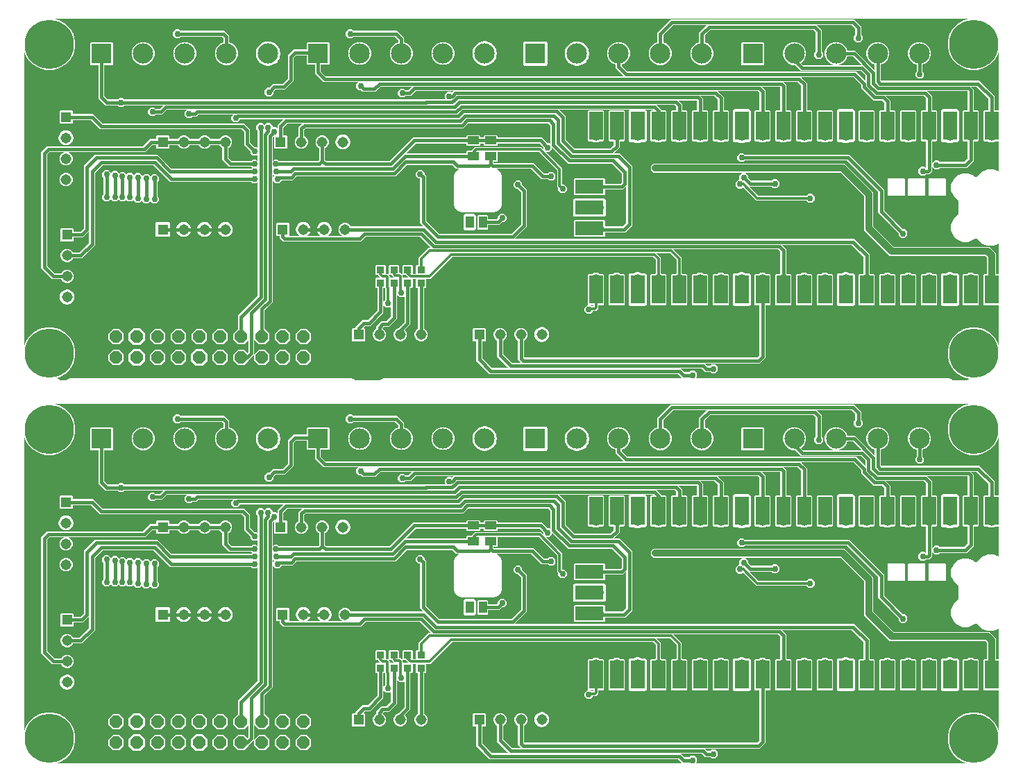
<source format=gbr>
G04 EAGLE Gerber RS-274X export*
G75*
%MOMM*%
%FSLAX34Y34*%
%LPD*%
%INTop Copper*%
%IPPOS*%
%AMOC8*
5,1,8,0,0,1.08239X$1,22.5*%
G01*
%ADD10C,1.508000*%
%ADD11R,1.700000X3.500000*%
%ADD12R,3.500000X1.700000*%
%ADD13R,2.475000X2.475000*%
%ADD14C,2.475000*%
%ADD15R,1.308000X1.308000*%
%ADD16C,1.308000*%
%ADD17R,1.400000X1.000000*%
%ADD18R,0.950000X0.900000*%
%ADD19P,1.649562X8X22.500000*%
%ADD20C,6.000000*%
%ADD21C,1.008000*%
%ADD22R,1.020000X1.470000*%
%ADD23C,0.406400*%
%ADD24C,0.756400*%
%ADD25C,0.304800*%
%ADD26C,0.812800*%

G36*
X452358Y313687D02*
X452358Y313687D01*
X452360Y313686D01*
X453353Y314679D01*
X457085Y316225D01*
X800215Y316225D01*
X803947Y314679D01*
X804940Y313686D01*
X804943Y313686D01*
X804944Y313685D01*
X835134Y313685D01*
X835136Y313687D01*
X835138Y313686D01*
X836131Y314679D01*
X839863Y316225D01*
X1212938Y316225D01*
X1212939Y316226D01*
X1212941Y316226D01*
X1212941Y316228D01*
X1212943Y316230D01*
X1212941Y316231D01*
X1212941Y316234D01*
X1212716Y316459D01*
X1212713Y316460D01*
X1212712Y316461D01*
X1203787Y316461D01*
X1201705Y318543D01*
X1198681Y321567D01*
X1198678Y321568D01*
X1198677Y321569D01*
X968809Y321569D01*
X952759Y337619D01*
X952759Y361506D01*
X952754Y361511D01*
X952754Y361510D01*
X952754Y361511D01*
X949141Y361511D01*
X948251Y362401D01*
X948251Y376739D01*
X949141Y377629D01*
X963479Y377629D01*
X964369Y376739D01*
X964369Y362401D01*
X963479Y361511D01*
X959866Y361511D01*
X959861Y361506D01*
X959862Y361506D01*
X959861Y361506D01*
X959861Y340563D01*
X959863Y340561D01*
X959863Y340559D01*
X971749Y328673D01*
X971752Y328672D01*
X971753Y328671D01*
X992175Y328671D01*
X992176Y328672D01*
X992178Y328672D01*
X992178Y328674D01*
X992180Y328676D01*
X992178Y328677D01*
X992178Y328680D01*
X990857Y330001D01*
X978159Y342699D01*
X978159Y362314D01*
X978156Y362317D01*
X978156Y362319D01*
X977145Y362738D01*
X974878Y365005D01*
X973651Y367967D01*
X973651Y371173D01*
X974878Y374135D01*
X977145Y376402D01*
X980107Y377629D01*
X983313Y377629D01*
X986275Y376402D01*
X988542Y374135D01*
X989769Y371173D01*
X989769Y367967D01*
X988542Y365005D01*
X986275Y362738D01*
X985264Y362319D01*
X985263Y362316D01*
X985261Y362315D01*
X985261Y362314D01*
X985261Y345643D01*
X985263Y345641D01*
X985263Y345639D01*
X995879Y335023D01*
X995882Y335022D01*
X995883Y335021D01*
X1007415Y335021D01*
X1007416Y335022D01*
X1007418Y335022D01*
X1007418Y335024D01*
X1007420Y335026D01*
X1007418Y335027D01*
X1007418Y335030D01*
X1006097Y336351D01*
X1003559Y338889D01*
X1003559Y362314D01*
X1003556Y362317D01*
X1003556Y362319D01*
X1002545Y362738D01*
X1000278Y365005D01*
X999051Y367967D01*
X999051Y371173D01*
X1000278Y374135D01*
X1002545Y376402D01*
X1005507Y377629D01*
X1008713Y377629D01*
X1011675Y376402D01*
X1013942Y374135D01*
X1015169Y371173D01*
X1015169Y367967D01*
X1013942Y365005D01*
X1011675Y362738D01*
X1010664Y362319D01*
X1010663Y362316D01*
X1010661Y362315D01*
X1010661Y362314D01*
X1010661Y341833D01*
X1010663Y341831D01*
X1010663Y341829D01*
X1011119Y341373D01*
X1011122Y341372D01*
X1011123Y341371D01*
X1295197Y341371D01*
X1295199Y341373D01*
X1295201Y341373D01*
X1298197Y344369D01*
X1298197Y344371D01*
X1298198Y344371D01*
X1298197Y344372D01*
X1298198Y344372D01*
X1298199Y344373D01*
X1298199Y405486D01*
X1298194Y405491D01*
X1298194Y405490D01*
X1298194Y405491D01*
X1292621Y405491D01*
X1291731Y406381D01*
X1291731Y442639D01*
X1292621Y443529D01*
X1297195Y443529D01*
X1297196Y443530D01*
X1297197Y443530D01*
X1299948Y444669D01*
X1303552Y444669D01*
X1306303Y443530D01*
X1306304Y443530D01*
X1306305Y443529D01*
X1310879Y443529D01*
X1311769Y442639D01*
X1311769Y406381D01*
X1310879Y405491D01*
X1305306Y405491D01*
X1305301Y405486D01*
X1305302Y405486D01*
X1305301Y405486D01*
X1305301Y341429D01*
X1298141Y334269D01*
X1231595Y334269D01*
X1231594Y334268D01*
X1231592Y334268D01*
X1231592Y334266D01*
X1231590Y334264D01*
X1231592Y334263D01*
X1231592Y334260D01*
X1232913Y332939D01*
X1234639Y331213D01*
X1234642Y331212D01*
X1234643Y331211D01*
X1238112Y331211D01*
X1238114Y331213D01*
X1238116Y331213D01*
X1239864Y332961D01*
X1244256Y332961D01*
X1247361Y329856D01*
X1247361Y325464D01*
X1244256Y322359D01*
X1239864Y322359D01*
X1238116Y324107D01*
X1238113Y324108D01*
X1238112Y324109D01*
X1231699Y324109D01*
X1229617Y326191D01*
X1227891Y327917D01*
X1227888Y327918D01*
X1227887Y327919D01*
X1202385Y327919D01*
X1202384Y327918D01*
X1202382Y327918D01*
X1202382Y327916D01*
X1202380Y327914D01*
X1202382Y327913D01*
X1202382Y327910D01*
X1203703Y326589D01*
X1206727Y323565D01*
X1206730Y323564D01*
X1206731Y323563D01*
X1212712Y323563D01*
X1212714Y323565D01*
X1212716Y323565D01*
X1214464Y325313D01*
X1218856Y325313D01*
X1221961Y322208D01*
X1221961Y317816D01*
X1220379Y316234D01*
X1220379Y316232D01*
X1220377Y316231D01*
X1220378Y316229D01*
X1220378Y316227D01*
X1220381Y316227D01*
X1220382Y316225D01*
X1529322Y316225D01*
X1533054Y314679D01*
X1534047Y313686D01*
X1534050Y313686D01*
X1534051Y313685D01*
X1551414Y313685D01*
X1551416Y313687D01*
X1551418Y313686D01*
X1552411Y314679D01*
X1554325Y315472D01*
X1554326Y315474D01*
X1554328Y315475D01*
X1554327Y315476D01*
X1554328Y315478D01*
X1554326Y315479D01*
X1554325Y315482D01*
X1547394Y317339D01*
X1540207Y321488D01*
X1534338Y327357D01*
X1530189Y334544D01*
X1528041Y342560D01*
X1528041Y350860D01*
X1530189Y358876D01*
X1534338Y366063D01*
X1540207Y371932D01*
X1547394Y376081D01*
X1555410Y378229D01*
X1563710Y378229D01*
X1571726Y376081D01*
X1578913Y371932D01*
X1584782Y366063D01*
X1588931Y358876D01*
X1589908Y355230D01*
X1589910Y355229D01*
X1589912Y355227D01*
X1589913Y355227D01*
X1589914Y355227D01*
X1589915Y355230D01*
X1589918Y355232D01*
X1589918Y405486D01*
X1589913Y405491D01*
X1589913Y405490D01*
X1589913Y405491D01*
X1572021Y405491D01*
X1571131Y406381D01*
X1571131Y442639D01*
X1572021Y443529D01*
X1575562Y443529D01*
X1575567Y443534D01*
X1575566Y443534D01*
X1575567Y443534D01*
X1575567Y463775D01*
X1575565Y463777D01*
X1575565Y463779D01*
X1573759Y465585D01*
X1573756Y465586D01*
X1573755Y465587D01*
X1456917Y465587D01*
X1425707Y496797D01*
X1425707Y538705D01*
X1425705Y538707D01*
X1425705Y538709D01*
X1397229Y567185D01*
X1397227Y567185D01*
X1397226Y567186D01*
X1397225Y567187D01*
X1168627Y567187D01*
X1165357Y570457D01*
X1165357Y575083D01*
X1168627Y578353D01*
X1401853Y578353D01*
X1436873Y543333D01*
X1436873Y501425D01*
X1436875Y501423D01*
X1436875Y501421D01*
X1461541Y476755D01*
X1461543Y476755D01*
X1461543Y476754D01*
X1461544Y476754D01*
X1461545Y476753D01*
X1578383Y476753D01*
X1586733Y468403D01*
X1586733Y443534D01*
X1586738Y443529D01*
X1586738Y443530D01*
X1586738Y443529D01*
X1589913Y443529D01*
X1589918Y443534D01*
X1589917Y443534D01*
X1589918Y443534D01*
X1589918Y480689D01*
X1589917Y480690D01*
X1589918Y480691D01*
X1589916Y480692D01*
X1589913Y480694D01*
X1589912Y480693D01*
X1589911Y480694D01*
X1583660Y478105D01*
X1576040Y478105D01*
X1569000Y481021D01*
X1563611Y486410D01*
X1563417Y486877D01*
X1563414Y486878D01*
X1563413Y486880D01*
X1561140Y486880D01*
X1561138Y486878D01*
X1561137Y486878D01*
X1559551Y485293D01*
X1553062Y482605D01*
X1546038Y482605D01*
X1539549Y485293D01*
X1534583Y490259D01*
X1531895Y496748D01*
X1531895Y503772D01*
X1534583Y510261D01*
X1539549Y515227D01*
X1541217Y515918D01*
X1541218Y515921D01*
X1541220Y515922D01*
X1541220Y515923D01*
X1541220Y533097D01*
X1541217Y533100D01*
X1541217Y533102D01*
X1539549Y533793D01*
X1534583Y538759D01*
X1531895Y545248D01*
X1531895Y552272D01*
X1534583Y558761D01*
X1539549Y563727D01*
X1546038Y566415D01*
X1553062Y566415D01*
X1559551Y563727D01*
X1561137Y562142D01*
X1561139Y562141D01*
X1561140Y562140D01*
X1563413Y562140D01*
X1563416Y562143D01*
X1563417Y562143D01*
X1563611Y562610D01*
X1569000Y567999D01*
X1576040Y570915D01*
X1583660Y570915D01*
X1589911Y568326D01*
X1589912Y568326D01*
X1589914Y568327D01*
X1589917Y568328D01*
X1589917Y568330D01*
X1589918Y568331D01*
X1589918Y605486D01*
X1589913Y605491D01*
X1589913Y605490D01*
X1589913Y605491D01*
X1585705Y605491D01*
X1585704Y605490D01*
X1585703Y605490D01*
X1582952Y604351D01*
X1579348Y604351D01*
X1576597Y605490D01*
X1576596Y605490D01*
X1576595Y605491D01*
X1572021Y605491D01*
X1571131Y606381D01*
X1571131Y642639D01*
X1572021Y643529D01*
X1577594Y643529D01*
X1577599Y643534D01*
X1577598Y643534D01*
X1577599Y643534D01*
X1577599Y657657D01*
X1577597Y657659D01*
X1577597Y657661D01*
X1563171Y672087D01*
X1563168Y672088D01*
X1563167Y672089D01*
X1556207Y672089D01*
X1556206Y672088D01*
X1556204Y672088D01*
X1556204Y672086D01*
X1556202Y672084D01*
X1556204Y672083D01*
X1556204Y672080D01*
X1556763Y671521D01*
X1559301Y668983D01*
X1559301Y643534D01*
X1559306Y643529D01*
X1559306Y643530D01*
X1559306Y643529D01*
X1564879Y643529D01*
X1565769Y642639D01*
X1565769Y606381D01*
X1564879Y605491D01*
X1560305Y605491D01*
X1560304Y605490D01*
X1560303Y605490D01*
X1559304Y605077D01*
X1559303Y605074D01*
X1559302Y605073D01*
X1559301Y605072D01*
X1559301Y581459D01*
X1550871Y573029D01*
X1517788Y573029D01*
X1517786Y573027D01*
X1517784Y573027D01*
X1516036Y571279D01*
X1511644Y571279D01*
X1508539Y574384D01*
X1508539Y578776D01*
X1511644Y581881D01*
X1516036Y581881D01*
X1517784Y580133D01*
X1517787Y580132D01*
X1517788Y580131D01*
X1547927Y580131D01*
X1547929Y580133D01*
X1547931Y580133D01*
X1552197Y584399D01*
X1552197Y584401D01*
X1552198Y584402D01*
X1552199Y584403D01*
X1552199Y605072D01*
X1552196Y605075D01*
X1552196Y605077D01*
X1551197Y605490D01*
X1551196Y605490D01*
X1551195Y605491D01*
X1546621Y605491D01*
X1545731Y606381D01*
X1545731Y642639D01*
X1546621Y643529D01*
X1552194Y643529D01*
X1552199Y643534D01*
X1552198Y643534D01*
X1552199Y643534D01*
X1552199Y666039D01*
X1552197Y666041D01*
X1552197Y666043D01*
X1551741Y666499D01*
X1551738Y666500D01*
X1551737Y666501D01*
X1502867Y666501D01*
X1502866Y666500D01*
X1502864Y666500D01*
X1502864Y666498D01*
X1502862Y666496D01*
X1502864Y666495D01*
X1502864Y666492D01*
X1503423Y665933D01*
X1508501Y660855D01*
X1508501Y643534D01*
X1508506Y643529D01*
X1508506Y643530D01*
X1508506Y643529D01*
X1514079Y643529D01*
X1514969Y642639D01*
X1514969Y606381D01*
X1514079Y605491D01*
X1509505Y605491D01*
X1509504Y605490D01*
X1509503Y605490D01*
X1508504Y605077D01*
X1508503Y605074D01*
X1508502Y605073D01*
X1508501Y605072D01*
X1508501Y568759D01*
X1505151Y565409D01*
X1501278Y565409D01*
X1501276Y565407D01*
X1501274Y565407D01*
X1499526Y563659D01*
X1495134Y563659D01*
X1492029Y566764D01*
X1492029Y571156D01*
X1495134Y574261D01*
X1499526Y574261D01*
X1501274Y572513D01*
X1501277Y572513D01*
X1501277Y572512D01*
X1501278Y572511D01*
X1501394Y572511D01*
X1501399Y572516D01*
X1501398Y572516D01*
X1501399Y572516D01*
X1501399Y605072D01*
X1501396Y605075D01*
X1501396Y605077D01*
X1500397Y605490D01*
X1500396Y605490D01*
X1500395Y605491D01*
X1495821Y605491D01*
X1494931Y606381D01*
X1494931Y642639D01*
X1495821Y643529D01*
X1501394Y643529D01*
X1501399Y643534D01*
X1501398Y643534D01*
X1501399Y643534D01*
X1501399Y657911D01*
X1501397Y657913D01*
X1501397Y657915D01*
X1498401Y660911D01*
X1498398Y660912D01*
X1498397Y660913D01*
X1452067Y660913D01*
X1452066Y660912D01*
X1452064Y660912D01*
X1452064Y660910D01*
X1452062Y660908D01*
X1452064Y660907D01*
X1452064Y660904D01*
X1452623Y660345D01*
X1457701Y655267D01*
X1457701Y643534D01*
X1457706Y643529D01*
X1457706Y643530D01*
X1457706Y643529D01*
X1463279Y643529D01*
X1464169Y642639D01*
X1464169Y606381D01*
X1463279Y605491D01*
X1458705Y605491D01*
X1458704Y605490D01*
X1458703Y605490D01*
X1455952Y604351D01*
X1452348Y604351D01*
X1449597Y605490D01*
X1449596Y605490D01*
X1449595Y605491D01*
X1445021Y605491D01*
X1444131Y606381D01*
X1444131Y642639D01*
X1445021Y643529D01*
X1450594Y643529D01*
X1450599Y643534D01*
X1450598Y643534D01*
X1450599Y643534D01*
X1450599Y652323D01*
X1450597Y652325D01*
X1450597Y652327D01*
X1447601Y655323D01*
X1447598Y655324D01*
X1447597Y655325D01*
X1436845Y655325D01*
X1422024Y670146D01*
X1422024Y674167D01*
X1422022Y674169D01*
X1422022Y674171D01*
X1412676Y683517D01*
X1412673Y683518D01*
X1412672Y683519D01*
X1349197Y683519D01*
X1349196Y683518D01*
X1349194Y683518D01*
X1349194Y683516D01*
X1349192Y683514D01*
X1349194Y683513D01*
X1349194Y683510D01*
X1349753Y682951D01*
X1356101Y676603D01*
X1356101Y643534D01*
X1356106Y643529D01*
X1356106Y643530D01*
X1356106Y643529D01*
X1361679Y643529D01*
X1362569Y642639D01*
X1362569Y606381D01*
X1361679Y605491D01*
X1357105Y605491D01*
X1357104Y605490D01*
X1357103Y605490D01*
X1354352Y604351D01*
X1350748Y604351D01*
X1347997Y605490D01*
X1347996Y605490D01*
X1347995Y605491D01*
X1343421Y605491D01*
X1342531Y606381D01*
X1342531Y642639D01*
X1343421Y643529D01*
X1348994Y643529D01*
X1348999Y643534D01*
X1348998Y643534D01*
X1348999Y643534D01*
X1348999Y673659D01*
X1348997Y673661D01*
X1348997Y673663D01*
X1344731Y677929D01*
X1344728Y677930D01*
X1344727Y677931D01*
X1327353Y677931D01*
X1327352Y677930D01*
X1327350Y677930D01*
X1327350Y677928D01*
X1327348Y677926D01*
X1327350Y677925D01*
X1327350Y677922D01*
X1328163Y677109D01*
X1330701Y674571D01*
X1330701Y643534D01*
X1330706Y643529D01*
X1330706Y643530D01*
X1330706Y643529D01*
X1336279Y643529D01*
X1337169Y642639D01*
X1337169Y606381D01*
X1336279Y605491D01*
X1331705Y605491D01*
X1331704Y605490D01*
X1331703Y605490D01*
X1328952Y604351D01*
X1325348Y604351D01*
X1322597Y605490D01*
X1322596Y605490D01*
X1322595Y605491D01*
X1318021Y605491D01*
X1317131Y606381D01*
X1317131Y642639D01*
X1318021Y643529D01*
X1323594Y643529D01*
X1323599Y643534D01*
X1323598Y643534D01*
X1323599Y643534D01*
X1323599Y671627D01*
X1323597Y671629D01*
X1323597Y671631D01*
X1323141Y672087D01*
X1323138Y672088D01*
X1323137Y672089D01*
X1300937Y672089D01*
X1300936Y672088D01*
X1300934Y672088D01*
X1300934Y672086D01*
X1300932Y672084D01*
X1300934Y672083D01*
X1300934Y672080D01*
X1301493Y671521D01*
X1305301Y667713D01*
X1305301Y643534D01*
X1305306Y643529D01*
X1305306Y643530D01*
X1305306Y643529D01*
X1310879Y643529D01*
X1311769Y642639D01*
X1311769Y606381D01*
X1310879Y605491D01*
X1306305Y605491D01*
X1306304Y605490D01*
X1306303Y605490D01*
X1303552Y604351D01*
X1299948Y604351D01*
X1297197Y605490D01*
X1297196Y605490D01*
X1297195Y605491D01*
X1292621Y605491D01*
X1291731Y606381D01*
X1291731Y642639D01*
X1292621Y643529D01*
X1298194Y643529D01*
X1298199Y643534D01*
X1298198Y643534D01*
X1298199Y643534D01*
X1298199Y664769D01*
X1298197Y664771D01*
X1298197Y664773D01*
X1296471Y666499D01*
X1296468Y666500D01*
X1296467Y666501D01*
X1247597Y666501D01*
X1247596Y666500D01*
X1247594Y666500D01*
X1247594Y666498D01*
X1247592Y666496D01*
X1247594Y666495D01*
X1247594Y666492D01*
X1248153Y665933D01*
X1254501Y659585D01*
X1254501Y643534D01*
X1254506Y643529D01*
X1254506Y643530D01*
X1254506Y643529D01*
X1260079Y643529D01*
X1260969Y642639D01*
X1260969Y606381D01*
X1260079Y605491D01*
X1255505Y605491D01*
X1255504Y605490D01*
X1255503Y605490D01*
X1252752Y604351D01*
X1249148Y604351D01*
X1246397Y605490D01*
X1246396Y605490D01*
X1246395Y605491D01*
X1241821Y605491D01*
X1240931Y606381D01*
X1240931Y642639D01*
X1241821Y643529D01*
X1247394Y643529D01*
X1247399Y643534D01*
X1247398Y643534D01*
X1247399Y643534D01*
X1247399Y656641D01*
X1247397Y656643D01*
X1247397Y656645D01*
X1243131Y660911D01*
X1243128Y660912D01*
X1243127Y660913D01*
X1226007Y660913D01*
X1226006Y660912D01*
X1226004Y660912D01*
X1226004Y660910D01*
X1226002Y660908D01*
X1226004Y660907D01*
X1226004Y660904D01*
X1226563Y660345D01*
X1229101Y657807D01*
X1229101Y643534D01*
X1229106Y643529D01*
X1229106Y643530D01*
X1229106Y643529D01*
X1234679Y643529D01*
X1235569Y642639D01*
X1235569Y606381D01*
X1234679Y605491D01*
X1230105Y605491D01*
X1230104Y605490D01*
X1230103Y605490D01*
X1227352Y604351D01*
X1223748Y604351D01*
X1220997Y605490D01*
X1220996Y605490D01*
X1220995Y605491D01*
X1216421Y605491D01*
X1215531Y606381D01*
X1215531Y642639D01*
X1216421Y643529D01*
X1221994Y643529D01*
X1221999Y643534D01*
X1221998Y643534D01*
X1221999Y643534D01*
X1221999Y654863D01*
X1221997Y654865D01*
X1221997Y654867D01*
X1221541Y655323D01*
X1221538Y655324D01*
X1221537Y655325D01*
X1199337Y655325D01*
X1199336Y655324D01*
X1199334Y655324D01*
X1199334Y655322D01*
X1199332Y655320D01*
X1199334Y655319D01*
X1199334Y655316D01*
X1199893Y654757D01*
X1203701Y650949D01*
X1203701Y643534D01*
X1203706Y643529D01*
X1203706Y643530D01*
X1203706Y643529D01*
X1209279Y643529D01*
X1210169Y642639D01*
X1210169Y606381D01*
X1209279Y605491D01*
X1204705Y605491D01*
X1204704Y605490D01*
X1204703Y605490D01*
X1201952Y604351D01*
X1198348Y604351D01*
X1195597Y605490D01*
X1195596Y605490D01*
X1195595Y605491D01*
X1191021Y605491D01*
X1190131Y606381D01*
X1190131Y642639D01*
X1191021Y643529D01*
X1196594Y643529D01*
X1196599Y643534D01*
X1196598Y643534D01*
X1196599Y643534D01*
X1196599Y648005D01*
X1196597Y648007D01*
X1196597Y648009D01*
X1194871Y649735D01*
X1194868Y649736D01*
X1194867Y649737D01*
X1172667Y649737D01*
X1172666Y649736D01*
X1172664Y649736D01*
X1172664Y649734D01*
X1172662Y649732D01*
X1172664Y649731D01*
X1172664Y649728D01*
X1173223Y649169D01*
X1178301Y644091D01*
X1178301Y643534D01*
X1178306Y643529D01*
X1178306Y643530D01*
X1178306Y643529D01*
X1183879Y643529D01*
X1184769Y642639D01*
X1184769Y606381D01*
X1183879Y605491D01*
X1179305Y605491D01*
X1179304Y605490D01*
X1179303Y605490D01*
X1176552Y604351D01*
X1172948Y604351D01*
X1170197Y605490D01*
X1170196Y605490D01*
X1170195Y605491D01*
X1165621Y605491D01*
X1164731Y606381D01*
X1164731Y642639D01*
X1165621Y643529D01*
X1168807Y643529D01*
X1168808Y643530D01*
X1168810Y643530D01*
X1168810Y643532D01*
X1168812Y643534D01*
X1168810Y643535D01*
X1168810Y643538D01*
X1168201Y644147D01*
X1168198Y644148D01*
X1168197Y644149D01*
X1159308Y644149D01*
X1159307Y644148D01*
X1159305Y644148D01*
X1159305Y644146D01*
X1159304Y644144D01*
X1159305Y644143D01*
X1159305Y644140D01*
X1159999Y643446D01*
X1160385Y642514D01*
X1160385Y624515D01*
X1149350Y624515D01*
X1138315Y624515D01*
X1138315Y642514D01*
X1138701Y643446D01*
X1139395Y644140D01*
X1139395Y644142D01*
X1139396Y644143D01*
X1139395Y644145D01*
X1139395Y644147D01*
X1139393Y644147D01*
X1139392Y644149D01*
X1053795Y644149D01*
X1053794Y644148D01*
X1053792Y644148D01*
X1053792Y644146D01*
X1053790Y644144D01*
X1053792Y644143D01*
X1053792Y644140D01*
X1054351Y643581D01*
X1061461Y636471D01*
X1061461Y607263D01*
X1061463Y607261D01*
X1061463Y607259D01*
X1072079Y596643D01*
X1072082Y596642D01*
X1072083Y596641D01*
X1116127Y596641D01*
X1116129Y596643D01*
X1116131Y596643D01*
X1120397Y600909D01*
X1120398Y600912D01*
X1120399Y600913D01*
X1120399Y605072D01*
X1120396Y605075D01*
X1120396Y605077D01*
X1119397Y605490D01*
X1119396Y605490D01*
X1119395Y605491D01*
X1114821Y605491D01*
X1113931Y606381D01*
X1113931Y642639D01*
X1114821Y643529D01*
X1133079Y643529D01*
X1133969Y642639D01*
X1133969Y606381D01*
X1133079Y605491D01*
X1128505Y605491D01*
X1128504Y605490D01*
X1128503Y605490D01*
X1127504Y605077D01*
X1127503Y605074D01*
X1127502Y605073D01*
X1127501Y605072D01*
X1127501Y597969D01*
X1121153Y591621D01*
X1120594Y591062D01*
X1120594Y591060D01*
X1120592Y591059D01*
X1120594Y591057D01*
X1120593Y591055D01*
X1120596Y591055D01*
X1120597Y591053D01*
X1127199Y591053D01*
X1142741Y575511D01*
X1142741Y502719D01*
X1134311Y494289D01*
X1109624Y494289D01*
X1109619Y494284D01*
X1109620Y494284D01*
X1109619Y494284D01*
X1109619Y489981D01*
X1108729Y489091D01*
X1072471Y489091D01*
X1071581Y489981D01*
X1071581Y508239D01*
X1072471Y509129D01*
X1108729Y509129D01*
X1109619Y508239D01*
X1109619Y501613D01*
X1109620Y501612D01*
X1109620Y501611D01*
X1109709Y501394D01*
X1109713Y501393D01*
X1109714Y501391D01*
X1131367Y501391D01*
X1131369Y501393D01*
X1131371Y501393D01*
X1135637Y505659D01*
X1135637Y505661D01*
X1135638Y505662D01*
X1135639Y505663D01*
X1135639Y550723D01*
X1135638Y550724D01*
X1135638Y550726D01*
X1135636Y550726D01*
X1135634Y550728D01*
X1135633Y550726D01*
X1135630Y550726D01*
X1133345Y548441D01*
X1131263Y546359D01*
X1109624Y546359D01*
X1109619Y546354D01*
X1109620Y546354D01*
X1109619Y546354D01*
X1109619Y540781D01*
X1108729Y539891D01*
X1072471Y539891D01*
X1071581Y540781D01*
X1071581Y559039D01*
X1072471Y559929D01*
X1108729Y559929D01*
X1109619Y559039D01*
X1109619Y553466D01*
X1109624Y553461D01*
X1109624Y553462D01*
X1109624Y553461D01*
X1128319Y553461D01*
X1128321Y553463D01*
X1128323Y553463D01*
X1130049Y555189D01*
X1130050Y555192D01*
X1130051Y555193D01*
X1130051Y566217D01*
X1130049Y566219D01*
X1130049Y566221D01*
X1117909Y578361D01*
X1117906Y578362D01*
X1117905Y578363D01*
X1064510Y578363D01*
X1062428Y580445D01*
X1045048Y597824D01*
X1045047Y597824D01*
X1045045Y597826D01*
X1045044Y597825D01*
X1045042Y597825D01*
X1045042Y597822D01*
X1045040Y597821D01*
X1045040Y595583D01*
X1041934Y592477D01*
X1037543Y592477D01*
X1034437Y595583D01*
X1034437Y598056D01*
X1034436Y598057D01*
X1034436Y598059D01*
X1029648Y602847D01*
X1029645Y602848D01*
X1029644Y602849D01*
X978804Y602849D01*
X978799Y602844D01*
X978800Y602844D01*
X978799Y602844D01*
X978799Y600771D01*
X977909Y599881D01*
X962651Y599881D01*
X961761Y600771D01*
X961761Y602844D01*
X961756Y602849D01*
X961756Y602848D01*
X961756Y602849D01*
X957214Y602849D01*
X957209Y602844D01*
X957210Y602844D01*
X957209Y602844D01*
X957209Y600771D01*
X956319Y599881D01*
X941061Y599881D01*
X940171Y600771D01*
X940171Y602844D01*
X940166Y602849D01*
X940166Y602848D01*
X940166Y602849D01*
X878383Y602849D01*
X878381Y602847D01*
X878379Y602847D01*
X866492Y590960D01*
X866492Y590958D01*
X866490Y590957D01*
X866492Y590955D01*
X866491Y590953D01*
X866494Y590953D01*
X866495Y590951D01*
X940166Y590951D01*
X940171Y590956D01*
X940170Y590956D01*
X940171Y590956D01*
X940171Y593029D01*
X941061Y593919D01*
X946483Y593919D01*
X946485Y593921D01*
X946487Y593921D01*
X951239Y598673D01*
X1031231Y598673D01*
X1057143Y572761D01*
X1057143Y552676D01*
X1057148Y552671D01*
X1057148Y552672D01*
X1057148Y552671D01*
X1060106Y552671D01*
X1063211Y549566D01*
X1063211Y545174D01*
X1060106Y542069D01*
X1055714Y542069D01*
X1052609Y545174D01*
X1052609Y548365D01*
X1052607Y548367D01*
X1052607Y548369D01*
X1051057Y549919D01*
X1051057Y570237D01*
X1051055Y570239D01*
X1051055Y570241D01*
X1028711Y592585D01*
X1028709Y592585D01*
X1028708Y592586D01*
X1028707Y592587D01*
X978804Y592587D01*
X978799Y592582D01*
X978800Y592582D01*
X978799Y592582D01*
X978799Y581771D01*
X977909Y580881D01*
X973836Y580881D01*
X973831Y580876D01*
X973832Y580876D01*
X973831Y580876D01*
X973831Y579323D01*
X973833Y579321D01*
X973833Y579319D01*
X974289Y578863D01*
X974292Y578863D01*
X974292Y578862D01*
X974293Y578861D01*
X1022551Y578861D01*
X1035249Y566163D01*
X1035252Y566162D01*
X1035253Y566161D01*
X1039992Y566161D01*
X1039994Y566163D01*
X1039996Y566163D01*
X1041744Y567911D01*
X1046136Y567911D01*
X1049241Y564806D01*
X1049241Y560414D01*
X1046136Y557309D01*
X1041744Y557309D01*
X1039996Y559057D01*
X1039993Y559058D01*
X1039992Y559059D01*
X1032309Y559059D01*
X1030227Y561141D01*
X1019611Y571757D01*
X1019608Y571758D01*
X1019607Y571759D01*
X976679Y571759D01*
X976677Y571757D01*
X976674Y571756D01*
X976675Y571755D01*
X976674Y571754D01*
X976676Y571752D01*
X976677Y571749D01*
X978786Y570876D01*
X981822Y567840D01*
X983464Y563874D01*
X983464Y527324D01*
X981822Y523358D01*
X978786Y520322D01*
X974820Y518680D01*
X934206Y518680D01*
X930240Y520322D01*
X927204Y523358D01*
X925562Y527324D01*
X925562Y563874D01*
X927204Y567840D01*
X930240Y570876D01*
X932349Y571749D01*
X932350Y571752D01*
X932352Y571753D01*
X932352Y571754D01*
X932352Y571755D01*
X932349Y571756D01*
X932347Y571759D01*
X928169Y571759D01*
X923373Y576555D01*
X923371Y576555D01*
X923370Y576556D01*
X867896Y576556D01*
X867894Y576555D01*
X867892Y576555D01*
X854206Y562869D01*
X733276Y562869D01*
X733274Y562867D01*
X733272Y562867D01*
X728278Y557873D01*
X715236Y557873D01*
X715231Y557868D01*
X715232Y557868D01*
X715231Y557868D01*
X715231Y557478D01*
X712126Y554373D01*
X707734Y554373D01*
X704629Y557478D01*
X704629Y561870D01*
X706338Y563579D01*
X706339Y563582D01*
X706340Y563583D01*
X706339Y563584D01*
X706339Y563586D01*
X706338Y563586D01*
X706338Y563587D01*
X704346Y565579D01*
X704344Y565579D01*
X704343Y565581D01*
X704341Y565580D01*
X704339Y565580D01*
X704339Y565577D01*
X704337Y565576D01*
X704337Y409190D01*
X694433Y399285D01*
X694433Y399283D01*
X694431Y399282D01*
X694432Y399282D01*
X694431Y399282D01*
X694431Y376174D01*
X694436Y376169D01*
X694436Y376170D01*
X694436Y376169D01*
X694666Y376169D01*
X700019Y370816D01*
X700019Y363244D01*
X694666Y357891D01*
X687094Y357891D01*
X681740Y363246D01*
X681738Y363246D01*
X681737Y363247D01*
X681735Y363246D01*
X681733Y363246D01*
X681733Y363244D01*
X681731Y363242D01*
X681731Y345418D01*
X681732Y345417D01*
X681732Y345415D01*
X681734Y345415D01*
X681736Y345413D01*
X681737Y345415D01*
X681740Y345414D01*
X687094Y350769D01*
X694666Y350769D01*
X700019Y345416D01*
X700019Y337844D01*
X694666Y332491D01*
X687094Y332491D01*
X681741Y337844D01*
X681741Y345237D01*
X681740Y345238D01*
X681740Y345240D01*
X681738Y345240D01*
X681736Y345242D01*
X681736Y345241D01*
X681736Y345242D01*
X681734Y345240D01*
X681732Y345240D01*
X679649Y343157D01*
X674621Y338129D01*
X674620Y338126D01*
X674619Y338125D01*
X674619Y337844D01*
X669266Y332491D01*
X661694Y332491D01*
X656341Y337844D01*
X656341Y345416D01*
X661694Y350769D01*
X669266Y350769D01*
X673238Y346797D01*
X673240Y346797D01*
X673241Y346797D01*
X673244Y346797D01*
X673245Y346797D01*
X674627Y348179D01*
X674627Y348181D01*
X674629Y348182D01*
X674628Y348183D01*
X674629Y348183D01*
X674629Y363242D01*
X674628Y363243D01*
X674628Y363245D01*
X674626Y363245D01*
X674624Y363247D01*
X674623Y363245D01*
X674620Y363246D01*
X669266Y357891D01*
X661694Y357891D01*
X656341Y363244D01*
X656341Y370816D01*
X661694Y376169D01*
X661924Y376169D01*
X661929Y376174D01*
X661928Y376174D01*
X661929Y376174D01*
X661929Y392631D01*
X686057Y416759D01*
X686057Y416761D01*
X686058Y416762D01*
X686059Y416763D01*
X686059Y556234D01*
X686058Y556235D01*
X686058Y556237D01*
X686056Y556237D01*
X686054Y556239D01*
X686053Y556237D01*
X686050Y556237D01*
X684186Y554373D01*
X679794Y554373D01*
X678046Y556121D01*
X678043Y556122D01*
X678042Y556123D01*
X579032Y556123D01*
X558826Y576329D01*
X558823Y576330D01*
X558822Y576331D01*
X496773Y576331D01*
X496771Y576329D01*
X496769Y576329D01*
X487423Y566983D01*
X487422Y566980D01*
X487421Y566979D01*
X487421Y478589D01*
X471371Y462539D01*
X460646Y462539D01*
X460643Y462536D01*
X460641Y462536D01*
X460222Y461525D01*
X457955Y459258D01*
X454993Y458031D01*
X451787Y458031D01*
X448825Y459258D01*
X446558Y461525D01*
X445331Y464487D01*
X445331Y467693D01*
X446558Y470655D01*
X448825Y472922D01*
X451787Y474149D01*
X454993Y474149D01*
X457955Y472922D01*
X460222Y470655D01*
X460641Y469644D01*
X460644Y469643D01*
X460646Y469641D01*
X468427Y469641D01*
X468429Y469643D01*
X468431Y469643D01*
X480317Y481529D01*
X480318Y481532D01*
X480319Y481533D01*
X480319Y495605D01*
X480318Y495606D01*
X480318Y495608D01*
X480316Y495608D01*
X480314Y495610D01*
X480313Y495608D01*
X480310Y495608D01*
X478989Y494287D01*
X472641Y487939D01*
X461454Y487939D01*
X461449Y487934D01*
X461450Y487934D01*
X461449Y487934D01*
X461449Y484321D01*
X460559Y483431D01*
X446221Y483431D01*
X445331Y484321D01*
X445331Y498659D01*
X446221Y499549D01*
X460559Y499549D01*
X461449Y498659D01*
X461449Y495046D01*
X461454Y495041D01*
X461454Y495042D01*
X461454Y495041D01*
X469697Y495041D01*
X469699Y495043D01*
X469701Y495043D01*
X473967Y499309D01*
X473967Y499311D01*
X473968Y499312D01*
X473969Y499313D01*
X473969Y575511D01*
X476051Y577593D01*
X487479Y589021D01*
X564081Y589021D01*
X580787Y572315D01*
X580790Y572314D01*
X580791Y572313D01*
X678324Y572313D01*
X678326Y572315D01*
X678328Y572315D01*
X679174Y573161D01*
X679175Y573168D01*
X679174Y573168D01*
X679174Y573169D01*
X678046Y574297D01*
X678043Y574298D01*
X678042Y574299D01*
X651309Y574299D01*
X642879Y582729D01*
X642879Y597264D01*
X642876Y597267D01*
X642876Y597269D01*
X641865Y597688D01*
X639598Y599955D01*
X639179Y600966D01*
X639176Y600967D01*
X639174Y600969D01*
X628286Y600969D01*
X628283Y600966D01*
X628281Y600966D01*
X627862Y599955D01*
X625595Y597688D01*
X622633Y596461D01*
X619427Y596461D01*
X616465Y597688D01*
X614198Y599955D01*
X613779Y600966D01*
X613776Y600967D01*
X613774Y600969D01*
X602886Y600969D01*
X602883Y600966D01*
X602881Y600966D01*
X602462Y599955D01*
X600195Y597688D01*
X597233Y596461D01*
X594027Y596461D01*
X591065Y597688D01*
X588798Y599955D01*
X588379Y600966D01*
X588376Y600967D01*
X588374Y600969D01*
X578294Y600969D01*
X578289Y600964D01*
X578290Y600964D01*
X578289Y600964D01*
X578289Y597351D01*
X577399Y596461D01*
X563061Y596461D01*
X562171Y597351D01*
X562171Y600964D01*
X562166Y600969D01*
X562166Y600968D01*
X562166Y600969D01*
X557733Y600969D01*
X557731Y600967D01*
X557729Y600967D01*
X548841Y592079D01*
X454184Y592079D01*
X454182Y592077D01*
X454179Y592076D01*
X454180Y592075D01*
X454179Y592074D01*
X454181Y592072D01*
X454182Y592069D01*
X456685Y591032D01*
X458952Y588765D01*
X460179Y585803D01*
X460179Y582597D01*
X458952Y579635D01*
X456685Y577368D01*
X453723Y576141D01*
X450517Y576141D01*
X447555Y577368D01*
X445288Y579635D01*
X444061Y582597D01*
X444061Y585803D01*
X445288Y588765D01*
X447555Y591032D01*
X450058Y592069D01*
X450059Y592072D01*
X450061Y592073D01*
X450061Y592074D01*
X450061Y592075D01*
X450059Y592076D01*
X450056Y592079D01*
X432003Y592079D01*
X432001Y592077D01*
X431999Y592077D01*
X429003Y589081D01*
X429003Y589079D01*
X429002Y589079D01*
X429003Y589078D01*
X429002Y589078D01*
X429001Y589077D01*
X429001Y453593D01*
X429003Y453591D01*
X429003Y453589D01*
X438349Y444243D01*
X438352Y444242D01*
X438353Y444241D01*
X446134Y444241D01*
X446137Y444244D01*
X446139Y444244D01*
X446558Y445255D01*
X448825Y447522D01*
X451787Y448749D01*
X454993Y448749D01*
X457955Y447522D01*
X460222Y445255D01*
X461449Y442293D01*
X461449Y439087D01*
X460222Y436125D01*
X457955Y433858D01*
X454993Y432631D01*
X451787Y432631D01*
X448825Y433858D01*
X446558Y436125D01*
X446139Y437136D01*
X446136Y437137D01*
X446134Y437139D01*
X435409Y437139D01*
X421899Y450649D01*
X421899Y592021D01*
X429059Y599181D01*
X545897Y599181D01*
X545899Y599183D01*
X545901Y599183D01*
X554789Y608071D01*
X562166Y608071D01*
X562171Y608076D01*
X562170Y608076D01*
X562171Y608076D01*
X562171Y611689D01*
X563061Y612579D01*
X577399Y612579D01*
X578289Y611689D01*
X578289Y608076D01*
X578294Y608071D01*
X578294Y608072D01*
X578294Y608071D01*
X588374Y608071D01*
X588377Y608074D01*
X588379Y608074D01*
X588798Y609085D01*
X591065Y611352D01*
X594027Y612579D01*
X597233Y612579D01*
X600195Y611352D01*
X602462Y609085D01*
X602881Y608074D01*
X602884Y608073D01*
X602886Y608071D01*
X613774Y608071D01*
X613777Y608074D01*
X613779Y608074D01*
X614198Y609085D01*
X616465Y611352D01*
X619427Y612579D01*
X622633Y612579D01*
X625595Y611352D01*
X627862Y609085D01*
X628281Y608074D01*
X628284Y608073D01*
X628286Y608071D01*
X639174Y608071D01*
X639177Y608074D01*
X639179Y608074D01*
X639598Y609085D01*
X641865Y611352D01*
X644827Y612579D01*
X648033Y612579D01*
X650995Y611352D01*
X653262Y609085D01*
X654489Y606123D01*
X654489Y602917D01*
X653262Y599955D01*
X650995Y597688D01*
X649984Y597269D01*
X649983Y597266D01*
X649981Y597264D01*
X649981Y585673D01*
X649983Y585671D01*
X649983Y585669D01*
X654249Y581403D01*
X654252Y581402D01*
X654253Y581401D01*
X678042Y581401D01*
X678044Y581403D01*
X678046Y581403D01*
X679794Y583151D01*
X684186Y583151D01*
X686050Y581287D01*
X686052Y581287D01*
X686053Y581285D01*
X686055Y581286D01*
X686057Y581286D01*
X686057Y581289D01*
X686059Y581290D01*
X686059Y589368D01*
X686058Y589369D01*
X686058Y589371D01*
X686056Y589371D01*
X686054Y589373D01*
X686053Y589371D01*
X686050Y589371D01*
X684468Y587789D01*
X680076Y587789D01*
X676971Y590894D01*
X676971Y593367D01*
X676969Y593369D01*
X676969Y593371D01*
X671631Y598709D01*
X669549Y600791D01*
X669549Y617017D01*
X669547Y617019D01*
X669547Y617021D01*
X666551Y620017D01*
X666548Y620018D01*
X666547Y620018D01*
X666547Y620019D01*
X493829Y620019D01*
X482401Y631447D01*
X482398Y631448D01*
X482397Y631449D01*
X460184Y631449D01*
X460179Y631444D01*
X460180Y631444D01*
X460179Y631444D01*
X460179Y627831D01*
X459289Y626941D01*
X444951Y626941D01*
X444061Y627831D01*
X444061Y642169D01*
X444951Y643059D01*
X459289Y643059D01*
X460179Y642169D01*
X460179Y638556D01*
X460184Y638551D01*
X460184Y638552D01*
X460184Y638551D01*
X485341Y638551D01*
X496769Y627123D01*
X496772Y627122D01*
X496773Y627121D01*
X669491Y627121D01*
X676651Y619961D01*
X676651Y603735D01*
X676653Y603733D01*
X676653Y603731D01*
X681991Y598393D01*
X681994Y598392D01*
X681995Y598391D01*
X684468Y598391D01*
X686050Y596809D01*
X686052Y596809D01*
X686053Y596807D01*
X686055Y596808D01*
X686057Y596808D01*
X686057Y596811D01*
X686059Y596812D01*
X686059Y618352D01*
X686057Y618354D01*
X686057Y618356D01*
X684309Y620104D01*
X684309Y624496D01*
X687414Y627601D01*
X691806Y627601D01*
X694150Y625257D01*
X694153Y625256D01*
X694154Y625255D01*
X694155Y625256D01*
X694157Y625256D01*
X694157Y625257D01*
X694158Y625257D01*
X696502Y627601D01*
X700894Y627601D01*
X703999Y624496D01*
X703999Y622258D01*
X704000Y622257D01*
X704000Y622255D01*
X704002Y622255D01*
X704004Y622253D01*
X704005Y622254D01*
X704006Y622254D01*
X704008Y622254D01*
X704206Y622453D01*
X708598Y622453D01*
X710180Y620870D01*
X710182Y620870D01*
X710183Y620869D01*
X710185Y620870D01*
X710187Y620870D01*
X710187Y620872D01*
X710189Y620874D01*
X710189Y625041D01*
X717604Y632456D01*
X717604Y632458D01*
X717606Y632459D01*
X717604Y632461D01*
X717605Y632463D01*
X717602Y632463D01*
X717601Y632465D01*
X664436Y632465D01*
X664431Y632460D01*
X664432Y632460D01*
X664431Y632460D01*
X664431Y631534D01*
X661326Y628429D01*
X656934Y628429D01*
X653829Y631534D01*
X653829Y635926D01*
X655947Y638044D01*
X655947Y638046D01*
X655949Y638047D01*
X655948Y638049D01*
X655948Y638051D01*
X655945Y638051D01*
X655944Y638053D01*
X613867Y638053D01*
X613865Y638051D01*
X613863Y638051D01*
X611071Y635259D01*
X605928Y635259D01*
X605926Y635257D01*
X605924Y635257D01*
X604176Y633509D01*
X599784Y633509D01*
X596679Y636614D01*
X596679Y641006D01*
X599305Y643632D01*
X599305Y643634D01*
X599306Y643634D01*
X599307Y643635D01*
X599306Y643637D01*
X599306Y643639D01*
X599303Y643639D01*
X599302Y643641D01*
X575005Y643641D01*
X575003Y643639D01*
X575001Y643639D01*
X569161Y637799D01*
X561478Y637799D01*
X561476Y637797D01*
X561474Y637797D01*
X559726Y636049D01*
X555334Y636049D01*
X552229Y639154D01*
X552229Y643546D01*
X555334Y646651D01*
X559726Y646651D01*
X561474Y644903D01*
X561477Y644902D01*
X561478Y644901D01*
X566217Y644901D01*
X566219Y644903D01*
X566221Y644903D01*
X570538Y649220D01*
X570538Y649222D01*
X570540Y649223D01*
X570538Y649225D01*
X570539Y649227D01*
X570536Y649227D01*
X570535Y649229D01*
X523096Y649229D01*
X523094Y649227D01*
X523092Y649227D01*
X521344Y647479D01*
X516952Y647479D01*
X515204Y649227D01*
X515201Y649228D01*
X515200Y649229D01*
X500179Y649229D01*
X491876Y657532D01*
X491876Y698571D01*
X491871Y698576D01*
X491871Y698575D01*
X491871Y698576D01*
X482423Y698576D01*
X481533Y699466D01*
X481533Y725474D01*
X482423Y726364D01*
X508431Y726364D01*
X509321Y725474D01*
X509321Y699466D01*
X508431Y698576D01*
X498983Y698576D01*
X498978Y698571D01*
X498979Y698571D01*
X498978Y698571D01*
X498978Y660476D01*
X498980Y660474D01*
X498980Y660472D01*
X503119Y656333D01*
X503122Y656332D01*
X503123Y656331D01*
X515200Y656331D01*
X515202Y656333D01*
X515204Y656333D01*
X516952Y658081D01*
X521344Y658081D01*
X523092Y656333D01*
X523095Y656332D01*
X523096Y656331D01*
X890067Y656331D01*
X890069Y656333D01*
X890071Y656333D01*
X890351Y656613D01*
X915758Y656613D01*
X915759Y656614D01*
X915761Y656614D01*
X915761Y656616D01*
X915763Y656618D01*
X915761Y656619D01*
X915761Y656622D01*
X914179Y658204D01*
X914179Y662596D01*
X917284Y665701D01*
X921676Y665701D01*
X922619Y664758D01*
X922621Y664758D01*
X922622Y664757D01*
X922623Y664757D01*
X922624Y664758D01*
X922625Y664758D01*
X922626Y664758D01*
X924360Y666492D01*
X924360Y666494D01*
X924362Y666495D01*
X924360Y666497D01*
X924361Y666499D01*
X924358Y666499D01*
X924357Y666501D01*
X878535Y666501D01*
X878533Y666499D01*
X878531Y666499D01*
X872691Y660659D01*
X866278Y660659D01*
X866276Y660657D01*
X866274Y660657D01*
X864526Y658909D01*
X860134Y658909D01*
X857029Y662014D01*
X857029Y666406D01*
X860134Y669511D01*
X864526Y669511D01*
X866274Y667763D01*
X866277Y667762D01*
X866278Y667761D01*
X869747Y667761D01*
X869749Y667763D01*
X869751Y667763D01*
X874068Y672080D01*
X874068Y672082D01*
X874070Y672083D01*
X874068Y672085D01*
X874069Y672087D01*
X874066Y672087D01*
X874065Y672089D01*
X835863Y672089D01*
X835861Y672087D01*
X835859Y672087D01*
X829511Y665739D01*
X813869Y665739D01*
X811811Y667797D01*
X811808Y667797D01*
X811808Y667798D01*
X811807Y667799D01*
X809334Y667799D01*
X806229Y670904D01*
X806229Y675296D01*
X808855Y677922D01*
X808855Y677924D01*
X808857Y677925D01*
X808856Y677927D01*
X808856Y677929D01*
X808853Y677929D01*
X808852Y677931D01*
X766117Y677931D01*
X756036Y688012D01*
X756036Y698698D01*
X756031Y698703D01*
X756031Y698702D01*
X756031Y698703D01*
X746583Y698703D01*
X745693Y699593D01*
X745693Y710184D01*
X745688Y710189D01*
X745688Y710188D01*
X745688Y710189D01*
X732993Y710189D01*
X732991Y710187D01*
X732989Y710187D01*
X729993Y707191D01*
X729992Y707188D01*
X729991Y707187D01*
X729991Y679249D01*
X719021Y668279D01*
X707593Y668279D01*
X707591Y668277D01*
X707589Y668277D01*
X705073Y665761D01*
X705072Y665758D01*
X705071Y665757D01*
X705071Y663284D01*
X701966Y660179D01*
X697574Y660179D01*
X694469Y663284D01*
X694469Y667676D01*
X697574Y670781D01*
X700047Y670781D01*
X700049Y670783D01*
X700051Y670783D01*
X704649Y675381D01*
X716077Y675381D01*
X716079Y675383D01*
X716081Y675383D01*
X722887Y682189D01*
X722887Y682191D01*
X722888Y682192D01*
X722889Y682193D01*
X722889Y710131D01*
X730049Y717291D01*
X745688Y717291D01*
X745693Y717296D01*
X745693Y725601D01*
X746583Y726491D01*
X772591Y726491D01*
X773481Y725601D01*
X773481Y699593D01*
X772591Y698703D01*
X763143Y698703D01*
X763138Y698698D01*
X763139Y698698D01*
X763138Y698698D01*
X763138Y690956D01*
X763140Y690954D01*
X763140Y690952D01*
X769057Y685035D01*
X769060Y685035D01*
X769060Y685034D01*
X769061Y685033D01*
X1132383Y685033D01*
X1132384Y685034D01*
X1132386Y685034D01*
X1132386Y685036D01*
X1132388Y685038D01*
X1132386Y685039D01*
X1132386Y685042D01*
X1122685Y694743D01*
X1122685Y698899D01*
X1122682Y698901D01*
X1122682Y698903D01*
X1118366Y700691D01*
X1114457Y704600D01*
X1112342Y709706D01*
X1112342Y715234D01*
X1114457Y720340D01*
X1118366Y724249D01*
X1123472Y726364D01*
X1129000Y726364D01*
X1134106Y724249D01*
X1138015Y720340D01*
X1140130Y715234D01*
X1140130Y709706D01*
X1138015Y704600D01*
X1134106Y700691D01*
X1129790Y698903D01*
X1129789Y698900D01*
X1129787Y698899D01*
X1129787Y697687D01*
X1129789Y697685D01*
X1129789Y697683D01*
X1136849Y690623D01*
X1136852Y690622D01*
X1136853Y690621D01*
X1415616Y690621D01*
X1417698Y688539D01*
X1427603Y678634D01*
X1427605Y678634D01*
X1427606Y678632D01*
X1427608Y678634D01*
X1427610Y678633D01*
X1427610Y678636D01*
X1427612Y678637D01*
X1427612Y685441D01*
X1427610Y685443D01*
X1427610Y685445D01*
X1421918Y691137D01*
X1421915Y691138D01*
X1421914Y691139D01*
X1348539Y691139D01*
X1341104Y698574D01*
X1341101Y698575D01*
X1341100Y698576D01*
X1337975Y698576D01*
X1332869Y700691D01*
X1328960Y704600D01*
X1326845Y709706D01*
X1326845Y715234D01*
X1328960Y720340D01*
X1332869Y724249D01*
X1337975Y726364D01*
X1343503Y726364D01*
X1348609Y724249D01*
X1352518Y720340D01*
X1354633Y715234D01*
X1354633Y709706D01*
X1352518Y704600D01*
X1348824Y700905D01*
X1348823Y700899D01*
X1348824Y700899D01*
X1348824Y700898D01*
X1351479Y698243D01*
X1351482Y698242D01*
X1351483Y698241D01*
X1422705Y698241D01*
X1422706Y698242D01*
X1422708Y698242D01*
X1422708Y698244D01*
X1422710Y698246D01*
X1422708Y698247D01*
X1422708Y698250D01*
X1412041Y708917D01*
X1412038Y708918D01*
X1412037Y708919D01*
X1405110Y708919D01*
X1405108Y708916D01*
X1405106Y708916D01*
X1403318Y704600D01*
X1399409Y700691D01*
X1394303Y698576D01*
X1388775Y698576D01*
X1383669Y700691D01*
X1379760Y704600D01*
X1377645Y709706D01*
X1377645Y715234D01*
X1379760Y720340D01*
X1383669Y724249D01*
X1388775Y726364D01*
X1394303Y726364D01*
X1399409Y724249D01*
X1403318Y720340D01*
X1405106Y716024D01*
X1405109Y716023D01*
X1405110Y716021D01*
X1414981Y716021D01*
X1438779Y692223D01*
X1438781Y692223D01*
X1438782Y692221D01*
X1438784Y692223D01*
X1438786Y692222D01*
X1438786Y692225D01*
X1438788Y692226D01*
X1438788Y698899D01*
X1438785Y698901D01*
X1438785Y698903D01*
X1434469Y700691D01*
X1430560Y704600D01*
X1428445Y709706D01*
X1428445Y715234D01*
X1430560Y720340D01*
X1434469Y724249D01*
X1439575Y726364D01*
X1445103Y726364D01*
X1450209Y724249D01*
X1454118Y720340D01*
X1456233Y715234D01*
X1456233Y709706D01*
X1454118Y704600D01*
X1450209Y700691D01*
X1445893Y698903D01*
X1445892Y698900D01*
X1445890Y698899D01*
X1445890Y680034D01*
X1445892Y680032D01*
X1445892Y680030D01*
X1446729Y679193D01*
X1446732Y679192D01*
X1446733Y679191D01*
X1566111Y679191D01*
X1584701Y660601D01*
X1584701Y643534D01*
X1584706Y643529D01*
X1584706Y643530D01*
X1584706Y643529D01*
X1589913Y643529D01*
X1589918Y643534D01*
X1589917Y643534D01*
X1589918Y643534D01*
X1589918Y715378D01*
X1589916Y715380D01*
X1589915Y715383D01*
X1589914Y715383D01*
X1589913Y715383D01*
X1589911Y715381D01*
X1589908Y715380D01*
X1588931Y711734D01*
X1584782Y704547D01*
X1578913Y698678D01*
X1571726Y694529D01*
X1563710Y692381D01*
X1555410Y692381D01*
X1547394Y694529D01*
X1540207Y698678D01*
X1534338Y704547D01*
X1530189Y711734D01*
X1528041Y719750D01*
X1528041Y728050D01*
X1530189Y736066D01*
X1534338Y743253D01*
X1540207Y749122D01*
X1547394Y753271D01*
X1553409Y754883D01*
X1553411Y754885D01*
X1553413Y754887D01*
X1553413Y754888D01*
X1553413Y754889D01*
X1553410Y754890D01*
X1553408Y754893D01*
X437952Y754893D01*
X437950Y754891D01*
X437947Y754890D01*
X437948Y754889D01*
X437947Y754888D01*
X437949Y754886D01*
X437951Y754883D01*
X443966Y753271D01*
X451153Y749122D01*
X457022Y743253D01*
X461171Y736066D01*
X463319Y728050D01*
X463319Y719750D01*
X461171Y711734D01*
X457022Y704547D01*
X451153Y698678D01*
X443966Y694529D01*
X435950Y692381D01*
X427650Y692381D01*
X419634Y694529D01*
X412447Y698678D01*
X406578Y704547D01*
X402429Y711734D01*
X401325Y715854D01*
X401323Y715855D01*
X401321Y715857D01*
X401320Y715857D01*
X401319Y715857D01*
X401318Y715854D01*
X401315Y715852D01*
X401315Y354758D01*
X401317Y354756D01*
X401318Y354753D01*
X401319Y354753D01*
X401320Y354753D01*
X401322Y354755D01*
X401325Y354756D01*
X402429Y358876D01*
X406578Y366063D01*
X412447Y371932D01*
X419634Y376081D01*
X427650Y378229D01*
X435950Y378229D01*
X443966Y376081D01*
X451153Y371932D01*
X457022Y366063D01*
X461171Y358876D01*
X463319Y350860D01*
X463319Y342560D01*
X461171Y334544D01*
X457022Y327357D01*
X451153Y321488D01*
X443966Y317339D01*
X439846Y316235D01*
X439845Y316233D01*
X439843Y316231D01*
X439843Y316230D01*
X439843Y316229D01*
X439846Y316228D01*
X439848Y316225D01*
X440805Y316225D01*
X444537Y314679D01*
X445530Y313686D01*
X445533Y313686D01*
X445534Y313685D01*
X452356Y313685D01*
X452358Y313687D01*
G37*
G36*
X1212939Y-153674D02*
X1212939Y-153674D01*
X1212941Y-153674D01*
X1212941Y-153672D01*
X1212943Y-153670D01*
X1212941Y-153669D01*
X1212941Y-153666D01*
X1212716Y-153441D01*
X1212713Y-153440D01*
X1212712Y-153439D01*
X1203787Y-153439D01*
X1201705Y-151357D01*
X1198681Y-148333D01*
X1198678Y-148332D01*
X1198677Y-148331D01*
X968809Y-148331D01*
X952759Y-132281D01*
X952759Y-108394D01*
X952754Y-108389D01*
X952754Y-108390D01*
X952754Y-108389D01*
X949141Y-108389D01*
X948251Y-107499D01*
X948251Y-93161D01*
X949141Y-92271D01*
X963479Y-92271D01*
X964369Y-93161D01*
X964369Y-107499D01*
X963479Y-108389D01*
X959866Y-108389D01*
X959861Y-108394D01*
X959862Y-108394D01*
X959861Y-108394D01*
X959861Y-129337D01*
X959863Y-129339D01*
X959863Y-129341D01*
X971749Y-141227D01*
X971752Y-141228D01*
X971753Y-141229D01*
X992175Y-141229D01*
X992176Y-141228D01*
X992178Y-141228D01*
X992178Y-141226D01*
X992180Y-141224D01*
X992178Y-141223D01*
X992178Y-141220D01*
X990857Y-139899D01*
X978159Y-127201D01*
X978159Y-107586D01*
X978156Y-107583D01*
X978156Y-107581D01*
X977145Y-107162D01*
X974878Y-104895D01*
X973651Y-101933D01*
X973651Y-98727D01*
X974878Y-95765D01*
X977145Y-93498D01*
X980107Y-92271D01*
X983313Y-92271D01*
X986275Y-93498D01*
X988542Y-95765D01*
X989769Y-98727D01*
X989769Y-101933D01*
X988542Y-104895D01*
X986275Y-107162D01*
X985264Y-107581D01*
X985263Y-107584D01*
X985261Y-107586D01*
X985261Y-124257D01*
X985263Y-124259D01*
X985263Y-124261D01*
X995879Y-134877D01*
X995882Y-134878D01*
X995883Y-134879D01*
X1007415Y-134879D01*
X1007416Y-134878D01*
X1007418Y-134878D01*
X1007418Y-134876D01*
X1007420Y-134874D01*
X1007418Y-134873D01*
X1007418Y-134870D01*
X1006097Y-133549D01*
X1003559Y-131011D01*
X1003559Y-107586D01*
X1003556Y-107583D01*
X1003556Y-107581D01*
X1002545Y-107162D01*
X1000278Y-104895D01*
X999051Y-101933D01*
X999051Y-98727D01*
X1000278Y-95765D01*
X1002545Y-93498D01*
X1005507Y-92271D01*
X1008713Y-92271D01*
X1011675Y-93498D01*
X1013942Y-95765D01*
X1015169Y-98727D01*
X1015169Y-101933D01*
X1013942Y-104895D01*
X1011675Y-107162D01*
X1010664Y-107581D01*
X1010663Y-107584D01*
X1010661Y-107586D01*
X1010661Y-128067D01*
X1010663Y-128069D01*
X1010663Y-128071D01*
X1011119Y-128527D01*
X1011122Y-128528D01*
X1011123Y-128529D01*
X1295197Y-128529D01*
X1295199Y-128527D01*
X1295201Y-128527D01*
X1298197Y-125531D01*
X1298198Y-125528D01*
X1298199Y-125527D01*
X1298199Y-64414D01*
X1298194Y-64409D01*
X1298194Y-64410D01*
X1298194Y-64409D01*
X1292621Y-64409D01*
X1291731Y-63519D01*
X1291731Y-27261D01*
X1292621Y-26371D01*
X1297195Y-26371D01*
X1297196Y-26370D01*
X1297197Y-26370D01*
X1299948Y-25231D01*
X1303552Y-25231D01*
X1306303Y-26370D01*
X1306304Y-26370D01*
X1306305Y-26371D01*
X1310879Y-26371D01*
X1311769Y-27261D01*
X1311769Y-63519D01*
X1310879Y-64409D01*
X1305306Y-64409D01*
X1305301Y-64414D01*
X1305302Y-64414D01*
X1305301Y-64414D01*
X1305301Y-128471D01*
X1298141Y-135631D01*
X1231595Y-135631D01*
X1231594Y-135632D01*
X1231592Y-135632D01*
X1231592Y-135634D01*
X1231590Y-135636D01*
X1231592Y-135637D01*
X1231592Y-135640D01*
X1232913Y-136961D01*
X1234639Y-138687D01*
X1234642Y-138688D01*
X1234643Y-138689D01*
X1238112Y-138689D01*
X1238114Y-138687D01*
X1238116Y-138687D01*
X1239864Y-136939D01*
X1244256Y-136939D01*
X1247361Y-140044D01*
X1247361Y-144436D01*
X1244256Y-147541D01*
X1239864Y-147541D01*
X1238116Y-145793D01*
X1238113Y-145792D01*
X1238112Y-145791D01*
X1231699Y-145791D01*
X1229617Y-143709D01*
X1227891Y-141983D01*
X1227888Y-141982D01*
X1227887Y-141981D01*
X1202385Y-141981D01*
X1202384Y-141982D01*
X1202382Y-141982D01*
X1202382Y-141984D01*
X1202380Y-141986D01*
X1202382Y-141987D01*
X1202382Y-141990D01*
X1206727Y-146335D01*
X1206730Y-146336D01*
X1206731Y-146337D01*
X1212712Y-146337D01*
X1212714Y-146335D01*
X1212716Y-146335D01*
X1214464Y-144587D01*
X1218856Y-144587D01*
X1221961Y-147692D01*
X1221961Y-152084D01*
X1220379Y-153666D01*
X1220379Y-153668D01*
X1220377Y-153669D01*
X1220378Y-153671D01*
X1220378Y-153673D01*
X1220381Y-153673D01*
X1220382Y-153675D01*
X1551512Y-153675D01*
X1551514Y-153673D01*
X1551517Y-153672D01*
X1551517Y-153671D01*
X1551517Y-153670D01*
X1551515Y-153668D01*
X1551514Y-153665D01*
X1547394Y-152561D01*
X1540207Y-148412D01*
X1534338Y-142543D01*
X1530189Y-135356D01*
X1528041Y-127340D01*
X1528041Y-119040D01*
X1530189Y-111024D01*
X1534338Y-103837D01*
X1540207Y-97968D01*
X1547394Y-93819D01*
X1555410Y-91671D01*
X1563710Y-91671D01*
X1571726Y-93819D01*
X1578913Y-97968D01*
X1584782Y-103837D01*
X1588931Y-111024D01*
X1589908Y-114670D01*
X1589910Y-114671D01*
X1589912Y-114673D01*
X1589913Y-114673D01*
X1589914Y-114673D01*
X1589915Y-114670D01*
X1589918Y-114668D01*
X1589918Y-64414D01*
X1589913Y-64409D01*
X1589913Y-64410D01*
X1589913Y-64409D01*
X1572021Y-64409D01*
X1571131Y-63519D01*
X1571131Y-27261D01*
X1572021Y-26371D01*
X1575562Y-26371D01*
X1575567Y-26366D01*
X1575566Y-26366D01*
X1575567Y-26366D01*
X1575567Y-6125D01*
X1575565Y-6123D01*
X1575565Y-6121D01*
X1573759Y-4315D01*
X1573756Y-4314D01*
X1573755Y-4313D01*
X1456917Y-4313D01*
X1428979Y23625D01*
X1425707Y26897D01*
X1425707Y68805D01*
X1425705Y68807D01*
X1425705Y68809D01*
X1397229Y97285D01*
X1397226Y97286D01*
X1397225Y97287D01*
X1168627Y97287D01*
X1165357Y100557D01*
X1165357Y105183D01*
X1168627Y108453D01*
X1401853Y108453D01*
X1436873Y73433D01*
X1436873Y31525D01*
X1436875Y31523D01*
X1436875Y31521D01*
X1461541Y6855D01*
X1461544Y6854D01*
X1461545Y6853D01*
X1578383Y6853D01*
X1581655Y3581D01*
X1586733Y-1497D01*
X1586733Y-26366D01*
X1586738Y-26371D01*
X1586738Y-26370D01*
X1586738Y-26371D01*
X1589913Y-26371D01*
X1589918Y-26366D01*
X1589917Y-26366D01*
X1589918Y-26366D01*
X1589918Y10789D01*
X1589917Y10790D01*
X1589918Y10791D01*
X1589916Y10792D01*
X1589913Y10794D01*
X1589912Y10793D01*
X1589911Y10794D01*
X1583660Y8205D01*
X1576040Y8205D01*
X1569000Y11121D01*
X1563611Y16510D01*
X1563417Y16977D01*
X1563414Y16978D01*
X1563413Y16980D01*
X1561140Y16980D01*
X1561138Y16978D01*
X1561137Y16978D01*
X1559551Y15393D01*
X1553062Y12705D01*
X1546038Y12705D01*
X1539549Y15393D01*
X1534583Y20359D01*
X1531895Y26848D01*
X1531895Y33872D01*
X1534583Y40361D01*
X1539549Y45327D01*
X1541217Y46018D01*
X1541218Y46021D01*
X1541220Y46023D01*
X1541220Y63197D01*
X1541217Y63200D01*
X1541217Y63202D01*
X1539549Y63893D01*
X1534583Y68859D01*
X1531895Y75348D01*
X1531895Y82372D01*
X1534583Y88861D01*
X1539549Y93827D01*
X1546038Y96515D01*
X1553062Y96515D01*
X1559551Y93827D01*
X1561137Y92242D01*
X1561139Y92241D01*
X1561140Y92240D01*
X1563413Y92240D01*
X1563416Y92243D01*
X1563417Y92243D01*
X1563611Y92710D01*
X1569000Y98099D01*
X1576040Y101015D01*
X1583660Y101015D01*
X1589911Y98426D01*
X1589912Y98426D01*
X1589913Y98426D01*
X1589914Y98427D01*
X1589917Y98428D01*
X1589917Y98430D01*
X1589918Y98431D01*
X1589918Y135586D01*
X1589913Y135591D01*
X1589913Y135590D01*
X1589913Y135591D01*
X1585705Y135591D01*
X1585704Y135590D01*
X1585703Y135590D01*
X1582952Y134451D01*
X1579348Y134451D01*
X1576597Y135590D01*
X1576596Y135590D01*
X1576595Y135591D01*
X1572021Y135591D01*
X1571131Y136481D01*
X1571131Y172739D01*
X1572021Y173629D01*
X1577594Y173629D01*
X1577599Y173634D01*
X1577598Y173634D01*
X1577599Y173634D01*
X1577599Y187757D01*
X1577597Y187759D01*
X1577597Y187761D01*
X1563171Y202187D01*
X1563168Y202188D01*
X1563167Y202189D01*
X1556207Y202189D01*
X1556206Y202188D01*
X1556204Y202188D01*
X1556204Y202186D01*
X1556202Y202184D01*
X1556204Y202183D01*
X1556204Y202180D01*
X1556763Y201621D01*
X1559301Y199083D01*
X1559301Y173634D01*
X1559306Y173629D01*
X1559306Y173630D01*
X1559306Y173629D01*
X1564879Y173629D01*
X1565769Y172739D01*
X1565769Y136481D01*
X1564879Y135591D01*
X1560305Y135591D01*
X1560304Y135590D01*
X1560303Y135590D01*
X1559304Y135177D01*
X1559303Y135173D01*
X1559301Y135172D01*
X1559301Y111559D01*
X1550871Y103129D01*
X1517788Y103129D01*
X1517786Y103127D01*
X1517784Y103127D01*
X1516036Y101379D01*
X1511644Y101379D01*
X1508539Y104484D01*
X1508539Y108876D01*
X1511644Y111981D01*
X1516036Y111981D01*
X1517784Y110233D01*
X1517787Y110232D01*
X1517788Y110231D01*
X1547927Y110231D01*
X1547929Y110233D01*
X1547931Y110233D01*
X1552197Y114499D01*
X1552198Y114502D01*
X1552199Y114503D01*
X1552199Y135172D01*
X1552196Y135175D01*
X1552196Y135177D01*
X1551197Y135590D01*
X1551196Y135590D01*
X1551195Y135591D01*
X1546621Y135591D01*
X1545731Y136481D01*
X1545731Y172739D01*
X1546621Y173629D01*
X1552194Y173629D01*
X1552199Y173634D01*
X1552198Y173634D01*
X1552199Y173634D01*
X1552199Y196139D01*
X1552197Y196141D01*
X1552197Y196143D01*
X1551741Y196599D01*
X1551738Y196600D01*
X1551737Y196601D01*
X1502867Y196601D01*
X1502866Y196600D01*
X1502864Y196600D01*
X1502864Y196598D01*
X1502862Y196596D01*
X1502864Y196595D01*
X1502864Y196592D01*
X1503423Y196033D01*
X1508501Y190955D01*
X1508501Y173634D01*
X1508506Y173629D01*
X1508506Y173630D01*
X1508506Y173629D01*
X1514079Y173629D01*
X1514969Y172739D01*
X1514969Y136481D01*
X1514079Y135591D01*
X1509505Y135591D01*
X1509504Y135590D01*
X1509503Y135590D01*
X1508504Y135177D01*
X1508503Y135173D01*
X1508501Y135172D01*
X1508501Y98859D01*
X1505151Y95509D01*
X1501278Y95509D01*
X1501276Y95507D01*
X1501274Y95507D01*
X1499526Y93759D01*
X1495134Y93759D01*
X1492029Y96864D01*
X1492029Y101256D01*
X1495134Y104361D01*
X1499526Y104361D01*
X1501274Y102613D01*
X1501277Y102612D01*
X1501278Y102611D01*
X1501394Y102611D01*
X1501399Y102616D01*
X1501398Y102616D01*
X1501399Y102616D01*
X1501399Y135172D01*
X1501396Y135175D01*
X1501396Y135177D01*
X1500397Y135590D01*
X1500396Y135590D01*
X1500395Y135591D01*
X1495821Y135591D01*
X1494931Y136481D01*
X1494931Y172739D01*
X1495821Y173629D01*
X1501394Y173629D01*
X1501399Y173634D01*
X1501398Y173634D01*
X1501399Y173634D01*
X1501399Y188011D01*
X1501397Y188013D01*
X1501397Y188015D01*
X1498401Y191011D01*
X1498398Y191012D01*
X1498397Y191013D01*
X1452067Y191013D01*
X1452066Y191012D01*
X1452064Y191012D01*
X1452064Y191010D01*
X1452062Y191008D01*
X1452064Y191007D01*
X1452064Y191004D01*
X1452623Y190445D01*
X1457701Y185367D01*
X1457701Y173634D01*
X1457706Y173629D01*
X1457706Y173630D01*
X1457706Y173629D01*
X1463279Y173629D01*
X1464169Y172739D01*
X1464169Y136481D01*
X1463279Y135591D01*
X1458705Y135591D01*
X1458704Y135590D01*
X1458703Y135590D01*
X1455952Y134451D01*
X1452348Y134451D01*
X1449597Y135590D01*
X1449596Y135590D01*
X1449595Y135591D01*
X1445021Y135591D01*
X1444131Y136481D01*
X1444131Y172739D01*
X1445021Y173629D01*
X1450594Y173629D01*
X1450599Y173634D01*
X1450598Y173634D01*
X1450599Y173634D01*
X1450599Y182423D01*
X1450597Y182425D01*
X1450597Y182427D01*
X1447601Y185423D01*
X1447598Y185423D01*
X1447598Y185424D01*
X1447597Y185425D01*
X1436845Y185425D01*
X1422024Y200246D01*
X1422024Y204267D01*
X1422022Y204269D01*
X1422022Y204271D01*
X1412676Y213617D01*
X1412673Y213618D01*
X1412672Y213619D01*
X1349197Y213619D01*
X1349196Y213618D01*
X1349194Y213618D01*
X1349194Y213616D01*
X1349192Y213614D01*
X1349194Y213613D01*
X1349194Y213610D01*
X1349753Y213051D01*
X1356101Y206703D01*
X1356101Y173634D01*
X1356106Y173629D01*
X1356106Y173630D01*
X1356106Y173629D01*
X1361679Y173629D01*
X1362569Y172739D01*
X1362569Y136481D01*
X1361679Y135591D01*
X1357105Y135591D01*
X1357104Y135590D01*
X1357103Y135590D01*
X1354352Y134451D01*
X1350748Y134451D01*
X1347997Y135590D01*
X1347996Y135590D01*
X1347995Y135591D01*
X1343421Y135591D01*
X1342531Y136481D01*
X1342531Y172739D01*
X1343421Y173629D01*
X1348994Y173629D01*
X1348999Y173634D01*
X1348998Y173634D01*
X1348999Y173634D01*
X1348999Y203759D01*
X1348997Y203761D01*
X1348997Y203763D01*
X1344731Y208029D01*
X1344728Y208030D01*
X1344727Y208031D01*
X1327353Y208031D01*
X1327352Y208030D01*
X1327350Y208030D01*
X1327350Y208028D01*
X1327348Y208026D01*
X1327350Y208025D01*
X1327350Y208022D01*
X1328163Y207209D01*
X1330701Y204671D01*
X1330701Y173634D01*
X1330706Y173629D01*
X1330706Y173630D01*
X1330706Y173629D01*
X1336279Y173629D01*
X1337169Y172739D01*
X1337169Y136481D01*
X1336279Y135591D01*
X1331705Y135591D01*
X1331704Y135590D01*
X1331703Y135590D01*
X1328952Y134451D01*
X1325348Y134451D01*
X1322597Y135590D01*
X1322596Y135590D01*
X1322595Y135591D01*
X1318021Y135591D01*
X1317131Y136481D01*
X1317131Y172739D01*
X1318021Y173629D01*
X1323594Y173629D01*
X1323599Y173634D01*
X1323598Y173634D01*
X1323599Y173634D01*
X1323599Y201727D01*
X1323597Y201729D01*
X1323597Y201731D01*
X1323141Y202187D01*
X1323138Y202188D01*
X1323137Y202189D01*
X1300937Y202189D01*
X1300936Y202188D01*
X1300934Y202188D01*
X1300934Y202186D01*
X1300932Y202184D01*
X1300934Y202183D01*
X1300934Y202180D01*
X1301493Y201621D01*
X1305301Y197813D01*
X1305301Y173634D01*
X1305306Y173629D01*
X1305306Y173630D01*
X1305306Y173629D01*
X1310879Y173629D01*
X1311769Y172739D01*
X1311769Y136481D01*
X1310879Y135591D01*
X1306305Y135591D01*
X1306304Y135590D01*
X1306303Y135590D01*
X1303552Y134451D01*
X1299948Y134451D01*
X1297197Y135590D01*
X1297196Y135590D01*
X1297195Y135591D01*
X1292621Y135591D01*
X1291731Y136481D01*
X1291731Y172739D01*
X1292621Y173629D01*
X1298194Y173629D01*
X1298199Y173634D01*
X1298198Y173634D01*
X1298199Y173634D01*
X1298199Y194869D01*
X1298197Y194871D01*
X1298197Y194873D01*
X1296471Y196599D01*
X1296468Y196600D01*
X1296467Y196601D01*
X1247597Y196601D01*
X1247596Y196600D01*
X1247594Y196600D01*
X1247594Y196598D01*
X1247592Y196596D01*
X1247594Y196595D01*
X1247594Y196592D01*
X1248153Y196033D01*
X1254501Y189685D01*
X1254501Y173634D01*
X1254506Y173629D01*
X1254506Y173630D01*
X1254506Y173629D01*
X1260079Y173629D01*
X1260969Y172739D01*
X1260969Y136481D01*
X1260079Y135591D01*
X1255505Y135591D01*
X1255504Y135590D01*
X1255503Y135590D01*
X1252752Y134451D01*
X1249148Y134451D01*
X1246397Y135590D01*
X1246396Y135590D01*
X1246395Y135591D01*
X1241821Y135591D01*
X1240931Y136481D01*
X1240931Y172739D01*
X1241821Y173629D01*
X1247394Y173629D01*
X1247399Y173634D01*
X1247398Y173634D01*
X1247399Y173634D01*
X1247399Y186741D01*
X1247397Y186743D01*
X1247397Y186745D01*
X1243131Y191011D01*
X1243128Y191012D01*
X1243127Y191013D01*
X1226007Y191013D01*
X1226006Y191012D01*
X1226004Y191012D01*
X1226004Y191010D01*
X1226002Y191008D01*
X1226004Y191007D01*
X1226004Y191004D01*
X1226563Y190445D01*
X1229101Y187907D01*
X1229101Y173634D01*
X1229106Y173629D01*
X1229106Y173630D01*
X1229106Y173629D01*
X1234679Y173629D01*
X1235569Y172739D01*
X1235569Y136481D01*
X1234679Y135591D01*
X1230105Y135591D01*
X1230104Y135590D01*
X1230103Y135590D01*
X1227352Y134451D01*
X1223748Y134451D01*
X1220997Y135590D01*
X1220996Y135590D01*
X1220995Y135591D01*
X1216421Y135591D01*
X1215531Y136481D01*
X1215531Y172739D01*
X1216421Y173629D01*
X1221994Y173629D01*
X1221999Y173634D01*
X1221998Y173634D01*
X1221999Y173634D01*
X1221999Y184963D01*
X1221997Y184965D01*
X1221997Y184967D01*
X1221541Y185423D01*
X1221538Y185423D01*
X1221538Y185424D01*
X1221537Y185425D01*
X1199337Y185425D01*
X1199336Y185424D01*
X1199334Y185424D01*
X1199334Y185422D01*
X1199332Y185420D01*
X1199334Y185419D01*
X1199334Y185416D01*
X1199893Y184857D01*
X1203701Y181049D01*
X1203701Y173634D01*
X1203706Y173629D01*
X1203706Y173630D01*
X1203706Y173629D01*
X1209279Y173629D01*
X1210169Y172739D01*
X1210169Y136481D01*
X1209279Y135591D01*
X1204705Y135591D01*
X1204704Y135590D01*
X1204703Y135590D01*
X1201952Y134451D01*
X1198348Y134451D01*
X1195597Y135590D01*
X1195596Y135590D01*
X1195595Y135591D01*
X1191021Y135591D01*
X1190131Y136481D01*
X1190131Y172739D01*
X1191021Y173629D01*
X1196594Y173629D01*
X1196599Y173634D01*
X1196598Y173634D01*
X1196599Y173634D01*
X1196599Y178105D01*
X1196597Y178107D01*
X1196597Y178109D01*
X1194871Y179835D01*
X1194868Y179836D01*
X1194867Y179837D01*
X1172667Y179837D01*
X1172666Y179836D01*
X1172664Y179836D01*
X1172664Y179834D01*
X1172662Y179832D01*
X1172664Y179831D01*
X1172664Y179828D01*
X1173223Y179269D01*
X1178301Y174191D01*
X1178301Y173634D01*
X1178306Y173629D01*
X1178306Y173630D01*
X1178306Y173629D01*
X1183879Y173629D01*
X1184769Y172739D01*
X1184769Y136481D01*
X1183879Y135591D01*
X1179305Y135591D01*
X1179304Y135590D01*
X1179303Y135590D01*
X1176552Y134451D01*
X1172948Y134451D01*
X1170197Y135590D01*
X1170196Y135590D01*
X1170195Y135591D01*
X1165621Y135591D01*
X1164731Y136481D01*
X1164731Y172739D01*
X1165621Y173629D01*
X1168807Y173629D01*
X1168808Y173630D01*
X1168810Y173630D01*
X1168810Y173632D01*
X1168812Y173634D01*
X1168810Y173635D01*
X1168810Y173638D01*
X1168201Y174247D01*
X1168198Y174248D01*
X1168197Y174249D01*
X1159308Y174249D01*
X1159307Y174248D01*
X1159305Y174248D01*
X1159305Y174246D01*
X1159304Y174244D01*
X1159305Y174243D01*
X1159305Y174240D01*
X1159999Y173546D01*
X1160385Y172614D01*
X1160385Y154615D01*
X1149350Y154615D01*
X1138315Y154615D01*
X1138315Y172614D01*
X1138701Y173546D01*
X1139395Y174240D01*
X1139395Y174242D01*
X1139396Y174243D01*
X1139395Y174245D01*
X1139395Y174247D01*
X1139393Y174247D01*
X1139392Y174249D01*
X1053795Y174249D01*
X1053794Y174248D01*
X1053792Y174248D01*
X1053792Y174246D01*
X1053790Y174244D01*
X1053792Y174243D01*
X1053792Y174240D01*
X1054351Y173681D01*
X1061461Y166571D01*
X1061461Y137363D01*
X1061463Y137361D01*
X1061463Y137359D01*
X1072079Y126743D01*
X1072082Y126742D01*
X1072083Y126741D01*
X1116127Y126741D01*
X1116129Y126743D01*
X1116131Y126743D01*
X1120397Y131009D01*
X1120398Y131012D01*
X1120399Y131013D01*
X1120399Y135172D01*
X1120396Y135175D01*
X1120396Y135177D01*
X1119397Y135590D01*
X1119396Y135590D01*
X1119395Y135591D01*
X1114821Y135591D01*
X1113931Y136481D01*
X1113931Y172739D01*
X1114821Y173629D01*
X1133079Y173629D01*
X1133969Y172739D01*
X1133969Y136481D01*
X1133079Y135591D01*
X1128505Y135591D01*
X1128504Y135590D01*
X1128503Y135590D01*
X1127504Y135177D01*
X1127503Y135173D01*
X1127501Y135172D01*
X1127501Y128069D01*
X1121153Y121721D01*
X1120594Y121162D01*
X1120594Y121160D01*
X1120592Y121159D01*
X1120594Y121157D01*
X1120593Y121155D01*
X1120596Y121155D01*
X1120597Y121153D01*
X1127199Y121153D01*
X1142741Y105611D01*
X1142741Y32819D01*
X1134311Y24389D01*
X1109624Y24389D01*
X1109619Y24384D01*
X1109620Y24384D01*
X1109619Y24384D01*
X1109619Y20081D01*
X1108729Y19191D01*
X1072471Y19191D01*
X1071581Y20081D01*
X1071581Y38339D01*
X1072471Y39229D01*
X1108729Y39229D01*
X1109619Y38339D01*
X1109619Y31713D01*
X1109620Y31712D01*
X1109620Y31711D01*
X1109709Y31494D01*
X1109713Y31493D01*
X1109714Y31491D01*
X1131367Y31491D01*
X1131369Y31493D01*
X1131371Y31493D01*
X1135637Y35759D01*
X1135638Y35762D01*
X1135639Y35763D01*
X1135639Y80823D01*
X1135638Y80824D01*
X1135638Y80826D01*
X1135636Y80826D01*
X1135634Y80828D01*
X1135634Y80827D01*
X1135633Y80827D01*
X1135632Y80826D01*
X1135630Y80826D01*
X1133345Y78541D01*
X1131263Y76459D01*
X1109624Y76459D01*
X1109619Y76454D01*
X1109620Y76454D01*
X1109619Y76454D01*
X1109619Y70881D01*
X1108729Y69991D01*
X1072471Y69991D01*
X1071581Y70881D01*
X1071581Y89139D01*
X1072471Y90029D01*
X1108729Y90029D01*
X1109619Y89139D01*
X1109619Y83566D01*
X1109624Y83561D01*
X1109624Y83562D01*
X1109624Y83561D01*
X1128319Y83561D01*
X1128321Y83563D01*
X1128323Y83563D01*
X1130049Y85289D01*
X1130050Y85292D01*
X1130051Y85293D01*
X1130051Y96317D01*
X1130049Y96319D01*
X1130049Y96321D01*
X1117909Y108461D01*
X1117906Y108462D01*
X1117905Y108463D01*
X1064510Y108463D01*
X1062428Y110545D01*
X1045048Y127924D01*
X1045047Y127924D01*
X1045045Y127926D01*
X1045045Y127925D01*
X1045045Y127926D01*
X1045043Y127925D01*
X1045042Y127925D01*
X1045042Y127923D01*
X1045040Y127921D01*
X1045040Y125683D01*
X1041934Y122577D01*
X1037543Y122577D01*
X1034437Y125683D01*
X1034437Y128156D01*
X1034436Y128157D01*
X1034436Y128159D01*
X1029648Y132947D01*
X1029645Y132948D01*
X1029644Y132949D01*
X978804Y132949D01*
X978799Y132944D01*
X978800Y132944D01*
X978799Y132944D01*
X978799Y130871D01*
X977909Y129981D01*
X962651Y129981D01*
X961761Y130871D01*
X961761Y132944D01*
X961756Y132949D01*
X961756Y132948D01*
X961756Y132949D01*
X957214Y132949D01*
X957209Y132944D01*
X957210Y132944D01*
X957209Y132944D01*
X957209Y130871D01*
X956319Y129981D01*
X941061Y129981D01*
X940171Y130871D01*
X940171Y132944D01*
X940166Y132949D01*
X940166Y132948D01*
X940166Y132949D01*
X878383Y132949D01*
X878381Y132947D01*
X878379Y132947D01*
X866492Y121060D01*
X866492Y121058D01*
X866490Y121057D01*
X866492Y121055D01*
X866491Y121053D01*
X866494Y121053D01*
X866495Y121051D01*
X940166Y121051D01*
X940171Y121056D01*
X940170Y121056D01*
X940171Y121056D01*
X940171Y123129D01*
X941061Y124019D01*
X946483Y124019D01*
X946485Y124021D01*
X946487Y124021D01*
X951239Y128773D01*
X1031231Y128773D01*
X1057143Y102861D01*
X1057143Y82776D01*
X1057148Y82771D01*
X1057148Y82772D01*
X1057148Y82771D01*
X1060106Y82771D01*
X1063211Y79666D01*
X1063211Y75274D01*
X1060106Y72169D01*
X1055714Y72169D01*
X1052609Y75274D01*
X1052609Y78465D01*
X1052607Y78467D01*
X1052607Y78469D01*
X1051057Y80019D01*
X1051057Y100337D01*
X1051055Y100339D01*
X1051055Y100341D01*
X1028711Y122685D01*
X1028709Y122686D01*
X1028707Y122687D01*
X978804Y122687D01*
X978799Y122682D01*
X978800Y122682D01*
X978799Y122682D01*
X978799Y111871D01*
X977909Y110981D01*
X973836Y110981D01*
X973831Y110976D01*
X973832Y110976D01*
X973831Y110976D01*
X973831Y109423D01*
X973833Y109421D01*
X973833Y109419D01*
X974289Y108963D01*
X974292Y108962D01*
X974293Y108961D01*
X1022551Y108961D01*
X1035249Y96263D01*
X1035252Y96262D01*
X1035253Y96261D01*
X1039992Y96261D01*
X1039994Y96263D01*
X1039996Y96263D01*
X1041744Y98011D01*
X1046136Y98011D01*
X1049241Y94906D01*
X1049241Y90514D01*
X1046136Y87409D01*
X1041744Y87409D01*
X1039996Y89157D01*
X1039993Y89158D01*
X1039992Y89159D01*
X1032309Y89159D01*
X1030227Y91241D01*
X1019611Y101857D01*
X1019608Y101858D01*
X1019607Y101859D01*
X976679Y101859D01*
X976677Y101857D01*
X976674Y101856D01*
X976675Y101855D01*
X976674Y101854D01*
X976676Y101852D01*
X976677Y101849D01*
X978786Y100976D01*
X981822Y97940D01*
X983464Y93974D01*
X983464Y57424D01*
X981822Y53458D01*
X978786Y50422D01*
X974820Y48780D01*
X934206Y48780D01*
X930240Y50422D01*
X927204Y53458D01*
X925562Y57424D01*
X925562Y93974D01*
X927204Y97940D01*
X930240Y100976D01*
X932349Y101849D01*
X932350Y101852D01*
X932352Y101853D01*
X932352Y101854D01*
X932352Y101855D01*
X932349Y101856D01*
X932347Y101859D01*
X928169Y101859D01*
X923373Y106655D01*
X923371Y106655D01*
X923370Y106656D01*
X867896Y106656D01*
X867894Y106655D01*
X867892Y106655D01*
X854206Y92969D01*
X733276Y92969D01*
X733274Y92967D01*
X733272Y92967D01*
X728278Y87973D01*
X715236Y87973D01*
X715231Y87968D01*
X715232Y87968D01*
X715231Y87968D01*
X715231Y87578D01*
X712126Y84473D01*
X707734Y84473D01*
X704629Y87578D01*
X704629Y91970D01*
X706338Y93679D01*
X706339Y93686D01*
X706338Y93686D01*
X706338Y93687D01*
X704346Y95679D01*
X704344Y95679D01*
X704343Y95681D01*
X704341Y95680D01*
X704339Y95680D01*
X704339Y95677D01*
X704337Y95676D01*
X704337Y-60710D01*
X694433Y-70615D01*
X694432Y-70617D01*
X694431Y-70618D01*
X694431Y-93726D01*
X694436Y-93731D01*
X694436Y-93730D01*
X694436Y-93731D01*
X694666Y-93731D01*
X700019Y-99084D01*
X700019Y-106656D01*
X694666Y-112009D01*
X687094Y-112009D01*
X681740Y-106654D01*
X681738Y-106654D01*
X681737Y-106653D01*
X681735Y-106654D01*
X681733Y-106654D01*
X681733Y-106656D01*
X681731Y-106658D01*
X681731Y-124482D01*
X681732Y-124483D01*
X681732Y-124485D01*
X681734Y-124485D01*
X681736Y-124487D01*
X681737Y-124485D01*
X681740Y-124486D01*
X687094Y-119131D01*
X694666Y-119131D01*
X700019Y-124484D01*
X700019Y-132056D01*
X694666Y-137409D01*
X687094Y-137409D01*
X681741Y-132056D01*
X681741Y-124663D01*
X681740Y-124662D01*
X681740Y-124660D01*
X681738Y-124660D01*
X681736Y-124658D01*
X681735Y-124660D01*
X681734Y-124660D01*
X681732Y-124660D01*
X679649Y-126743D01*
X674621Y-131771D01*
X674621Y-131773D01*
X674619Y-131774D01*
X674620Y-131775D01*
X674619Y-131775D01*
X674619Y-132056D01*
X669266Y-137409D01*
X661694Y-137409D01*
X656341Y-132056D01*
X656341Y-124484D01*
X661694Y-119131D01*
X669266Y-119131D01*
X673238Y-123103D01*
X673244Y-123103D01*
X673245Y-123103D01*
X674627Y-121721D01*
X674628Y-121718D01*
X674629Y-121717D01*
X674629Y-106658D01*
X674628Y-106657D01*
X674628Y-106655D01*
X674626Y-106655D01*
X674624Y-106653D01*
X674623Y-106655D01*
X674620Y-106654D01*
X669266Y-112009D01*
X661694Y-112009D01*
X656341Y-106656D01*
X656341Y-99084D01*
X661694Y-93731D01*
X661924Y-93731D01*
X661929Y-93726D01*
X661928Y-93726D01*
X661929Y-93726D01*
X661929Y-77269D01*
X686057Y-53141D01*
X686058Y-53138D01*
X686059Y-53137D01*
X686059Y86334D01*
X686058Y86335D01*
X686058Y86337D01*
X686056Y86337D01*
X686054Y86339D01*
X686053Y86337D01*
X686052Y86337D01*
X686050Y86337D01*
X684186Y84473D01*
X679794Y84473D01*
X678046Y86221D01*
X678043Y86222D01*
X678042Y86223D01*
X579032Y86223D01*
X558826Y106429D01*
X558823Y106430D01*
X558822Y106431D01*
X496773Y106431D01*
X496771Y106429D01*
X496769Y106429D01*
X487423Y97083D01*
X487423Y97081D01*
X487422Y97080D01*
X487421Y97079D01*
X487421Y8689D01*
X485339Y6607D01*
X471371Y-7361D01*
X460646Y-7361D01*
X460643Y-7364D01*
X460641Y-7364D01*
X460222Y-8375D01*
X457955Y-10642D01*
X454993Y-11869D01*
X451787Y-11869D01*
X448825Y-10642D01*
X446558Y-8375D01*
X445331Y-5413D01*
X445331Y-2207D01*
X446558Y755D01*
X448825Y3022D01*
X451787Y4249D01*
X454993Y4249D01*
X457955Y3022D01*
X460222Y755D01*
X460641Y-256D01*
X460644Y-257D01*
X460646Y-259D01*
X468427Y-259D01*
X468429Y-257D01*
X468431Y-257D01*
X480317Y11629D01*
X480317Y11631D01*
X480318Y11631D01*
X480317Y11632D01*
X480318Y11632D01*
X480319Y11633D01*
X480319Y25705D01*
X480318Y25706D01*
X480318Y25708D01*
X480316Y25708D01*
X480314Y25710D01*
X480313Y25709D01*
X480312Y25708D01*
X480310Y25708D01*
X478989Y24387D01*
X472641Y18039D01*
X461454Y18039D01*
X461449Y18034D01*
X461450Y18034D01*
X461449Y18034D01*
X461449Y14421D01*
X460559Y13531D01*
X446221Y13531D01*
X445331Y14421D01*
X445331Y28759D01*
X446221Y29649D01*
X460559Y29649D01*
X461449Y28759D01*
X461449Y25146D01*
X461454Y25141D01*
X461454Y25142D01*
X461454Y25141D01*
X469697Y25141D01*
X469699Y25143D01*
X469701Y25143D01*
X473967Y29409D01*
X473968Y29412D01*
X473969Y29413D01*
X473969Y105611D01*
X476051Y107693D01*
X487479Y119121D01*
X564081Y119121D01*
X580787Y102415D01*
X580790Y102414D01*
X580791Y102413D01*
X678324Y102413D01*
X678326Y102415D01*
X678328Y102415D01*
X679174Y103261D01*
X679175Y103265D01*
X679175Y103266D01*
X679175Y103268D01*
X679174Y103268D01*
X679174Y103269D01*
X678046Y104397D01*
X678043Y104398D01*
X678042Y104399D01*
X651309Y104399D01*
X642879Y112829D01*
X642879Y127364D01*
X642876Y127367D01*
X642876Y127369D01*
X641865Y127788D01*
X639598Y130055D01*
X639179Y131066D01*
X639176Y131067D01*
X639174Y131069D01*
X628286Y131069D01*
X628283Y131066D01*
X628281Y131066D01*
X627862Y130055D01*
X625595Y127788D01*
X622633Y126561D01*
X619427Y126561D01*
X616465Y127788D01*
X614198Y130055D01*
X613779Y131066D01*
X613776Y131067D01*
X613774Y131069D01*
X602886Y131069D01*
X602883Y131066D01*
X602881Y131066D01*
X602462Y130055D01*
X600195Y127788D01*
X597233Y126561D01*
X594027Y126561D01*
X591065Y127788D01*
X588798Y130055D01*
X588379Y131066D01*
X588376Y131067D01*
X588374Y131069D01*
X578294Y131069D01*
X578289Y131064D01*
X578290Y131064D01*
X578289Y131064D01*
X578289Y127451D01*
X577399Y126561D01*
X563061Y126561D01*
X562171Y127451D01*
X562171Y131064D01*
X562166Y131069D01*
X562166Y131068D01*
X562166Y131069D01*
X557733Y131069D01*
X557731Y131067D01*
X557729Y131067D01*
X548841Y122179D01*
X454184Y122179D01*
X454182Y122177D01*
X454179Y122176D01*
X454180Y122175D01*
X454179Y122174D01*
X454181Y122172D01*
X454182Y122169D01*
X456685Y121132D01*
X458952Y118865D01*
X460179Y115903D01*
X460179Y112697D01*
X458952Y109735D01*
X456685Y107468D01*
X453723Y106241D01*
X450517Y106241D01*
X447555Y107468D01*
X445288Y109735D01*
X444061Y112697D01*
X444061Y115903D01*
X445288Y118865D01*
X447555Y121132D01*
X450058Y122169D01*
X450059Y122172D01*
X450061Y122173D01*
X450061Y122174D01*
X450061Y122175D01*
X450059Y122176D01*
X450056Y122179D01*
X432003Y122179D01*
X432001Y122177D01*
X431999Y122177D01*
X429003Y119181D01*
X429002Y119178D01*
X429001Y119177D01*
X429001Y-16307D01*
X429003Y-16309D01*
X429003Y-16311D01*
X438349Y-25657D01*
X438352Y-25658D01*
X438353Y-25659D01*
X446134Y-25659D01*
X446137Y-25656D01*
X446139Y-25656D01*
X446558Y-24645D01*
X448825Y-22378D01*
X451787Y-21151D01*
X454993Y-21151D01*
X457955Y-22378D01*
X460222Y-24645D01*
X461449Y-27607D01*
X461449Y-30813D01*
X460222Y-33775D01*
X457955Y-36042D01*
X454993Y-37269D01*
X451787Y-37269D01*
X448825Y-36042D01*
X446558Y-33775D01*
X446139Y-32764D01*
X446136Y-32763D01*
X446134Y-32761D01*
X435409Y-32761D01*
X421899Y-19251D01*
X421899Y122121D01*
X429059Y129281D01*
X545897Y129281D01*
X545899Y129283D01*
X545901Y129283D01*
X554789Y138171D01*
X562166Y138171D01*
X562171Y138176D01*
X562170Y138176D01*
X562171Y138176D01*
X562171Y141789D01*
X563061Y142679D01*
X577399Y142679D01*
X578289Y141789D01*
X578289Y138176D01*
X578294Y138171D01*
X578294Y138172D01*
X578294Y138171D01*
X588374Y138171D01*
X588377Y138174D01*
X588379Y138174D01*
X588798Y139185D01*
X591065Y141452D01*
X594027Y142679D01*
X597233Y142679D01*
X600195Y141452D01*
X602462Y139185D01*
X602881Y138174D01*
X602884Y138173D01*
X602886Y138171D01*
X613774Y138171D01*
X613777Y138174D01*
X613779Y138174D01*
X614198Y139185D01*
X616465Y141452D01*
X619427Y142679D01*
X622633Y142679D01*
X625595Y141452D01*
X627862Y139185D01*
X628281Y138174D01*
X628284Y138173D01*
X628286Y138171D01*
X639174Y138171D01*
X639177Y138174D01*
X639179Y138174D01*
X639598Y139185D01*
X641865Y141452D01*
X644827Y142679D01*
X648033Y142679D01*
X650995Y141452D01*
X653262Y139185D01*
X654489Y136223D01*
X654489Y133017D01*
X653262Y130055D01*
X650995Y127788D01*
X649984Y127369D01*
X649983Y127366D01*
X649981Y127365D01*
X649981Y127364D01*
X649981Y115773D01*
X649983Y115771D01*
X649983Y115769D01*
X654249Y111503D01*
X654252Y111502D01*
X654253Y111501D01*
X678042Y111501D01*
X678044Y111503D01*
X678046Y111503D01*
X679794Y113251D01*
X684186Y113251D01*
X686050Y111387D01*
X686052Y111387D01*
X686053Y111385D01*
X686055Y111386D01*
X686057Y111386D01*
X686057Y111389D01*
X686059Y111390D01*
X686059Y119468D01*
X686058Y119469D01*
X686058Y119471D01*
X686056Y119471D01*
X686054Y119473D01*
X686053Y119471D01*
X686050Y119471D01*
X684468Y117889D01*
X680076Y117889D01*
X676971Y120994D01*
X676971Y123467D01*
X676969Y123469D01*
X676969Y123471D01*
X671631Y128809D01*
X669549Y130891D01*
X669549Y147117D01*
X669547Y147119D01*
X669547Y147121D01*
X666551Y150117D01*
X666548Y150118D01*
X666547Y150119D01*
X493829Y150119D01*
X482401Y161547D01*
X482398Y161548D01*
X482397Y161549D01*
X460184Y161549D01*
X460179Y161544D01*
X460180Y161544D01*
X460179Y161544D01*
X460179Y157931D01*
X459289Y157041D01*
X444951Y157041D01*
X444061Y157931D01*
X444061Y172269D01*
X444951Y173159D01*
X459289Y173159D01*
X460179Y172269D01*
X460179Y168656D01*
X460184Y168651D01*
X460184Y168652D01*
X460184Y168651D01*
X485341Y168651D01*
X496769Y157223D01*
X496772Y157222D01*
X496773Y157221D01*
X669491Y157221D01*
X671573Y155139D01*
X674569Y152143D01*
X676651Y150061D01*
X676651Y133835D01*
X676653Y133833D01*
X676653Y133831D01*
X681991Y128493D01*
X681994Y128492D01*
X681995Y128491D01*
X684468Y128491D01*
X686050Y126909D01*
X686052Y126909D01*
X686053Y126907D01*
X686055Y126908D01*
X686057Y126908D01*
X686057Y126911D01*
X686059Y126912D01*
X686059Y148452D01*
X686057Y148454D01*
X686057Y148456D01*
X684309Y150204D01*
X684309Y154596D01*
X687414Y157701D01*
X691806Y157701D01*
X694150Y155357D01*
X694157Y155356D01*
X694157Y155357D01*
X694158Y155357D01*
X696502Y157701D01*
X700894Y157701D01*
X703999Y154596D01*
X703999Y152358D01*
X704000Y152357D01*
X704000Y152355D01*
X704002Y152355D01*
X704004Y152353D01*
X704005Y152354D01*
X704008Y152354D01*
X704206Y152553D01*
X708598Y152553D01*
X710180Y150970D01*
X710182Y150970D01*
X710183Y150969D01*
X710185Y150970D01*
X710187Y150970D01*
X710187Y150972D01*
X710189Y150974D01*
X710189Y155141D01*
X717604Y162556D01*
X717604Y162558D01*
X717606Y162559D01*
X717604Y162561D01*
X717605Y162563D01*
X717602Y162563D01*
X717601Y162565D01*
X664436Y162565D01*
X664431Y162560D01*
X664432Y162560D01*
X664431Y162560D01*
X664431Y161634D01*
X661326Y158529D01*
X656934Y158529D01*
X653829Y161634D01*
X653829Y166026D01*
X655947Y168144D01*
X655947Y168146D01*
X655949Y168147D01*
X655948Y168149D01*
X655948Y168151D01*
X655945Y168151D01*
X655944Y168153D01*
X613867Y168153D01*
X613865Y168151D01*
X613863Y168151D01*
X611071Y165359D01*
X605928Y165359D01*
X605926Y165357D01*
X605924Y165357D01*
X604176Y163609D01*
X599784Y163609D01*
X596679Y166714D01*
X596679Y171106D01*
X599305Y173732D01*
X599305Y173734D01*
X599307Y173735D01*
X599306Y173737D01*
X599306Y173739D01*
X599303Y173739D01*
X599302Y173741D01*
X575005Y173741D01*
X575003Y173739D01*
X575001Y173739D01*
X569161Y167899D01*
X561478Y167899D01*
X561476Y167897D01*
X561474Y167897D01*
X559726Y166149D01*
X555334Y166149D01*
X552229Y169254D01*
X552229Y173646D01*
X555334Y176751D01*
X559726Y176751D01*
X561474Y175003D01*
X561477Y175002D01*
X561478Y175001D01*
X566217Y175001D01*
X566219Y175003D01*
X566221Y175003D01*
X570538Y179320D01*
X570538Y179322D01*
X570540Y179323D01*
X570538Y179325D01*
X570539Y179327D01*
X570536Y179327D01*
X570535Y179329D01*
X523096Y179329D01*
X523094Y179327D01*
X523092Y179327D01*
X521344Y177579D01*
X516952Y177579D01*
X515204Y179327D01*
X515201Y179328D01*
X515200Y179329D01*
X500179Y179329D01*
X491876Y187632D01*
X491876Y228671D01*
X491871Y228676D01*
X491871Y228675D01*
X491871Y228676D01*
X482423Y228676D01*
X481533Y229566D01*
X481533Y255574D01*
X482423Y256464D01*
X508431Y256464D01*
X509321Y255574D01*
X509321Y229566D01*
X508431Y228676D01*
X498983Y228676D01*
X498978Y228671D01*
X498979Y228671D01*
X498978Y228671D01*
X498978Y190576D01*
X498980Y190574D01*
X498980Y190572D01*
X503119Y186433D01*
X503122Y186432D01*
X503123Y186431D01*
X515200Y186431D01*
X515202Y186433D01*
X515204Y186433D01*
X516952Y188181D01*
X521344Y188181D01*
X523092Y186433D01*
X523095Y186432D01*
X523096Y186431D01*
X890067Y186431D01*
X890069Y186433D01*
X890071Y186433D01*
X890351Y186713D01*
X915758Y186713D01*
X915759Y186714D01*
X915761Y186714D01*
X915761Y186716D01*
X915763Y186718D01*
X915761Y186719D01*
X915761Y186722D01*
X914179Y188304D01*
X914179Y192696D01*
X917284Y195801D01*
X921676Y195801D01*
X922619Y194858D01*
X922625Y194858D01*
X922626Y194858D01*
X924360Y196592D01*
X924360Y196594D01*
X924362Y196595D01*
X924360Y196597D01*
X924361Y196599D01*
X924358Y196599D01*
X924357Y196601D01*
X878535Y196601D01*
X878533Y196599D01*
X878531Y196599D01*
X872691Y190759D01*
X866278Y190759D01*
X866276Y190757D01*
X866274Y190757D01*
X864526Y189009D01*
X860134Y189009D01*
X857029Y192114D01*
X857029Y196506D01*
X860134Y199611D01*
X864526Y199611D01*
X866274Y197863D01*
X866277Y197862D01*
X866278Y197861D01*
X869747Y197861D01*
X869749Y197863D01*
X869751Y197863D01*
X874068Y202180D01*
X874068Y202182D01*
X874069Y202183D01*
X874070Y202183D01*
X874068Y202185D01*
X874069Y202187D01*
X874066Y202187D01*
X874065Y202189D01*
X835863Y202189D01*
X835861Y202187D01*
X835859Y202187D01*
X829511Y195839D01*
X813869Y195839D01*
X811811Y197897D01*
X811808Y197898D01*
X811807Y197899D01*
X809334Y197899D01*
X806229Y201004D01*
X806229Y205396D01*
X808855Y208022D01*
X808855Y208024D01*
X808857Y208025D01*
X808856Y208027D01*
X808856Y208029D01*
X808853Y208029D01*
X808852Y208031D01*
X766117Y208031D01*
X756036Y218112D01*
X756036Y228798D01*
X756031Y228803D01*
X756031Y228802D01*
X756031Y228803D01*
X746583Y228803D01*
X745693Y229693D01*
X745693Y240284D01*
X745688Y240289D01*
X745688Y240288D01*
X745688Y240289D01*
X732993Y240289D01*
X732991Y240287D01*
X732989Y240287D01*
X729993Y237291D01*
X729993Y237289D01*
X729992Y237288D01*
X729991Y237287D01*
X729991Y209349D01*
X719021Y198379D01*
X707593Y198379D01*
X707591Y198377D01*
X707589Y198377D01*
X705073Y195861D01*
X705072Y195858D01*
X705071Y195857D01*
X705071Y193384D01*
X701966Y190279D01*
X697574Y190279D01*
X694469Y193384D01*
X694469Y197776D01*
X697574Y200881D01*
X700047Y200881D01*
X700049Y200883D01*
X700051Y200883D01*
X704649Y205481D01*
X716077Y205481D01*
X716079Y205483D01*
X716081Y205483D01*
X722887Y212289D01*
X722888Y212292D01*
X722889Y212293D01*
X722889Y240231D01*
X730049Y247391D01*
X745688Y247391D01*
X745693Y247396D01*
X745692Y247396D01*
X745693Y247396D01*
X745693Y255701D01*
X746583Y256591D01*
X772591Y256591D01*
X773481Y255701D01*
X773481Y229693D01*
X772591Y228803D01*
X763143Y228803D01*
X763138Y228798D01*
X763139Y228798D01*
X763138Y228798D01*
X763138Y221056D01*
X763140Y221054D01*
X763140Y221052D01*
X769057Y215135D01*
X769060Y215134D01*
X769061Y215133D01*
X1132383Y215133D01*
X1132384Y215134D01*
X1132386Y215134D01*
X1132386Y215136D01*
X1132388Y215138D01*
X1132386Y215139D01*
X1132386Y215142D01*
X1122685Y224843D01*
X1122685Y228999D01*
X1122682Y229001D01*
X1122682Y229003D01*
X1118366Y230791D01*
X1114457Y234700D01*
X1112342Y239806D01*
X1112342Y245334D01*
X1114457Y250440D01*
X1118366Y254349D01*
X1123472Y256464D01*
X1129000Y256464D01*
X1134106Y254349D01*
X1138015Y250440D01*
X1140130Y245334D01*
X1140130Y239806D01*
X1138015Y234700D01*
X1134106Y230791D01*
X1129790Y229003D01*
X1129789Y229000D01*
X1129787Y228999D01*
X1129787Y227787D01*
X1129789Y227785D01*
X1129789Y227783D01*
X1136849Y220723D01*
X1136852Y220722D01*
X1136853Y220721D01*
X1415616Y220721D01*
X1417698Y218639D01*
X1427603Y208734D01*
X1427605Y208734D01*
X1427606Y208732D01*
X1427607Y208733D01*
X1427607Y208732D01*
X1427608Y208734D01*
X1427610Y208733D01*
X1427610Y208735D01*
X1427612Y208737D01*
X1427612Y215541D01*
X1427610Y215543D01*
X1427610Y215545D01*
X1421918Y221237D01*
X1421915Y221238D01*
X1421914Y221239D01*
X1348539Y221239D01*
X1341104Y228674D01*
X1341101Y228675D01*
X1341100Y228676D01*
X1337975Y228676D01*
X1332869Y230791D01*
X1328960Y234700D01*
X1326845Y239806D01*
X1326845Y245334D01*
X1328960Y250440D01*
X1332869Y254349D01*
X1337975Y256464D01*
X1343503Y256464D01*
X1348609Y254349D01*
X1352518Y250440D01*
X1354633Y245334D01*
X1354633Y239806D01*
X1352518Y234700D01*
X1348824Y231005D01*
X1348824Y231004D01*
X1348823Y231003D01*
X1348824Y231002D01*
X1348823Y230999D01*
X1348824Y230999D01*
X1348824Y230998D01*
X1351479Y228343D01*
X1351482Y228342D01*
X1351483Y228341D01*
X1422705Y228341D01*
X1422706Y228342D01*
X1422708Y228342D01*
X1422708Y228344D01*
X1422710Y228346D01*
X1422708Y228347D01*
X1422708Y228350D01*
X1412041Y239017D01*
X1412038Y239018D01*
X1412037Y239019D01*
X1405110Y239019D01*
X1405108Y239016D01*
X1405106Y239016D01*
X1403318Y234700D01*
X1399409Y230791D01*
X1394303Y228676D01*
X1388775Y228676D01*
X1383669Y230791D01*
X1379760Y234700D01*
X1377645Y239806D01*
X1377645Y245334D01*
X1379760Y250440D01*
X1383669Y254349D01*
X1388775Y256464D01*
X1394303Y256464D01*
X1399409Y254349D01*
X1403318Y250440D01*
X1405106Y246124D01*
X1405109Y246123D01*
X1405110Y246121D01*
X1414981Y246121D01*
X1438779Y222323D01*
X1438781Y222323D01*
X1438782Y222321D01*
X1438784Y222323D01*
X1438786Y222322D01*
X1438786Y222325D01*
X1438788Y222326D01*
X1438788Y228999D01*
X1438785Y229001D01*
X1438785Y229003D01*
X1434469Y230791D01*
X1430560Y234700D01*
X1428445Y239806D01*
X1428445Y245334D01*
X1430560Y250440D01*
X1434469Y254349D01*
X1439575Y256464D01*
X1445103Y256464D01*
X1450209Y254349D01*
X1454118Y250440D01*
X1456233Y245334D01*
X1456233Y239806D01*
X1454118Y234700D01*
X1450209Y230791D01*
X1445893Y229003D01*
X1445892Y229000D01*
X1445890Y228999D01*
X1445890Y210134D01*
X1445892Y210132D01*
X1445892Y210130D01*
X1446729Y209293D01*
X1446732Y209292D01*
X1446733Y209291D01*
X1566111Y209291D01*
X1584701Y190701D01*
X1584701Y173634D01*
X1584706Y173629D01*
X1584706Y173630D01*
X1584706Y173629D01*
X1589913Y173629D01*
X1589918Y173634D01*
X1589917Y173634D01*
X1589918Y173634D01*
X1589918Y245478D01*
X1589916Y245480D01*
X1589915Y245483D01*
X1589914Y245483D01*
X1589913Y245483D01*
X1589911Y245481D01*
X1589908Y245480D01*
X1588931Y241834D01*
X1584782Y234647D01*
X1578913Y228778D01*
X1571726Y224629D01*
X1563710Y222481D01*
X1555410Y222481D01*
X1547394Y224629D01*
X1540207Y228778D01*
X1534338Y234647D01*
X1530189Y241834D01*
X1528041Y249850D01*
X1528041Y258150D01*
X1530189Y266166D01*
X1534338Y273353D01*
X1540207Y279222D01*
X1547394Y283371D01*
X1554358Y285237D01*
X1554360Y285240D01*
X1554362Y285241D01*
X1554361Y285242D01*
X1554362Y285243D01*
X1554359Y285245D01*
X1554357Y285247D01*
X1529937Y285247D01*
X1529936Y285246D01*
X1529935Y285246D01*
X1529935Y285247D01*
X1529322Y284993D01*
X839863Y284993D01*
X839250Y285247D01*
X839249Y285246D01*
X839248Y285247D01*
X800830Y285247D01*
X800829Y285246D01*
X800828Y285246D01*
X800828Y285247D01*
X800215Y284993D01*
X457085Y284993D01*
X456472Y285247D01*
X456471Y285246D01*
X456470Y285247D01*
X441420Y285247D01*
X441419Y285246D01*
X441418Y285246D01*
X441418Y285247D01*
X440805Y284993D01*
X437952Y284993D01*
X437950Y284991D01*
X437947Y284990D01*
X437948Y284989D01*
X437947Y284988D01*
X437949Y284986D01*
X437951Y284983D01*
X443966Y283371D01*
X451153Y279222D01*
X457022Y273353D01*
X461171Y266166D01*
X463319Y258150D01*
X463319Y249850D01*
X461171Y241834D01*
X457022Y234647D01*
X451153Y228778D01*
X443966Y224629D01*
X435950Y222481D01*
X427650Y222481D01*
X419634Y224629D01*
X412447Y228778D01*
X406578Y234647D01*
X402429Y241834D01*
X401325Y245954D01*
X401323Y245955D01*
X401321Y245957D01*
X401320Y245957D01*
X401319Y245957D01*
X401318Y245954D01*
X401315Y245952D01*
X401315Y-115142D01*
X401317Y-115144D01*
X401318Y-115147D01*
X401319Y-115147D01*
X401320Y-115147D01*
X401322Y-115145D01*
X401325Y-115144D01*
X402429Y-111024D01*
X406578Y-103837D01*
X412447Y-97968D01*
X419634Y-93819D01*
X427650Y-91671D01*
X435950Y-91671D01*
X443966Y-93819D01*
X451153Y-97968D01*
X457022Y-103837D01*
X461171Y-111024D01*
X463319Y-119040D01*
X463319Y-127340D01*
X461171Y-135356D01*
X457022Y-142543D01*
X451153Y-148412D01*
X443966Y-152561D01*
X439846Y-153665D01*
X439845Y-153667D01*
X439843Y-153669D01*
X439843Y-153670D01*
X439843Y-153671D01*
X439846Y-153672D01*
X439848Y-153675D01*
X1212938Y-153675D01*
X1212939Y-153674D01*
G37*
%LPC*%
G36*
X801821Y361511D02*
X801821Y361511D01*
X800931Y362401D01*
X800931Y376739D01*
X801821Y377629D01*
X805434Y377629D01*
X805439Y377634D01*
X805438Y377634D01*
X805439Y377634D01*
X805439Y378661D01*
X813869Y387091D01*
X820217Y387091D01*
X820219Y387093D01*
X820221Y387093D01*
X832107Y398979D01*
X832108Y398982D01*
X832109Y398983D01*
X832109Y426666D01*
X832104Y426671D01*
X832104Y426670D01*
X832104Y426671D01*
X830281Y426671D01*
X829391Y427561D01*
X829391Y437819D01*
X830281Y438709D01*
X835865Y438709D01*
X835866Y438710D01*
X835868Y438710D01*
X835868Y438712D01*
X835870Y438714D01*
X835868Y438715D01*
X835869Y438718D01*
X832617Y441969D01*
X832617Y442666D01*
X832612Y442671D01*
X832612Y442670D01*
X832612Y442671D01*
X830281Y442671D01*
X829391Y443561D01*
X829391Y453819D01*
X830281Y454709D01*
X841039Y454709D01*
X841929Y453819D01*
X841929Y443738D01*
X841934Y443733D01*
X841934Y443734D01*
X841934Y443733D01*
X844541Y443733D01*
X847415Y440859D01*
X847415Y438714D01*
X847420Y438709D01*
X847420Y438710D01*
X847420Y438709D01*
X856920Y438709D01*
X856925Y438714D01*
X856924Y438714D01*
X856925Y438714D01*
X856925Y438912D01*
X856920Y438917D01*
X856920Y438916D01*
X856920Y438917D01*
X852179Y438917D01*
X849127Y441969D01*
X849127Y442666D01*
X849122Y442671D01*
X849122Y442670D01*
X849122Y442671D01*
X846791Y442671D01*
X845901Y443561D01*
X845901Y453819D01*
X846791Y454709D01*
X857549Y454709D01*
X858439Y453819D01*
X858439Y445008D01*
X858444Y445003D01*
X858444Y445004D01*
X858444Y445003D01*
X859781Y445003D01*
X863011Y441773D01*
X863011Y438432D01*
X863012Y438430D01*
X863012Y438429D01*
X863014Y438428D01*
X863016Y438427D01*
X863017Y438428D01*
X863020Y438428D01*
X863301Y438709D01*
X870155Y438709D01*
X870156Y438710D01*
X870158Y438710D01*
X870158Y438712D01*
X870160Y438714D01*
X870158Y438715D01*
X870159Y438718D01*
X866207Y442669D01*
X866205Y442670D01*
X866203Y442671D01*
X863301Y442671D01*
X862411Y443561D01*
X862411Y453819D01*
X863301Y454709D01*
X874059Y454709D01*
X874949Y453819D01*
X874949Y443738D01*
X874954Y443733D01*
X874954Y443734D01*
X874954Y443733D01*
X878916Y443733D01*
X878921Y443738D01*
X878920Y443738D01*
X878921Y443738D01*
X878921Y453819D01*
X879811Y454709D01*
X882142Y454709D01*
X882147Y454714D01*
X882146Y454714D01*
X882147Y454714D01*
X882147Y463541D01*
X894089Y475483D01*
X897150Y475483D01*
X897151Y475484D01*
X897153Y475484D01*
X897153Y475486D01*
X897155Y475488D01*
X897153Y475489D01*
X897154Y475492D01*
X897103Y475543D01*
X883946Y488699D01*
X883943Y488700D01*
X883942Y488701D01*
X817575Y488701D01*
X817573Y488699D01*
X817571Y488699D01*
X811731Y482859D01*
X717349Y482859D01*
X715267Y484941D01*
X714811Y485397D01*
X712729Y487479D01*
X712729Y489776D01*
X712724Y489781D01*
X712724Y489780D01*
X712724Y489781D01*
X709111Y489781D01*
X708221Y490671D01*
X708221Y505009D01*
X709111Y505899D01*
X723449Y505899D01*
X724339Y505009D01*
X724339Y490671D01*
X723638Y489970D01*
X723638Y489968D01*
X723637Y489967D01*
X723638Y489965D01*
X723638Y489963D01*
X723640Y489963D01*
X723642Y489961D01*
X737120Y489961D01*
X737122Y489963D01*
X737124Y489963D01*
X737124Y489964D01*
X737125Y489966D01*
X737123Y489968D01*
X737123Y489970D01*
X735895Y490791D01*
X734631Y492055D01*
X733638Y493541D01*
X732954Y495193D01*
X732605Y496946D01*
X732605Y497835D01*
X741680Y497835D01*
X750755Y497835D01*
X750755Y496946D01*
X750754Y496938D01*
X750749Y496913D01*
X750746Y496898D01*
X750743Y496883D01*
X750741Y496874D01*
X750741Y496873D01*
X750738Y496859D01*
X750735Y496844D01*
X750733Y496834D01*
X750730Y496819D01*
X750727Y496804D01*
X750725Y496794D01*
X750722Y496779D01*
X750719Y496764D01*
X750717Y496754D01*
X750714Y496739D01*
X750711Y496724D01*
X750709Y496715D01*
X750706Y496700D01*
X750703Y496685D01*
X750701Y496675D01*
X750698Y496660D01*
X750695Y496645D01*
X750693Y496635D01*
X750690Y496620D01*
X750687Y496605D01*
X750682Y496580D01*
X750679Y496565D01*
X750675Y496541D01*
X750672Y496526D01*
X750667Y496501D01*
X750664Y496486D01*
X750659Y496461D01*
X750656Y496446D01*
X750651Y496421D01*
X750648Y496406D01*
X750643Y496382D01*
X750640Y496367D01*
X750635Y496342D01*
X750632Y496327D01*
X750629Y496312D01*
X750627Y496302D01*
X750624Y496287D01*
X750621Y496272D01*
X750619Y496262D01*
X750616Y496247D01*
X750613Y496233D01*
X750611Y496223D01*
X750608Y496208D01*
X750605Y496193D01*
X750603Y496183D01*
X750600Y496168D01*
X750597Y496153D01*
X750595Y496143D01*
X750593Y496128D01*
X750592Y496128D01*
X750593Y496128D01*
X750590Y496113D01*
X750588Y496103D01*
X750585Y496088D01*
X750582Y496074D01*
X750580Y496064D01*
X750577Y496049D01*
X750574Y496034D01*
X750569Y496009D01*
X750566Y495994D01*
X750561Y495969D01*
X750558Y495954D01*
X750553Y495929D01*
X750550Y495915D01*
X750545Y495890D01*
X750542Y495875D01*
X750537Y495850D01*
X750534Y495835D01*
X750529Y495810D01*
X750526Y495795D01*
X750521Y495770D01*
X750518Y495756D01*
X750515Y495741D01*
X750513Y495731D01*
X750510Y495716D01*
X750508Y495701D01*
X750507Y495701D01*
X750508Y495701D01*
X750506Y495691D01*
X750503Y495676D01*
X750500Y495661D01*
X750498Y495651D01*
X750495Y495636D01*
X750492Y495621D01*
X750490Y495611D01*
X750487Y495597D01*
X750484Y495582D01*
X750482Y495572D01*
X750479Y495557D01*
X750476Y495542D01*
X750474Y495532D01*
X750471Y495517D01*
X750468Y495502D01*
X750466Y495492D01*
X750463Y495477D01*
X750460Y495462D01*
X750455Y495438D01*
X750452Y495423D01*
X750447Y495398D01*
X750444Y495383D01*
X750439Y495358D01*
X750436Y495343D01*
X750431Y495318D01*
X750428Y495303D01*
X750424Y495279D01*
X750423Y495279D01*
X750421Y495264D01*
X750416Y495239D01*
X750413Y495224D01*
X750408Y495199D01*
X750406Y495193D01*
X749722Y493541D01*
X748729Y492055D01*
X747465Y490791D01*
X746237Y489970D01*
X746236Y489968D01*
X746235Y489967D01*
X746236Y489966D01*
X746235Y489964D01*
X746238Y489963D01*
X746240Y489961D01*
X762520Y489961D01*
X762522Y489963D01*
X762524Y489963D01*
X762524Y489964D01*
X762525Y489966D01*
X762523Y489968D01*
X762523Y489970D01*
X761295Y490791D01*
X760031Y492055D01*
X759038Y493541D01*
X758354Y495193D01*
X758005Y496946D01*
X758005Y497835D01*
X767080Y497835D01*
X776155Y497835D01*
X776155Y496946D01*
X776154Y496938D01*
X776149Y496913D01*
X776146Y496898D01*
X776143Y496883D01*
X776141Y496874D01*
X776141Y496873D01*
X776138Y496859D01*
X776135Y496844D01*
X776133Y496834D01*
X776130Y496819D01*
X776127Y496804D01*
X776125Y496794D01*
X776122Y496779D01*
X776119Y496764D01*
X776117Y496754D01*
X776114Y496739D01*
X776111Y496724D01*
X776109Y496715D01*
X776106Y496700D01*
X776103Y496685D01*
X776101Y496675D01*
X776098Y496660D01*
X776095Y496645D01*
X776093Y496635D01*
X776090Y496620D01*
X776087Y496605D01*
X776082Y496580D01*
X776079Y496565D01*
X776075Y496541D01*
X776072Y496526D01*
X776067Y496501D01*
X776064Y496486D01*
X776059Y496461D01*
X776056Y496446D01*
X776051Y496421D01*
X776048Y496406D01*
X776043Y496382D01*
X776040Y496367D01*
X776035Y496342D01*
X776032Y496327D01*
X776029Y496312D01*
X776027Y496302D01*
X776024Y496287D01*
X776021Y496272D01*
X776019Y496262D01*
X776016Y496247D01*
X776013Y496233D01*
X776011Y496223D01*
X776008Y496208D01*
X776005Y496193D01*
X776003Y496183D01*
X776000Y496168D01*
X775997Y496153D01*
X775995Y496143D01*
X775993Y496128D01*
X775992Y496128D01*
X775993Y496128D01*
X775990Y496113D01*
X775988Y496103D01*
X775985Y496088D01*
X775982Y496074D01*
X775980Y496064D01*
X775977Y496049D01*
X775974Y496034D01*
X775969Y496009D01*
X775966Y495994D01*
X775961Y495969D01*
X775958Y495954D01*
X775953Y495929D01*
X775950Y495915D01*
X775945Y495890D01*
X775942Y495875D01*
X775937Y495850D01*
X775934Y495835D01*
X775929Y495810D01*
X775926Y495795D01*
X775921Y495770D01*
X775918Y495756D01*
X775915Y495741D01*
X775913Y495731D01*
X775910Y495716D01*
X775908Y495701D01*
X775907Y495701D01*
X775908Y495701D01*
X775906Y495691D01*
X775903Y495676D01*
X775900Y495661D01*
X775898Y495651D01*
X775895Y495636D01*
X775892Y495621D01*
X775890Y495611D01*
X775887Y495597D01*
X775884Y495582D01*
X775882Y495572D01*
X775879Y495557D01*
X775876Y495542D01*
X775874Y495532D01*
X775871Y495517D01*
X775868Y495502D01*
X775866Y495492D01*
X775863Y495477D01*
X775860Y495462D01*
X775855Y495438D01*
X775852Y495423D01*
X775847Y495398D01*
X775844Y495383D01*
X775839Y495358D01*
X775836Y495343D01*
X775831Y495318D01*
X775828Y495303D01*
X775824Y495279D01*
X775823Y495279D01*
X775821Y495264D01*
X775816Y495239D01*
X775813Y495224D01*
X775808Y495199D01*
X775806Y495193D01*
X775122Y493541D01*
X774129Y492055D01*
X772865Y490791D01*
X771637Y489970D01*
X771636Y489968D01*
X771635Y489967D01*
X771636Y489966D01*
X771635Y489964D01*
X771638Y489963D01*
X771640Y489961D01*
X790416Y489961D01*
X790418Y489963D01*
X790421Y489964D01*
X790420Y489965D01*
X790421Y489966D01*
X790419Y489968D01*
X790418Y489971D01*
X787915Y491008D01*
X785648Y493275D01*
X784421Y496237D01*
X784421Y499443D01*
X785648Y502405D01*
X787915Y504672D01*
X790877Y505899D01*
X794083Y505899D01*
X797045Y504672D01*
X799312Y502405D01*
X799731Y501394D01*
X799734Y501393D01*
X799736Y501391D01*
X888035Y501391D01*
X888036Y501392D01*
X888038Y501392D01*
X888038Y501394D01*
X888040Y501396D01*
X888038Y501397D01*
X888038Y501400D01*
X884179Y505259D01*
X884179Y559844D01*
X884174Y559849D01*
X884174Y559848D01*
X884174Y559849D01*
X882006Y559849D01*
X878901Y562954D01*
X878901Y567346D01*
X882006Y570451D01*
X886398Y570451D01*
X889503Y567346D01*
X889503Y564873D01*
X889505Y564871D01*
X889505Y564869D01*
X891281Y563093D01*
X891281Y508203D01*
X891283Y508201D01*
X891283Y508199D01*
X906979Y492503D01*
X906982Y492502D01*
X906983Y492501D01*
X995477Y492501D01*
X995479Y492503D01*
X995481Y492503D01*
X1007367Y504389D01*
X1007368Y504392D01*
X1007369Y504393D01*
X1007369Y543357D01*
X1007367Y543359D01*
X1007367Y543361D01*
X1003581Y547147D01*
X1003578Y547148D01*
X1003577Y547149D01*
X1001104Y547149D01*
X997999Y550254D01*
X997999Y554646D01*
X1001104Y557751D01*
X1005496Y557751D01*
X1008601Y554646D01*
X1008601Y552173D01*
X1008603Y552171D01*
X1008603Y552169D01*
X1012389Y548383D01*
X1014471Y546301D01*
X1014471Y501449D01*
X1012389Y499367D01*
X999182Y486160D01*
X999182Y486158D01*
X999180Y486157D01*
X999182Y486155D01*
X999181Y486153D01*
X999184Y486153D01*
X999185Y486151D01*
X1413711Y486151D01*
X1432301Y467561D01*
X1432301Y443948D01*
X1432304Y443945D01*
X1432304Y443943D01*
X1433303Y443530D01*
X1433304Y443530D01*
X1433305Y443529D01*
X1437879Y443529D01*
X1438769Y442639D01*
X1438769Y406381D01*
X1437879Y405491D01*
X1419621Y405491D01*
X1418731Y406381D01*
X1418731Y442639D01*
X1419621Y443529D01*
X1424195Y443529D01*
X1424196Y443530D01*
X1424197Y443530D01*
X1425196Y443943D01*
X1425197Y443947D01*
X1425199Y443948D01*
X1425199Y464617D01*
X1425197Y464619D01*
X1425197Y464621D01*
X1410771Y479047D01*
X1410768Y479048D01*
X1410767Y479049D01*
X1325575Y479049D01*
X1325574Y479048D01*
X1325572Y479048D01*
X1325572Y479046D01*
X1325570Y479044D01*
X1325572Y479043D01*
X1325572Y479040D01*
X1326131Y478481D01*
X1330701Y473911D01*
X1330701Y443948D01*
X1330704Y443945D01*
X1330704Y443943D01*
X1331703Y443530D01*
X1331704Y443530D01*
X1331705Y443529D01*
X1336279Y443529D01*
X1337169Y442639D01*
X1337169Y406381D01*
X1336279Y405491D01*
X1318021Y405491D01*
X1317131Y406381D01*
X1317131Y442639D01*
X1318021Y443529D01*
X1322595Y443529D01*
X1322596Y443530D01*
X1322597Y443530D01*
X1323596Y443943D01*
X1323597Y443947D01*
X1323599Y443948D01*
X1323599Y470967D01*
X1323597Y470969D01*
X1323597Y470971D01*
X1321109Y473459D01*
X1321106Y473460D01*
X1321105Y473461D01*
X1193285Y473461D01*
X1193284Y473460D01*
X1193282Y473460D01*
X1193282Y473458D01*
X1193280Y473456D01*
X1193282Y473455D01*
X1193281Y473452D01*
X1203193Y463541D01*
X1203193Y444158D01*
X1203196Y444156D01*
X1203196Y444154D01*
X1204703Y443530D01*
X1204704Y443530D01*
X1204705Y443529D01*
X1209279Y443529D01*
X1210169Y442639D01*
X1210169Y406381D01*
X1209279Y405491D01*
X1191021Y405491D01*
X1190131Y406381D01*
X1190131Y442639D01*
X1191021Y443529D01*
X1195595Y443529D01*
X1195596Y443530D01*
X1195597Y443530D01*
X1197104Y444154D01*
X1197105Y444157D01*
X1197107Y444158D01*
X1197107Y461017D01*
X1197105Y461019D01*
X1197105Y461021D01*
X1189239Y468887D01*
X1189237Y468888D01*
X1189235Y468889D01*
X1172457Y468889D01*
X1172456Y468888D01*
X1172454Y468888D01*
X1172454Y468886D01*
X1172452Y468884D01*
X1172454Y468883D01*
X1172453Y468880D01*
X1172715Y468619D01*
X1177793Y463541D01*
X1177793Y444158D01*
X1177796Y444156D01*
X1177796Y444154D01*
X1179303Y443530D01*
X1179304Y443530D01*
X1179305Y443529D01*
X1183879Y443529D01*
X1184769Y442639D01*
X1184769Y406381D01*
X1183879Y405491D01*
X1165621Y405491D01*
X1164731Y406381D01*
X1164731Y442639D01*
X1165621Y443529D01*
X1170195Y443529D01*
X1170196Y443530D01*
X1170197Y443530D01*
X1171704Y444154D01*
X1171705Y444157D01*
X1171707Y444158D01*
X1171707Y461017D01*
X1171705Y461019D01*
X1171705Y461021D01*
X1168411Y464315D01*
X1168409Y464316D01*
X1168407Y464317D01*
X923283Y464317D01*
X923281Y464315D01*
X923279Y464315D01*
X896611Y437647D01*
X891464Y437647D01*
X891459Y437642D01*
X891460Y437642D01*
X891459Y437642D01*
X891459Y427561D01*
X890569Y426671D01*
X888746Y426671D01*
X888741Y426666D01*
X888742Y426666D01*
X888741Y426666D01*
X888741Y376826D01*
X888744Y376823D01*
X888744Y376821D01*
X889755Y376402D01*
X892022Y374135D01*
X893249Y371173D01*
X893249Y367967D01*
X892022Y365005D01*
X889755Y362738D01*
X886793Y361511D01*
X883587Y361511D01*
X880625Y362738D01*
X878358Y365005D01*
X877131Y367967D01*
X877131Y371173D01*
X878358Y374135D01*
X880625Y376402D01*
X881636Y376821D01*
X881637Y376824D01*
X881639Y376826D01*
X881639Y426666D01*
X881634Y426671D01*
X881634Y426670D01*
X881634Y426671D01*
X879811Y426671D01*
X878921Y427561D01*
X878921Y437642D01*
X878916Y437647D01*
X878916Y437646D01*
X878916Y437647D01*
X874954Y437647D01*
X874949Y437642D01*
X874950Y437642D01*
X874949Y437642D01*
X874949Y427561D01*
X874059Y426671D01*
X872236Y426671D01*
X872231Y426666D01*
X872232Y426666D01*
X872231Y426666D01*
X872231Y382069D01*
X865463Y375301D01*
X865463Y375299D01*
X865462Y375298D01*
X865463Y375297D01*
X865463Y375295D01*
X865463Y375294D01*
X866622Y374135D01*
X867849Y371173D01*
X867849Y367967D01*
X866622Y365005D01*
X864355Y362738D01*
X861393Y361511D01*
X858187Y361511D01*
X855225Y362738D01*
X852958Y365005D01*
X851731Y367967D01*
X851731Y371173D01*
X852958Y374135D01*
X855225Y376402D01*
X857435Y377318D01*
X857436Y377319D01*
X857437Y377319D01*
X865127Y385009D01*
X865128Y385012D01*
X865129Y385013D01*
X865129Y416930D01*
X865128Y416931D01*
X865128Y416933D01*
X865126Y416933D01*
X865124Y416935D01*
X865123Y416933D01*
X865120Y416933D01*
X863256Y415069D01*
X858864Y415069D01*
X855759Y418174D01*
X855759Y422566D01*
X856923Y423730D01*
X856923Y423732D01*
X856924Y423732D01*
X856923Y423733D01*
X856924Y423733D01*
X856925Y423734D01*
X856925Y426666D01*
X856920Y426671D01*
X856920Y426670D01*
X856920Y426671D01*
X855726Y426671D01*
X855721Y426666D01*
X855722Y426666D01*
X855721Y426666D01*
X855721Y388419D01*
X846021Y378719D01*
X839673Y378719D01*
X839671Y378717D01*
X839669Y378717D01*
X837943Y376991D01*
X837943Y376989D01*
X837941Y376988D01*
X837941Y376987D01*
X837941Y376826D01*
X837944Y376823D01*
X837944Y376821D01*
X838955Y376402D01*
X841222Y374135D01*
X842449Y371173D01*
X842449Y367967D01*
X841222Y365005D01*
X838955Y362738D01*
X835993Y361511D01*
X832787Y361511D01*
X829825Y362738D01*
X827558Y365005D01*
X826331Y367967D01*
X826331Y371173D01*
X827558Y374135D01*
X829825Y376402D01*
X830836Y376821D01*
X830837Y376824D01*
X830839Y376826D01*
X830839Y379931D01*
X836729Y385821D01*
X843077Y385821D01*
X843079Y385823D01*
X843081Y385823D01*
X848617Y391359D01*
X848618Y391362D01*
X848619Y391363D01*
X848619Y404230D01*
X848618Y404231D01*
X848618Y404233D01*
X848616Y404233D01*
X848614Y404235D01*
X848613Y404233D01*
X848610Y404233D01*
X846746Y402369D01*
X842354Y402369D01*
X839249Y405474D01*
X839249Y409866D01*
X841505Y412122D01*
X841505Y412124D01*
X841507Y412125D01*
X841506Y412126D01*
X841507Y412126D01*
X841507Y425487D01*
X841505Y425489D01*
X841505Y425490D01*
X841329Y425667D01*
X841329Y426948D01*
X841328Y426950D01*
X841328Y426951D01*
X841326Y426952D01*
X841324Y426953D01*
X841323Y426953D01*
X841322Y426952D01*
X841320Y426952D01*
X841039Y426671D01*
X839216Y426671D01*
X839211Y426666D01*
X839212Y426666D01*
X839211Y426666D01*
X839211Y396039D01*
X823161Y379989D01*
X816813Y379989D01*
X816811Y379987D01*
X816809Y379987D01*
X814460Y377638D01*
X814460Y377636D01*
X814458Y377635D01*
X814460Y377633D01*
X814459Y377631D01*
X814462Y377631D01*
X814463Y377629D01*
X816159Y377629D01*
X817049Y376739D01*
X817049Y362401D01*
X816159Y361511D01*
X801821Y361511D01*
G37*
%LPD*%
%LPC*%
G36*
X801821Y-108389D02*
X801821Y-108389D01*
X800931Y-107499D01*
X800931Y-93161D01*
X801821Y-92271D01*
X805434Y-92271D01*
X805439Y-92266D01*
X805438Y-92266D01*
X805439Y-92266D01*
X805439Y-91239D01*
X813869Y-82809D01*
X820217Y-82809D01*
X820219Y-82807D01*
X820221Y-82807D01*
X832107Y-70921D01*
X832108Y-70918D01*
X832109Y-70917D01*
X832109Y-43234D01*
X832104Y-43229D01*
X832104Y-43230D01*
X832104Y-43229D01*
X830281Y-43229D01*
X829391Y-42339D01*
X829391Y-32081D01*
X830281Y-31191D01*
X835865Y-31191D01*
X835866Y-31190D01*
X835868Y-31190D01*
X835868Y-31188D01*
X835870Y-31186D01*
X835868Y-31185D01*
X835869Y-31182D01*
X832617Y-27931D01*
X832617Y-27234D01*
X832612Y-27229D01*
X832612Y-27230D01*
X832612Y-27229D01*
X830281Y-27229D01*
X829391Y-26339D01*
X829391Y-16081D01*
X830281Y-15191D01*
X841039Y-15191D01*
X841929Y-16081D01*
X841929Y-26162D01*
X841934Y-26167D01*
X841934Y-26166D01*
X841934Y-26167D01*
X844541Y-26167D01*
X847415Y-29041D01*
X847415Y-31186D01*
X847420Y-31191D01*
X847420Y-31190D01*
X847420Y-31191D01*
X856920Y-31191D01*
X856925Y-31186D01*
X856924Y-31186D01*
X856925Y-31186D01*
X856925Y-30988D01*
X856920Y-30983D01*
X856920Y-30984D01*
X856920Y-30983D01*
X852179Y-30983D01*
X849127Y-27931D01*
X849127Y-27234D01*
X849122Y-27229D01*
X849122Y-27230D01*
X849122Y-27229D01*
X846791Y-27229D01*
X845901Y-26339D01*
X845901Y-16081D01*
X846791Y-15191D01*
X857549Y-15191D01*
X858439Y-16081D01*
X858439Y-24892D01*
X858444Y-24897D01*
X858444Y-24896D01*
X858444Y-24897D01*
X859781Y-24897D01*
X863011Y-28127D01*
X863011Y-31468D01*
X863012Y-31470D01*
X863012Y-31471D01*
X863014Y-31472D01*
X863016Y-31473D01*
X863017Y-31472D01*
X863020Y-31472D01*
X863301Y-31191D01*
X870155Y-31191D01*
X870156Y-31190D01*
X870158Y-31190D01*
X870158Y-31188D01*
X870160Y-31186D01*
X870158Y-31185D01*
X870159Y-31182D01*
X866207Y-27231D01*
X866205Y-27230D01*
X866204Y-27230D01*
X866203Y-27229D01*
X863301Y-27229D01*
X862411Y-26339D01*
X862411Y-16081D01*
X863301Y-15191D01*
X874059Y-15191D01*
X874949Y-16081D01*
X874949Y-26162D01*
X874954Y-26167D01*
X874954Y-26166D01*
X874954Y-26167D01*
X878916Y-26167D01*
X878921Y-26162D01*
X878920Y-26162D01*
X878921Y-26162D01*
X878921Y-16081D01*
X879811Y-15191D01*
X882142Y-15191D01*
X882147Y-15186D01*
X882146Y-15186D01*
X882147Y-15186D01*
X882147Y-6359D01*
X892305Y3799D01*
X894089Y5583D01*
X897150Y5583D01*
X897151Y5584D01*
X897153Y5584D01*
X897153Y5586D01*
X897155Y5588D01*
X897153Y5589D01*
X897154Y5592D01*
X897103Y5643D01*
X883946Y18799D01*
X883943Y18800D01*
X883942Y18801D01*
X817575Y18801D01*
X817573Y18799D01*
X817571Y18799D01*
X811731Y12959D01*
X717349Y12959D01*
X715267Y15041D01*
X712729Y17579D01*
X712729Y19876D01*
X712724Y19881D01*
X712724Y19880D01*
X712724Y19881D01*
X709111Y19881D01*
X708221Y20771D01*
X708221Y35109D01*
X709111Y35999D01*
X723449Y35999D01*
X724339Y35109D01*
X724339Y20771D01*
X723638Y20070D01*
X723638Y20068D01*
X723637Y20067D01*
X723638Y20065D01*
X723638Y20063D01*
X723640Y20063D01*
X723642Y20061D01*
X737120Y20061D01*
X737122Y20063D01*
X737124Y20063D01*
X737124Y20064D01*
X737125Y20066D01*
X737123Y20068D01*
X737123Y20070D01*
X735895Y20891D01*
X734631Y22155D01*
X733638Y23641D01*
X732954Y25293D01*
X732605Y27046D01*
X732605Y27935D01*
X741680Y27935D01*
X750755Y27935D01*
X750755Y27046D01*
X750754Y27041D01*
X750751Y27026D01*
X750746Y27001D01*
X750743Y26986D01*
X750738Y26961D01*
X750735Y26946D01*
X750730Y26922D01*
X750730Y26921D01*
X750727Y26907D01*
X750723Y26882D01*
X750722Y26882D01*
X750720Y26867D01*
X750715Y26842D01*
X750712Y26827D01*
X750709Y26812D01*
X750707Y26802D01*
X750704Y26787D01*
X750701Y26772D01*
X750699Y26763D01*
X750699Y26762D01*
X750696Y26748D01*
X750693Y26733D01*
X750691Y26723D01*
X750688Y26708D01*
X750685Y26693D01*
X750683Y26683D01*
X750680Y26668D01*
X750677Y26653D01*
X750675Y26643D01*
X750672Y26628D01*
X750669Y26613D01*
X750667Y26604D01*
X750664Y26589D01*
X750661Y26574D01*
X750659Y26564D01*
X750656Y26549D01*
X750653Y26534D01*
X750648Y26509D01*
X750645Y26494D01*
X750640Y26469D01*
X750638Y26454D01*
X750637Y26454D01*
X750638Y26454D01*
X750633Y26430D01*
X750630Y26415D01*
X750625Y26390D01*
X750622Y26375D01*
X750617Y26350D01*
X750614Y26335D01*
X750609Y26310D01*
X750606Y26295D01*
X750601Y26271D01*
X750598Y26256D01*
X750595Y26241D01*
X750593Y26231D01*
X750590Y26216D01*
X750587Y26201D01*
X750585Y26191D01*
X750582Y26176D01*
X750579Y26161D01*
X750577Y26151D01*
X750574Y26136D01*
X750571Y26122D01*
X750569Y26112D01*
X750566Y26097D01*
X750563Y26082D01*
X750561Y26072D01*
X750558Y26057D01*
X750555Y26042D01*
X750554Y26032D01*
X750553Y26032D01*
X750551Y26017D01*
X750548Y26002D01*
X750543Y25977D01*
X750540Y25963D01*
X750535Y25938D01*
X750532Y25923D01*
X750527Y25898D01*
X750524Y25883D01*
X750519Y25858D01*
X750516Y25843D01*
X750511Y25818D01*
X750508Y25804D01*
X750503Y25779D01*
X750500Y25764D01*
X750495Y25739D01*
X750492Y25724D01*
X750487Y25699D01*
X750484Y25684D01*
X750481Y25669D01*
X750479Y25659D01*
X750476Y25645D01*
X750473Y25630D01*
X750471Y25620D01*
X750469Y25605D01*
X750468Y25605D01*
X750469Y25605D01*
X750466Y25590D01*
X750464Y25580D01*
X750461Y25565D01*
X750458Y25550D01*
X750456Y25540D01*
X750453Y25525D01*
X750450Y25510D01*
X750448Y25500D01*
X750445Y25486D01*
X750442Y25471D01*
X750440Y25461D01*
X750437Y25446D01*
X750434Y25431D01*
X750429Y25406D01*
X750426Y25391D01*
X750421Y25366D01*
X750418Y25351D01*
X750413Y25327D01*
X750410Y25312D01*
X750406Y25293D01*
X749722Y23641D01*
X748729Y22155D01*
X747465Y20891D01*
X746237Y20070D01*
X746236Y20068D01*
X746235Y20067D01*
X746236Y20066D01*
X746235Y20064D01*
X746238Y20063D01*
X746240Y20061D01*
X762520Y20061D01*
X762522Y20063D01*
X762524Y20063D01*
X762524Y20064D01*
X762525Y20066D01*
X762523Y20068D01*
X762523Y20070D01*
X761295Y20891D01*
X760031Y22155D01*
X759038Y23641D01*
X758354Y25293D01*
X758005Y27046D01*
X758005Y27935D01*
X767080Y27935D01*
X776155Y27935D01*
X776155Y27046D01*
X776154Y27041D01*
X776151Y27026D01*
X776146Y27001D01*
X776143Y26986D01*
X776138Y26961D01*
X776135Y26946D01*
X776130Y26922D01*
X776130Y26921D01*
X776127Y26907D01*
X776123Y26882D01*
X776122Y26882D01*
X776120Y26867D01*
X776115Y26842D01*
X776112Y26827D01*
X776109Y26812D01*
X776107Y26802D01*
X776104Y26787D01*
X776101Y26772D01*
X776099Y26763D01*
X776099Y26762D01*
X776096Y26748D01*
X776093Y26733D01*
X776091Y26723D01*
X776088Y26708D01*
X776085Y26693D01*
X776083Y26683D01*
X776080Y26668D01*
X776077Y26653D01*
X776075Y26643D01*
X776072Y26628D01*
X776069Y26613D01*
X776067Y26604D01*
X776064Y26589D01*
X776061Y26574D01*
X776059Y26564D01*
X776056Y26549D01*
X776053Y26534D01*
X776048Y26509D01*
X776045Y26494D01*
X776040Y26469D01*
X776038Y26454D01*
X776037Y26454D01*
X776038Y26454D01*
X776033Y26430D01*
X776030Y26415D01*
X776025Y26390D01*
X776022Y26375D01*
X776017Y26350D01*
X776014Y26335D01*
X776009Y26310D01*
X776006Y26295D01*
X776001Y26271D01*
X775998Y26256D01*
X775995Y26241D01*
X775993Y26231D01*
X775990Y26216D01*
X775987Y26201D01*
X775985Y26191D01*
X775982Y26176D01*
X775979Y26161D01*
X775977Y26151D01*
X775974Y26136D01*
X775971Y26122D01*
X775969Y26112D01*
X775966Y26097D01*
X775963Y26082D01*
X775961Y26072D01*
X775958Y26057D01*
X775955Y26042D01*
X775954Y26032D01*
X775953Y26032D01*
X775951Y26017D01*
X775948Y26002D01*
X775943Y25977D01*
X775940Y25963D01*
X775935Y25938D01*
X775932Y25923D01*
X775927Y25898D01*
X775924Y25883D01*
X775919Y25858D01*
X775916Y25843D01*
X775911Y25818D01*
X775908Y25804D01*
X775903Y25779D01*
X775900Y25764D01*
X775895Y25739D01*
X775892Y25724D01*
X775887Y25699D01*
X775884Y25684D01*
X775881Y25669D01*
X775879Y25659D01*
X775876Y25645D01*
X775873Y25630D01*
X775871Y25620D01*
X775869Y25605D01*
X775868Y25605D01*
X775869Y25605D01*
X775866Y25590D01*
X775864Y25580D01*
X775861Y25565D01*
X775858Y25550D01*
X775856Y25540D01*
X775853Y25525D01*
X775850Y25510D01*
X775848Y25500D01*
X775845Y25486D01*
X775842Y25471D01*
X775840Y25461D01*
X775837Y25446D01*
X775834Y25431D01*
X775829Y25406D01*
X775826Y25391D01*
X775821Y25366D01*
X775818Y25351D01*
X775813Y25327D01*
X775810Y25312D01*
X775806Y25293D01*
X775122Y23641D01*
X774129Y22155D01*
X772865Y20891D01*
X771637Y20070D01*
X771636Y20068D01*
X771635Y20067D01*
X771636Y20066D01*
X771635Y20064D01*
X771638Y20063D01*
X771640Y20061D01*
X790416Y20061D01*
X790418Y20063D01*
X790421Y20064D01*
X790420Y20065D01*
X790421Y20066D01*
X790419Y20068D01*
X790418Y20071D01*
X787915Y21108D01*
X785648Y23375D01*
X784421Y26337D01*
X784421Y29543D01*
X785648Y32505D01*
X787915Y34772D01*
X790877Y35999D01*
X794083Y35999D01*
X797045Y34772D01*
X799312Y32505D01*
X799731Y31494D01*
X799734Y31493D01*
X799736Y31491D01*
X888035Y31491D01*
X888036Y31492D01*
X888038Y31492D01*
X888038Y31494D01*
X888040Y31496D01*
X888038Y31497D01*
X888038Y31500D01*
X884179Y35359D01*
X884179Y89944D01*
X884174Y89949D01*
X884174Y89948D01*
X884174Y89949D01*
X882006Y89949D01*
X878901Y93054D01*
X878901Y97446D01*
X882006Y100551D01*
X886398Y100551D01*
X889503Y97446D01*
X889503Y94973D01*
X889505Y94971D01*
X889505Y94969D01*
X891281Y93193D01*
X891281Y38303D01*
X891283Y38301D01*
X891283Y38299D01*
X906979Y22603D01*
X906982Y22602D01*
X906983Y22601D01*
X995477Y22601D01*
X995479Y22603D01*
X995481Y22603D01*
X1007367Y34489D01*
X1007367Y34492D01*
X1007369Y34493D01*
X1007369Y73457D01*
X1007367Y73459D01*
X1007367Y73461D01*
X1003581Y77247D01*
X1003578Y77248D01*
X1003577Y77249D01*
X1001104Y77249D01*
X997999Y80354D01*
X997999Y84746D01*
X1001104Y87851D01*
X1005496Y87851D01*
X1008601Y84746D01*
X1008601Y82273D01*
X1008603Y82271D01*
X1008603Y82269D01*
X1012389Y78483D01*
X1014471Y76401D01*
X1014471Y31549D01*
X1012389Y29467D01*
X999182Y16260D01*
X999182Y16258D01*
X999180Y16257D01*
X999182Y16255D01*
X999181Y16253D01*
X999184Y16253D01*
X999185Y16251D01*
X1413711Y16251D01*
X1415793Y14169D01*
X1432301Y-2339D01*
X1432301Y-25952D01*
X1432304Y-25955D01*
X1432304Y-25957D01*
X1433303Y-26370D01*
X1433304Y-26370D01*
X1433305Y-26371D01*
X1437879Y-26371D01*
X1438769Y-27261D01*
X1438769Y-63519D01*
X1437879Y-64409D01*
X1419621Y-64409D01*
X1418731Y-63519D01*
X1418731Y-27261D01*
X1419621Y-26371D01*
X1424195Y-26371D01*
X1424196Y-26370D01*
X1424197Y-26370D01*
X1425196Y-25957D01*
X1425197Y-25953D01*
X1425199Y-25952D01*
X1425199Y-5283D01*
X1425197Y-5281D01*
X1425197Y-5279D01*
X1410771Y9147D01*
X1410768Y9147D01*
X1410768Y9148D01*
X1410767Y9149D01*
X1325575Y9149D01*
X1325574Y9148D01*
X1325572Y9148D01*
X1325572Y9146D01*
X1325570Y9144D01*
X1325572Y9143D01*
X1325572Y9140D01*
X1326131Y8581D01*
X1330701Y4011D01*
X1330701Y-25952D01*
X1330704Y-25955D01*
X1330704Y-25957D01*
X1331703Y-26370D01*
X1331704Y-26370D01*
X1331705Y-26371D01*
X1336279Y-26371D01*
X1337169Y-27261D01*
X1337169Y-63519D01*
X1336279Y-64409D01*
X1318021Y-64409D01*
X1317131Y-63519D01*
X1317131Y-27261D01*
X1318021Y-26371D01*
X1322595Y-26371D01*
X1322596Y-26370D01*
X1322597Y-26370D01*
X1323596Y-25957D01*
X1323597Y-25953D01*
X1323599Y-25952D01*
X1323599Y1067D01*
X1323597Y1069D01*
X1323597Y1071D01*
X1321109Y3559D01*
X1321106Y3560D01*
X1321105Y3561D01*
X1193285Y3561D01*
X1193284Y3560D01*
X1193282Y3560D01*
X1193282Y3558D01*
X1193280Y3556D01*
X1193282Y3555D01*
X1193281Y3552D01*
X1203193Y-6359D01*
X1203193Y-25742D01*
X1203196Y-25744D01*
X1203196Y-25746D01*
X1204703Y-26370D01*
X1204704Y-26370D01*
X1204705Y-26371D01*
X1209279Y-26371D01*
X1210169Y-27261D01*
X1210169Y-63519D01*
X1209279Y-64409D01*
X1191021Y-64409D01*
X1190131Y-63519D01*
X1190131Y-27261D01*
X1191021Y-26371D01*
X1195595Y-26371D01*
X1195596Y-26370D01*
X1195597Y-26370D01*
X1197104Y-25746D01*
X1197105Y-25743D01*
X1197107Y-25742D01*
X1197107Y-8883D01*
X1197105Y-8881D01*
X1197105Y-8879D01*
X1189239Y-1013D01*
X1189237Y-1012D01*
X1189235Y-1011D01*
X1172457Y-1011D01*
X1172456Y-1012D01*
X1172454Y-1012D01*
X1172454Y-1014D01*
X1172452Y-1016D01*
X1172454Y-1017D01*
X1172453Y-1020D01*
X1172715Y-1281D01*
X1177793Y-6359D01*
X1177793Y-25742D01*
X1177796Y-25744D01*
X1177796Y-25746D01*
X1179303Y-26370D01*
X1179304Y-26370D01*
X1179305Y-26371D01*
X1183879Y-26371D01*
X1184769Y-27261D01*
X1184769Y-63519D01*
X1183879Y-64409D01*
X1165621Y-64409D01*
X1164731Y-63519D01*
X1164731Y-27261D01*
X1165621Y-26371D01*
X1170195Y-26371D01*
X1170196Y-26370D01*
X1170197Y-26370D01*
X1171704Y-25746D01*
X1171705Y-25743D01*
X1171707Y-25742D01*
X1171707Y-8883D01*
X1171705Y-8881D01*
X1171705Y-8879D01*
X1168411Y-5585D01*
X1168409Y-5584D01*
X1168407Y-5583D01*
X923283Y-5583D01*
X923281Y-5585D01*
X923279Y-5585D01*
X896611Y-32253D01*
X891464Y-32253D01*
X891459Y-32258D01*
X891460Y-32258D01*
X891459Y-32258D01*
X891459Y-42339D01*
X890569Y-43229D01*
X888746Y-43229D01*
X888741Y-43234D01*
X888742Y-43234D01*
X888741Y-43234D01*
X888741Y-93074D01*
X888744Y-93077D01*
X888744Y-93079D01*
X889755Y-93498D01*
X892022Y-95765D01*
X893249Y-98727D01*
X893249Y-101933D01*
X892022Y-104895D01*
X889755Y-107162D01*
X886793Y-108389D01*
X883587Y-108389D01*
X880625Y-107162D01*
X878358Y-104895D01*
X877131Y-101933D01*
X877131Y-98727D01*
X878358Y-95765D01*
X880625Y-93498D01*
X881636Y-93079D01*
X881637Y-93076D01*
X881638Y-93075D01*
X881639Y-93074D01*
X881639Y-43234D01*
X881634Y-43229D01*
X881634Y-43230D01*
X881634Y-43229D01*
X879811Y-43229D01*
X878921Y-42339D01*
X878921Y-32258D01*
X878916Y-32253D01*
X878916Y-32254D01*
X878916Y-32253D01*
X874954Y-32253D01*
X874949Y-32258D01*
X874950Y-32258D01*
X874949Y-32258D01*
X874949Y-42339D01*
X874059Y-43229D01*
X872236Y-43229D01*
X872231Y-43234D01*
X872232Y-43234D01*
X872231Y-43234D01*
X872231Y-87831D01*
X865463Y-94599D01*
X865463Y-94605D01*
X865463Y-94606D01*
X866622Y-95765D01*
X867849Y-98727D01*
X867849Y-101933D01*
X866622Y-104895D01*
X864355Y-107162D01*
X861393Y-108389D01*
X858187Y-108389D01*
X855225Y-107162D01*
X852958Y-104895D01*
X851731Y-101933D01*
X851731Y-98727D01*
X852958Y-95765D01*
X855225Y-93498D01*
X857435Y-92582D01*
X857436Y-92581D01*
X857437Y-92581D01*
X865127Y-84891D01*
X865128Y-84888D01*
X865129Y-84887D01*
X865129Y-52970D01*
X865128Y-52969D01*
X865128Y-52967D01*
X865126Y-52967D01*
X865124Y-52965D01*
X865123Y-52967D01*
X865120Y-52967D01*
X863256Y-54831D01*
X858864Y-54831D01*
X855759Y-51726D01*
X855759Y-47334D01*
X856923Y-46170D01*
X856924Y-46167D01*
X856925Y-46166D01*
X856925Y-43234D01*
X856920Y-43229D01*
X856920Y-43230D01*
X856920Y-43229D01*
X855726Y-43229D01*
X855721Y-43234D01*
X855722Y-43234D01*
X855721Y-43234D01*
X855721Y-81481D01*
X846021Y-91181D01*
X839673Y-91181D01*
X839671Y-91183D01*
X839669Y-91183D01*
X837943Y-92909D01*
X837942Y-92912D01*
X837941Y-92913D01*
X837941Y-93074D01*
X837944Y-93077D01*
X837944Y-93079D01*
X838955Y-93498D01*
X841222Y-95765D01*
X842449Y-98727D01*
X842449Y-101933D01*
X841222Y-104895D01*
X838955Y-107162D01*
X835993Y-108389D01*
X832787Y-108389D01*
X829825Y-107162D01*
X827558Y-104895D01*
X826331Y-101933D01*
X826331Y-98727D01*
X827558Y-95765D01*
X829825Y-93498D01*
X830836Y-93079D01*
X830837Y-93076D01*
X830838Y-93075D01*
X830839Y-93074D01*
X830839Y-89969D01*
X836729Y-84079D01*
X843077Y-84079D01*
X843079Y-84077D01*
X843081Y-84077D01*
X848617Y-78541D01*
X848618Y-78538D01*
X848619Y-78537D01*
X848619Y-65670D01*
X848618Y-65669D01*
X848618Y-65667D01*
X848616Y-65667D01*
X848614Y-65665D01*
X848613Y-65667D01*
X848610Y-65667D01*
X846746Y-67531D01*
X842354Y-67531D01*
X839249Y-64426D01*
X839249Y-60034D01*
X841505Y-57778D01*
X841505Y-57776D01*
X841506Y-57775D01*
X841507Y-57774D01*
X841507Y-44413D01*
X841505Y-44411D01*
X841505Y-44410D01*
X841329Y-44233D01*
X841329Y-42952D01*
X841328Y-42950D01*
X841328Y-42949D01*
X841326Y-42948D01*
X841324Y-42947D01*
X841323Y-42948D01*
X841320Y-42948D01*
X841039Y-43229D01*
X839216Y-43229D01*
X839211Y-43234D01*
X839212Y-43234D01*
X839211Y-43234D01*
X839211Y-73861D01*
X823161Y-89911D01*
X816813Y-89911D01*
X816811Y-89913D01*
X816809Y-89913D01*
X814460Y-92262D01*
X814460Y-92264D01*
X814459Y-92264D01*
X814458Y-92265D01*
X814460Y-92267D01*
X814459Y-92269D01*
X814462Y-92269D01*
X814463Y-92271D01*
X816159Y-92271D01*
X817049Y-93161D01*
X817049Y-107499D01*
X816159Y-108389D01*
X801821Y-108389D01*
G37*
%LPD*%
G36*
X759259Y581403D02*
X759259Y581403D01*
X759261Y581403D01*
X760987Y583129D01*
X760988Y583132D01*
X760989Y583133D01*
X760989Y597264D01*
X760986Y597267D01*
X760986Y597269D01*
X759975Y597688D01*
X757708Y599955D01*
X756481Y602917D01*
X756481Y606123D01*
X757708Y609085D01*
X759975Y611352D01*
X762937Y612579D01*
X766143Y612579D01*
X769105Y611352D01*
X771372Y609085D01*
X772599Y606123D01*
X772599Y602917D01*
X771372Y599955D01*
X769105Y597688D01*
X768094Y597269D01*
X768093Y597266D01*
X768091Y597264D01*
X768091Y583133D01*
X768093Y583131D01*
X768093Y583129D01*
X769819Y581403D01*
X769822Y581402D01*
X769823Y581401D01*
X846887Y581401D01*
X846889Y581403D01*
X846891Y581403D01*
X873357Y607869D01*
X875439Y609951D01*
X940166Y609951D01*
X940171Y609956D01*
X940171Y612029D01*
X941061Y612919D01*
X956319Y612919D01*
X957209Y612029D01*
X957209Y609956D01*
X957214Y609951D01*
X957214Y609952D01*
X957214Y609951D01*
X961756Y609951D01*
X961761Y609956D01*
X961761Y612029D01*
X962651Y612919D01*
X977909Y612919D01*
X978799Y612029D01*
X978799Y609956D01*
X978804Y609951D01*
X978804Y609952D01*
X978804Y609951D01*
X1032588Y609951D01*
X1039458Y603081D01*
X1039460Y603081D01*
X1039461Y603080D01*
X1039462Y603080D01*
X1041934Y603080D01*
X1043174Y601840D01*
X1043176Y601840D01*
X1043177Y601838D01*
X1043179Y601840D01*
X1043181Y601839D01*
X1043181Y601842D01*
X1043183Y601843D01*
X1043183Y624637D01*
X1043181Y624639D01*
X1043181Y624641D01*
X1040439Y627383D01*
X1040436Y627384D01*
X1040435Y627385D01*
X942715Y627385D01*
X942713Y627383D01*
X942712Y627383D01*
X936617Y621289D01*
X744423Y621289D01*
X744421Y621287D01*
X744419Y621287D01*
X742693Y619561D01*
X742692Y619558D01*
X742691Y619557D01*
X742691Y611776D01*
X742694Y611773D01*
X742694Y611771D01*
X743705Y611352D01*
X745972Y609085D01*
X747199Y606123D01*
X747199Y602917D01*
X745972Y599955D01*
X743705Y597688D01*
X740743Y596461D01*
X737537Y596461D01*
X734575Y597688D01*
X732308Y599955D01*
X731081Y602917D01*
X731081Y606123D01*
X732308Y609085D01*
X734575Y611352D01*
X735586Y611771D01*
X735587Y611774D01*
X735588Y611775D01*
X735589Y611776D01*
X735589Y622501D01*
X739397Y626309D01*
X739956Y626868D01*
X739956Y626870D01*
X739958Y626871D01*
X739956Y626873D01*
X739957Y626875D01*
X739954Y626875D01*
X739953Y626877D01*
X722071Y626877D01*
X722069Y626875D01*
X722067Y626875D01*
X717293Y622101D01*
X717292Y622098D01*
X717291Y622097D01*
X717291Y612584D01*
X717296Y612579D01*
X717296Y612580D01*
X717296Y612579D01*
X720909Y612579D01*
X721799Y611689D01*
X721799Y597351D01*
X720909Y596461D01*
X706571Y596461D01*
X705681Y597351D01*
X705681Y611396D01*
X705680Y611398D01*
X705680Y611399D01*
X705678Y611399D01*
X705676Y611401D01*
X705675Y611400D01*
X705672Y611400D01*
X704339Y610066D01*
X704338Y610064D01*
X704337Y610063D01*
X704337Y581572D01*
X704338Y581571D01*
X704338Y581569D01*
X704340Y581569D01*
X704342Y581567D01*
X704343Y581569D01*
X704346Y581569D01*
X705928Y583151D01*
X710320Y583151D01*
X712068Y581403D01*
X712071Y581402D01*
X712072Y581401D01*
X759257Y581401D01*
X759259Y581403D01*
G37*
G36*
X759259Y111503D02*
X759259Y111503D01*
X759261Y111503D01*
X760987Y113229D01*
X760987Y113231D01*
X760989Y113232D01*
X760988Y113233D01*
X760989Y113233D01*
X760989Y127364D01*
X760986Y127367D01*
X760986Y127369D01*
X759975Y127788D01*
X757708Y130055D01*
X756481Y133017D01*
X756481Y136223D01*
X757708Y139185D01*
X759975Y141452D01*
X762937Y142679D01*
X766143Y142679D01*
X769105Y141452D01*
X771372Y139185D01*
X772599Y136223D01*
X772599Y133017D01*
X771372Y130055D01*
X769105Y127788D01*
X768094Y127369D01*
X768093Y127366D01*
X768091Y127365D01*
X768091Y127364D01*
X768091Y113233D01*
X768093Y113231D01*
X768093Y113229D01*
X769819Y111503D01*
X769822Y111502D01*
X769823Y111501D01*
X846887Y111501D01*
X846889Y111503D01*
X846891Y111503D01*
X875439Y140051D01*
X940166Y140051D01*
X940171Y140056D01*
X940170Y140056D01*
X940171Y140056D01*
X940171Y142129D01*
X941061Y143019D01*
X956319Y143019D01*
X957209Y142129D01*
X957209Y140056D01*
X957214Y140051D01*
X957214Y140052D01*
X957214Y140051D01*
X961756Y140051D01*
X961761Y140056D01*
X961760Y140056D01*
X961761Y140056D01*
X961761Y142129D01*
X962651Y143019D01*
X977909Y143019D01*
X978799Y142129D01*
X978799Y140056D01*
X978804Y140051D01*
X978804Y140052D01*
X978804Y140051D01*
X1032588Y140051D01*
X1039458Y133181D01*
X1039460Y133181D01*
X1039462Y133180D01*
X1041934Y133180D01*
X1043174Y131940D01*
X1043176Y131940D01*
X1043177Y131938D01*
X1043179Y131940D01*
X1043181Y131939D01*
X1043181Y131942D01*
X1043183Y131943D01*
X1043183Y154737D01*
X1043181Y154739D01*
X1043181Y154741D01*
X1040439Y157483D01*
X1040436Y157484D01*
X1040435Y157485D01*
X942715Y157485D01*
X942713Y157483D01*
X942712Y157483D01*
X936617Y151389D01*
X744423Y151389D01*
X744421Y151387D01*
X744419Y151387D01*
X742693Y149661D01*
X742692Y149658D01*
X742691Y149657D01*
X742691Y141876D01*
X742694Y141873D01*
X742694Y141871D01*
X743705Y141452D01*
X745972Y139185D01*
X747199Y136223D01*
X747199Y133017D01*
X745972Y130055D01*
X743705Y127788D01*
X740743Y126561D01*
X737537Y126561D01*
X734575Y127788D01*
X732308Y130055D01*
X731081Y133017D01*
X731081Y136223D01*
X732308Y139185D01*
X734575Y141452D01*
X735586Y141871D01*
X735587Y141874D01*
X735589Y141876D01*
X735589Y152601D01*
X739397Y156409D01*
X739956Y156968D01*
X739956Y156970D01*
X739958Y156971D01*
X739956Y156973D01*
X739957Y156975D01*
X739954Y156975D01*
X739953Y156977D01*
X722071Y156977D01*
X722069Y156975D01*
X722067Y156975D01*
X717293Y152201D01*
X717293Y152199D01*
X717292Y152199D01*
X717293Y152198D01*
X717292Y152198D01*
X717291Y152197D01*
X717291Y142684D01*
X717296Y142679D01*
X717296Y142680D01*
X717296Y142679D01*
X720909Y142679D01*
X721799Y141789D01*
X721799Y127451D01*
X720909Y126561D01*
X706571Y126561D01*
X705681Y127451D01*
X705681Y141496D01*
X705680Y141498D01*
X705680Y141499D01*
X705678Y141499D01*
X705676Y141501D01*
X705675Y141500D01*
X705674Y141500D01*
X705672Y141500D01*
X704339Y140166D01*
X704339Y140165D01*
X704338Y140164D01*
X704339Y140164D01*
X704338Y140164D01*
X704337Y140163D01*
X704337Y111672D01*
X704338Y111671D01*
X704338Y111669D01*
X704340Y111669D01*
X704342Y111667D01*
X704342Y111668D01*
X704343Y111668D01*
X704344Y111669D01*
X704346Y111669D01*
X705928Y113251D01*
X710320Y113251D01*
X712068Y111503D01*
X712071Y111502D01*
X712072Y111501D01*
X759257Y111501D01*
X759259Y111503D01*
G37*
%LPC*%
G36*
X1174272Y698576D02*
X1174272Y698576D01*
X1169166Y700691D01*
X1165257Y704600D01*
X1163142Y709706D01*
X1163142Y715234D01*
X1165257Y720340D01*
X1169166Y724249D01*
X1173482Y726037D01*
X1173483Y726039D01*
X1173485Y726041D01*
X1173485Y737817D01*
X1189789Y754121D01*
X1413711Y754121D01*
X1422141Y745691D01*
X1422141Y735468D01*
X1422143Y735466D01*
X1422143Y735464D01*
X1423891Y733716D01*
X1423891Y729324D01*
X1420786Y726219D01*
X1416394Y726219D01*
X1413289Y729324D01*
X1413289Y733716D01*
X1415037Y735464D01*
X1415037Y735466D01*
X1415038Y735467D01*
X1415039Y735468D01*
X1415039Y742747D01*
X1415037Y742749D01*
X1415037Y742751D01*
X1410771Y747017D01*
X1410768Y747018D01*
X1410767Y747019D01*
X1368247Y747019D01*
X1368246Y747018D01*
X1368244Y747018D01*
X1368244Y747016D01*
X1368242Y747014D01*
X1368244Y747013D01*
X1368244Y747010D01*
X1371799Y743455D01*
X1373881Y741373D01*
X1373881Y715148D01*
X1373883Y715146D01*
X1373883Y715144D01*
X1375631Y713396D01*
X1375631Y709004D01*
X1372526Y705899D01*
X1368134Y705899D01*
X1365029Y709004D01*
X1365029Y713396D01*
X1366777Y715144D01*
X1366778Y715147D01*
X1366779Y715148D01*
X1366779Y738429D01*
X1366777Y738431D01*
X1366777Y738433D01*
X1363781Y741429D01*
X1363778Y741429D01*
X1363778Y741430D01*
X1363777Y741431D01*
X1237945Y741431D01*
X1237943Y741429D01*
X1237941Y741429D01*
X1231389Y734877D01*
X1231388Y734874D01*
X1231387Y734873D01*
X1231387Y726041D01*
X1231390Y726039D01*
X1231390Y726037D01*
X1235706Y724249D01*
X1239615Y720340D01*
X1241730Y715234D01*
X1241730Y709706D01*
X1239615Y704600D01*
X1235706Y700691D01*
X1230600Y698576D01*
X1225072Y698576D01*
X1219966Y700691D01*
X1216057Y704600D01*
X1213942Y709706D01*
X1213942Y715234D01*
X1216057Y720340D01*
X1219966Y724249D01*
X1224282Y726037D01*
X1224283Y726039D01*
X1224285Y726041D01*
X1224285Y737817D01*
X1226367Y739899D01*
X1232919Y746451D01*
X1233478Y747010D01*
X1233478Y747012D01*
X1233480Y747013D01*
X1233478Y747015D01*
X1233479Y747017D01*
X1233476Y747017D01*
X1233475Y747019D01*
X1192733Y747019D01*
X1192731Y747017D01*
X1192729Y747017D01*
X1180589Y734877D01*
X1180588Y734874D01*
X1180587Y734873D01*
X1180587Y726041D01*
X1180590Y726039D01*
X1180590Y726037D01*
X1184906Y724249D01*
X1188815Y720340D01*
X1190930Y715234D01*
X1190930Y709706D01*
X1188815Y704600D01*
X1184906Y700691D01*
X1179800Y698576D01*
X1174272Y698576D01*
G37*
%LPD*%
%LPC*%
G36*
X1174272Y228676D02*
X1174272Y228676D01*
X1169166Y230791D01*
X1165257Y234700D01*
X1163142Y239806D01*
X1163142Y245334D01*
X1165257Y250440D01*
X1169166Y254349D01*
X1173482Y256137D01*
X1173483Y256140D01*
X1173485Y256141D01*
X1173485Y267917D01*
X1189789Y284221D01*
X1413711Y284221D01*
X1422141Y275791D01*
X1422141Y265568D01*
X1422143Y265566D01*
X1422143Y265564D01*
X1423891Y263816D01*
X1423891Y259424D01*
X1420786Y256319D01*
X1416394Y256319D01*
X1413289Y259424D01*
X1413289Y263816D01*
X1415037Y265564D01*
X1415038Y265567D01*
X1415039Y265568D01*
X1415039Y272847D01*
X1415037Y272849D01*
X1415037Y272851D01*
X1410771Y277117D01*
X1410768Y277118D01*
X1410767Y277119D01*
X1368247Y277119D01*
X1368246Y277118D01*
X1368244Y277118D01*
X1368244Y277116D01*
X1368242Y277114D01*
X1368244Y277113D01*
X1368244Y277110D01*
X1371799Y273555D01*
X1373881Y271473D01*
X1373881Y245248D01*
X1373883Y245246D01*
X1373883Y245244D01*
X1375631Y243496D01*
X1375631Y239104D01*
X1372526Y235999D01*
X1368134Y235999D01*
X1365029Y239104D01*
X1365029Y243496D01*
X1366777Y245244D01*
X1366777Y245246D01*
X1366779Y245247D01*
X1366778Y245247D01*
X1366779Y245248D01*
X1366779Y268529D01*
X1366777Y268531D01*
X1366777Y268533D01*
X1363781Y271529D01*
X1363778Y271530D01*
X1363777Y271531D01*
X1237945Y271531D01*
X1237943Y271529D01*
X1237941Y271529D01*
X1231389Y264977D01*
X1231389Y264975D01*
X1231388Y264974D01*
X1231387Y264973D01*
X1231387Y256141D01*
X1231390Y256139D01*
X1231390Y256137D01*
X1235706Y254349D01*
X1239615Y250440D01*
X1241730Y245334D01*
X1241730Y239806D01*
X1239615Y234700D01*
X1235706Y230791D01*
X1230600Y228676D01*
X1225072Y228676D01*
X1219966Y230791D01*
X1216057Y234700D01*
X1213942Y239806D01*
X1213942Y245334D01*
X1216057Y250440D01*
X1219966Y254349D01*
X1224282Y256137D01*
X1224283Y256140D01*
X1224285Y256141D01*
X1224285Y267917D01*
X1226367Y269999D01*
X1232919Y276551D01*
X1233478Y277110D01*
X1233478Y277112D01*
X1233480Y277113D01*
X1233478Y277115D01*
X1233479Y277117D01*
X1233476Y277117D01*
X1233475Y277119D01*
X1192733Y277119D01*
X1192731Y277117D01*
X1192729Y277117D01*
X1180589Y264977D01*
X1180589Y264975D01*
X1180588Y264974D01*
X1180587Y264973D01*
X1180587Y256141D01*
X1180590Y256139D01*
X1180590Y256137D01*
X1184906Y254349D01*
X1188815Y250440D01*
X1190930Y245334D01*
X1190930Y239806D01*
X1188815Y234700D01*
X1184906Y230791D01*
X1179800Y228676D01*
X1174272Y228676D01*
G37*
%LPD*%
%LPC*%
G36*
X547714Y59469D02*
X547714Y59469D01*
X544609Y62574D01*
X544609Y63390D01*
X544608Y63391D01*
X544608Y63393D01*
X544606Y63393D01*
X544604Y63395D01*
X544603Y63393D01*
X544600Y63393D01*
X541946Y60739D01*
X537554Y60739D01*
X534449Y63844D01*
X534449Y64264D01*
X534448Y64265D01*
X534448Y64267D01*
X534446Y64267D01*
X534444Y64269D01*
X534443Y64267D01*
X534440Y64267D01*
X532182Y62009D01*
X527790Y62009D01*
X525446Y64353D01*
X525439Y64354D01*
X525439Y64353D01*
X525438Y64353D01*
X523094Y62009D01*
X518702Y62009D01*
X516358Y64353D01*
X516351Y64354D01*
X516351Y64353D01*
X516350Y64353D01*
X514006Y62009D01*
X509614Y62009D01*
X506734Y64889D01*
X506727Y64890D01*
X506727Y64889D01*
X506726Y64889D01*
X503846Y62009D01*
X499454Y62009D01*
X496349Y65114D01*
X496349Y69506D01*
X498097Y71254D01*
X498097Y71256D01*
X498098Y71256D01*
X498098Y71257D01*
X498099Y71258D01*
X498099Y91302D01*
X498097Y91304D01*
X498097Y91306D01*
X496349Y93054D01*
X496349Y97446D01*
X499454Y100551D01*
X503846Y100551D01*
X506951Y97446D01*
X506951Y96630D01*
X506952Y96629D01*
X506952Y96627D01*
X506954Y96627D01*
X506956Y96625D01*
X506957Y96627D01*
X506960Y96627D01*
X509614Y99281D01*
X514006Y99281D01*
X516985Y96302D01*
X516992Y96301D01*
X516992Y96302D01*
X516993Y96302D01*
X518702Y98011D01*
X523094Y98011D01*
X526073Y95032D01*
X526080Y95031D01*
X526080Y95032D01*
X526081Y95032D01*
X527790Y96741D01*
X532182Y96741D01*
X534864Y94059D01*
X534871Y94058D01*
X534871Y94059D01*
X534872Y94059D01*
X537554Y96741D01*
X541946Y96741D01*
X545051Y93636D01*
X545051Y92820D01*
X545052Y92819D01*
X545052Y92817D01*
X545054Y92817D01*
X545056Y92815D01*
X545057Y92816D01*
X545058Y92817D01*
X545060Y92817D01*
X547714Y95471D01*
X552106Y95471D01*
X554986Y92591D01*
X554993Y92590D01*
X554993Y92591D01*
X554994Y92591D01*
X557874Y95471D01*
X562266Y95471D01*
X565371Y92366D01*
X565371Y87974D01*
X563623Y86226D01*
X563623Y86224D01*
X563622Y86224D01*
X563622Y86223D01*
X563621Y86222D01*
X563621Y68718D01*
X563623Y68716D01*
X563623Y68714D01*
X565371Y66966D01*
X565371Y62574D01*
X562266Y59469D01*
X557874Y59469D01*
X554994Y62349D01*
X554987Y62350D01*
X554987Y62349D01*
X554986Y62349D01*
X552106Y59469D01*
X547714Y59469D01*
G37*
%LPD*%
%LPC*%
G36*
X547714Y529369D02*
X547714Y529369D01*
X544609Y532474D01*
X544609Y533290D01*
X544608Y533291D01*
X544608Y533293D01*
X544606Y533293D01*
X544604Y533295D01*
X544603Y533294D01*
X544602Y533293D01*
X544600Y533293D01*
X541946Y530639D01*
X537554Y530639D01*
X534449Y533744D01*
X534449Y534164D01*
X534448Y534165D01*
X534448Y534167D01*
X534446Y534167D01*
X534444Y534169D01*
X534444Y534168D01*
X534443Y534168D01*
X534442Y534167D01*
X534440Y534167D01*
X532182Y531909D01*
X527790Y531909D01*
X525446Y534253D01*
X525439Y534254D01*
X525439Y534253D01*
X525438Y534253D01*
X523094Y531909D01*
X518702Y531909D01*
X516358Y534253D01*
X516351Y534254D01*
X516351Y534253D01*
X516350Y534253D01*
X514006Y531909D01*
X509614Y531909D01*
X506734Y534789D01*
X506727Y534790D01*
X506727Y534789D01*
X506726Y534789D01*
X503846Y531909D01*
X499454Y531909D01*
X496349Y535014D01*
X496349Y539406D01*
X498097Y541154D01*
X498098Y541157D01*
X498099Y541158D01*
X498099Y561202D01*
X498097Y561204D01*
X498097Y561206D01*
X496349Y562954D01*
X496349Y567346D01*
X499454Y570451D01*
X503846Y570451D01*
X506951Y567346D01*
X506951Y566530D01*
X506952Y566529D01*
X506952Y566527D01*
X506954Y566527D01*
X506956Y566525D01*
X506957Y566527D01*
X506960Y566527D01*
X509614Y569181D01*
X514006Y569181D01*
X516985Y566202D01*
X516992Y566201D01*
X516992Y566202D01*
X516993Y566202D01*
X518702Y567911D01*
X523094Y567911D01*
X526073Y564932D01*
X526080Y564931D01*
X526080Y564932D01*
X526081Y564932D01*
X527790Y566641D01*
X532182Y566641D01*
X534864Y563959D01*
X534871Y563958D01*
X534871Y563959D01*
X534872Y563959D01*
X537554Y566641D01*
X541946Y566641D01*
X545051Y563536D01*
X545051Y562720D01*
X545052Y562719D01*
X545052Y562717D01*
X545054Y562717D01*
X545056Y562715D01*
X545057Y562717D01*
X545060Y562717D01*
X547714Y565371D01*
X552106Y565371D01*
X554986Y562491D01*
X554989Y562490D01*
X554991Y562490D01*
X554993Y562490D01*
X554993Y562491D01*
X554994Y562491D01*
X557874Y565371D01*
X562266Y565371D01*
X565371Y562266D01*
X565371Y557874D01*
X563623Y556126D01*
X563622Y556123D01*
X563621Y556122D01*
X563621Y538618D01*
X563623Y538616D01*
X563623Y538614D01*
X565371Y536866D01*
X565371Y532474D01*
X562266Y529369D01*
X557874Y529369D01*
X554994Y532249D01*
X554991Y532250D01*
X554989Y532250D01*
X554987Y532250D01*
X554987Y532249D01*
X554986Y532249D01*
X552106Y529369D01*
X547714Y529369D01*
G37*
%LPD*%
%LPC*%
G36*
X1471004Y17559D02*
X1471004Y17559D01*
X1467899Y20664D01*
X1467899Y23137D01*
X1467897Y23139D01*
X1467897Y23141D01*
X1442979Y48059D01*
X1442979Y73457D01*
X1442977Y73459D01*
X1442977Y73461D01*
X1404421Y112017D01*
X1404418Y112018D01*
X1404417Y112019D01*
X1280298Y112019D01*
X1280296Y112017D01*
X1280294Y112017D01*
X1278546Y110269D01*
X1274154Y110269D01*
X1271049Y113374D01*
X1271049Y117766D01*
X1274154Y120871D01*
X1278546Y120871D01*
X1280294Y119123D01*
X1280297Y119122D01*
X1280298Y119121D01*
X1407361Y119121D01*
X1450081Y76401D01*
X1450081Y51003D01*
X1450083Y51001D01*
X1450083Y50999D01*
X1472919Y28163D01*
X1472922Y28162D01*
X1472923Y28161D01*
X1475396Y28161D01*
X1478501Y25056D01*
X1478501Y20664D01*
X1475396Y17559D01*
X1471004Y17559D01*
G37*
%LPD*%
%LPC*%
G36*
X1471004Y487459D02*
X1471004Y487459D01*
X1467899Y490564D01*
X1467899Y493037D01*
X1467897Y493039D01*
X1467897Y493041D01*
X1442979Y517959D01*
X1442979Y543357D01*
X1442977Y543359D01*
X1442977Y543361D01*
X1404421Y581917D01*
X1404418Y581917D01*
X1404418Y581918D01*
X1404417Y581919D01*
X1280298Y581919D01*
X1280296Y581917D01*
X1280294Y581917D01*
X1278546Y580169D01*
X1274154Y580169D01*
X1271049Y583274D01*
X1271049Y587666D01*
X1274154Y590771D01*
X1278546Y590771D01*
X1280294Y589023D01*
X1280297Y589022D01*
X1280298Y589021D01*
X1407361Y589021D01*
X1450081Y546301D01*
X1450081Y520903D01*
X1450083Y520901D01*
X1450083Y520899D01*
X1472919Y498063D01*
X1472922Y498062D01*
X1472923Y498061D01*
X1475396Y498061D01*
X1478501Y494956D01*
X1478501Y490564D01*
X1475396Y487459D01*
X1471004Y487459D01*
G37*
%LPD*%
%LPC*%
G36*
X858423Y698703D02*
X858423Y698703D01*
X853317Y700818D01*
X849408Y704727D01*
X847293Y709833D01*
X847293Y715361D01*
X849408Y720467D01*
X853317Y724376D01*
X857633Y726164D01*
X857634Y726167D01*
X857636Y726168D01*
X857636Y728650D01*
X857634Y728652D01*
X857634Y728654D01*
X853241Y733047D01*
X853238Y733047D01*
X853238Y733048D01*
X853237Y733049D01*
X802778Y733049D01*
X802776Y733047D01*
X802774Y733047D01*
X801026Y731299D01*
X796634Y731299D01*
X793529Y734404D01*
X793529Y738796D01*
X796634Y741901D01*
X801026Y741901D01*
X802774Y740153D01*
X802777Y740152D01*
X802778Y740151D01*
X856181Y740151D01*
X864738Y731594D01*
X864738Y726168D01*
X864741Y726166D01*
X864741Y726164D01*
X869057Y724376D01*
X872966Y720467D01*
X875081Y715361D01*
X875081Y709833D01*
X872966Y704727D01*
X869057Y700818D01*
X863951Y698703D01*
X858423Y698703D01*
G37*
%LPD*%
%LPC*%
G36*
X858423Y228803D02*
X858423Y228803D01*
X853317Y230918D01*
X849408Y234827D01*
X847293Y239933D01*
X847293Y245461D01*
X849408Y250567D01*
X853317Y254476D01*
X857633Y256264D01*
X857634Y256266D01*
X857636Y256268D01*
X857636Y258750D01*
X857634Y258752D01*
X857634Y258754D01*
X853241Y263147D01*
X853238Y263148D01*
X853237Y263149D01*
X802778Y263149D01*
X802776Y263147D01*
X802774Y263147D01*
X801026Y261399D01*
X796634Y261399D01*
X793529Y264504D01*
X793529Y268896D01*
X796634Y272001D01*
X801026Y272001D01*
X802774Y270253D01*
X802777Y270252D01*
X802778Y270251D01*
X856181Y270251D01*
X864738Y261694D01*
X864738Y256268D01*
X864741Y256266D01*
X864741Y256264D01*
X869057Y254476D01*
X872966Y250567D01*
X875081Y245461D01*
X875081Y239933D01*
X872966Y234827D01*
X869057Y230918D01*
X863951Y228803D01*
X858423Y228803D01*
G37*
%LPD*%
%LPC*%
G36*
X645063Y228676D02*
X645063Y228676D01*
X639957Y230791D01*
X636048Y234700D01*
X633933Y239806D01*
X633933Y245334D01*
X636048Y250440D01*
X639957Y254349D01*
X644273Y256137D01*
X644274Y256140D01*
X644276Y256141D01*
X644276Y261290D01*
X644274Y261292D01*
X644274Y261294D01*
X642421Y263147D01*
X642418Y263148D01*
X642417Y263149D01*
X591958Y263149D01*
X591956Y263147D01*
X591954Y263147D01*
X590206Y261399D01*
X585814Y261399D01*
X582709Y264504D01*
X582709Y268896D01*
X585814Y272001D01*
X590206Y272001D01*
X591954Y270253D01*
X591957Y270252D01*
X591958Y270251D01*
X645361Y270251D01*
X651378Y264234D01*
X651378Y256141D01*
X651381Y256139D01*
X651381Y256137D01*
X655697Y254349D01*
X659606Y250440D01*
X661721Y245334D01*
X661721Y239806D01*
X659606Y234700D01*
X655697Y230791D01*
X650591Y228676D01*
X645063Y228676D01*
G37*
%LPD*%
%LPC*%
G36*
X645063Y698576D02*
X645063Y698576D01*
X639957Y700691D01*
X636048Y704600D01*
X633933Y709706D01*
X633933Y715234D01*
X636048Y720340D01*
X639957Y724249D01*
X644273Y726037D01*
X644274Y726039D01*
X644276Y726041D01*
X644276Y731190D01*
X644274Y731192D01*
X644274Y731194D01*
X642421Y733047D01*
X642418Y733047D01*
X642418Y733048D01*
X642417Y733049D01*
X591958Y733049D01*
X591956Y733047D01*
X591954Y733047D01*
X590206Y731299D01*
X585814Y731299D01*
X582709Y734404D01*
X582709Y738796D01*
X585814Y741901D01*
X590206Y741901D01*
X591954Y740153D01*
X591957Y740152D01*
X591958Y740151D01*
X645361Y740151D01*
X651378Y734134D01*
X651378Y726041D01*
X651381Y726039D01*
X651381Y726037D01*
X655697Y724249D01*
X659606Y720340D01*
X661721Y715234D01*
X661721Y709706D01*
X659606Y704600D01*
X655697Y700691D01*
X650591Y698576D01*
X645063Y698576D01*
G37*
%LPD*%
%LPC*%
G36*
X1357692Y530639D02*
X1357692Y530639D01*
X1355436Y532895D01*
X1355433Y532896D01*
X1355432Y532897D01*
X1294139Y532897D01*
X1277950Y549086D01*
X1277944Y549087D01*
X1277944Y549086D01*
X1277943Y549086D01*
X1276565Y547708D01*
X1272173Y547708D01*
X1269068Y550813D01*
X1269068Y555205D01*
X1272173Y558310D01*
X1274411Y558310D01*
X1274412Y558311D01*
X1274414Y558311D01*
X1274414Y558313D01*
X1274416Y558314D01*
X1274414Y558316D01*
X1274415Y558319D01*
X1273589Y559144D01*
X1273589Y563536D01*
X1276694Y566641D01*
X1281086Y566641D01*
X1284191Y563536D01*
X1284191Y561063D01*
X1284193Y561061D01*
X1284193Y561059D01*
X1287979Y557273D01*
X1287982Y557272D01*
X1287983Y557271D01*
X1313042Y557271D01*
X1313044Y557273D01*
X1313046Y557273D01*
X1314794Y559021D01*
X1319186Y559021D01*
X1322291Y555916D01*
X1322291Y551524D01*
X1319186Y548419D01*
X1314794Y548419D01*
X1313046Y550167D01*
X1313043Y550167D01*
X1313043Y550168D01*
X1313042Y550169D01*
X1285487Y550169D01*
X1285486Y550168D01*
X1285484Y550168D01*
X1285484Y550166D01*
X1285482Y550164D01*
X1285484Y550163D01*
X1285483Y550160D01*
X1296659Y538985D01*
X1296661Y538984D01*
X1296663Y538983D01*
X1355432Y538983D01*
X1355434Y538985D01*
X1355436Y538985D01*
X1357692Y541241D01*
X1362084Y541241D01*
X1365189Y538136D01*
X1365189Y533744D01*
X1362084Y530639D01*
X1357692Y530639D01*
G37*
%LPD*%
%LPC*%
G36*
X1357692Y60739D02*
X1357692Y60739D01*
X1355436Y62995D01*
X1355433Y62996D01*
X1355432Y62997D01*
X1294139Y62997D01*
X1277950Y79186D01*
X1277948Y79186D01*
X1277947Y79187D01*
X1277946Y79187D01*
X1277945Y79186D01*
X1277944Y79187D01*
X1277944Y79186D01*
X1277943Y79186D01*
X1276565Y77808D01*
X1272173Y77808D01*
X1269068Y80913D01*
X1269068Y85305D01*
X1272173Y88410D01*
X1274411Y88410D01*
X1274412Y88411D01*
X1274414Y88411D01*
X1274414Y88413D01*
X1274416Y88414D01*
X1274414Y88416D01*
X1274415Y88419D01*
X1273589Y89244D01*
X1273589Y93636D01*
X1276694Y96741D01*
X1281086Y96741D01*
X1284191Y93636D01*
X1284191Y91163D01*
X1284193Y91161D01*
X1284193Y91159D01*
X1287979Y87373D01*
X1287982Y87372D01*
X1287983Y87371D01*
X1313042Y87371D01*
X1313044Y87373D01*
X1313046Y87373D01*
X1314794Y89121D01*
X1319186Y89121D01*
X1322291Y86016D01*
X1322291Y81624D01*
X1319186Y78519D01*
X1314794Y78519D01*
X1313046Y80267D01*
X1313043Y80268D01*
X1313042Y80269D01*
X1285487Y80269D01*
X1285486Y80268D01*
X1285484Y80268D01*
X1285484Y80266D01*
X1285482Y80264D01*
X1285484Y80263D01*
X1285483Y80260D01*
X1296659Y69085D01*
X1296661Y69084D01*
X1296663Y69083D01*
X1355432Y69083D01*
X1355434Y69085D01*
X1355436Y69085D01*
X1357692Y71341D01*
X1362084Y71341D01*
X1365189Y68236D01*
X1365189Y63844D01*
X1362084Y60739D01*
X1357692Y60739D01*
G37*
%LPD*%
%LPC*%
G36*
X1087464Y-75151D02*
X1087464Y-75151D01*
X1084359Y-72046D01*
X1084359Y-67654D01*
X1087464Y-64549D01*
X1091856Y-64549D01*
X1092842Y-65535D01*
X1092845Y-65536D01*
X1092846Y-65537D01*
X1095502Y-65537D01*
X1095507Y-65532D01*
X1095506Y-65532D01*
X1095507Y-65532D01*
X1095507Y-64414D01*
X1095502Y-64409D01*
X1095502Y-64410D01*
X1095502Y-64409D01*
X1089421Y-64409D01*
X1088531Y-63519D01*
X1088531Y-27261D01*
X1089421Y-26371D01*
X1093995Y-26371D01*
X1093996Y-26370D01*
X1093997Y-26370D01*
X1096748Y-25231D01*
X1100352Y-25231D01*
X1103103Y-26370D01*
X1103104Y-26370D01*
X1103105Y-26371D01*
X1107679Y-26371D01*
X1108569Y-27261D01*
X1108569Y-63519D01*
X1107679Y-64409D01*
X1101598Y-64409D01*
X1101593Y-64414D01*
X1101594Y-64414D01*
X1101593Y-64414D01*
X1101593Y-68571D01*
X1098541Y-71623D01*
X1094966Y-71623D01*
X1094961Y-71628D01*
X1094962Y-71628D01*
X1094961Y-71628D01*
X1094961Y-72046D01*
X1091856Y-75151D01*
X1087464Y-75151D01*
G37*
%LPD*%
%LPC*%
G36*
X1087464Y394749D02*
X1087464Y394749D01*
X1084359Y397854D01*
X1084359Y402246D01*
X1087464Y405351D01*
X1091856Y405351D01*
X1092842Y404365D01*
X1092845Y404364D01*
X1092846Y404363D01*
X1095502Y404363D01*
X1095507Y404368D01*
X1095506Y404368D01*
X1095507Y404368D01*
X1095507Y405486D01*
X1095502Y405491D01*
X1095502Y405490D01*
X1095502Y405491D01*
X1089421Y405491D01*
X1088531Y406381D01*
X1088531Y442639D01*
X1089421Y443529D01*
X1093995Y443529D01*
X1093996Y443530D01*
X1093997Y443530D01*
X1096748Y444669D01*
X1100352Y444669D01*
X1103103Y443530D01*
X1103104Y443530D01*
X1103105Y443529D01*
X1107679Y443529D01*
X1108569Y442639D01*
X1108569Y406381D01*
X1107679Y405491D01*
X1101598Y405491D01*
X1101593Y405486D01*
X1101594Y405486D01*
X1101593Y405486D01*
X1101593Y401329D01*
X1098541Y398277D01*
X1094966Y398277D01*
X1094961Y398272D01*
X1094962Y398272D01*
X1094961Y398272D01*
X1094961Y397854D01*
X1091856Y394749D01*
X1087464Y394749D01*
G37*
%LPD*%
%LPC*%
G36*
X1276935Y698576D02*
X1276935Y698576D01*
X1276045Y699466D01*
X1276045Y725474D01*
X1276935Y726364D01*
X1302943Y726364D01*
X1303833Y725474D01*
X1303833Y699466D01*
X1302943Y698576D01*
X1276935Y698576D01*
G37*
%LPD*%
%LPC*%
G36*
X1276935Y228676D02*
X1276935Y228676D01*
X1276045Y229566D01*
X1276045Y255574D01*
X1276935Y256464D01*
X1302943Y256464D01*
X1303833Y255574D01*
X1303833Y229566D01*
X1302943Y228676D01*
X1276935Y228676D01*
G37*
%LPD*%
%LPC*%
G36*
X1114821Y-64409D02*
X1114821Y-64409D01*
X1113931Y-63519D01*
X1113931Y-27261D01*
X1114821Y-26371D01*
X1119395Y-26371D01*
X1119396Y-26370D01*
X1119397Y-26370D01*
X1122148Y-25231D01*
X1125752Y-25231D01*
X1128503Y-26370D01*
X1128504Y-26370D01*
X1128505Y-26371D01*
X1133079Y-26371D01*
X1133969Y-27261D01*
X1133969Y-63519D01*
X1133079Y-64409D01*
X1114821Y-64409D01*
G37*
%LPD*%
%LPC*%
G36*
X1241821Y-64409D02*
X1241821Y-64409D01*
X1240931Y-63519D01*
X1240931Y-27261D01*
X1241821Y-26371D01*
X1246395Y-26371D01*
X1246396Y-26370D01*
X1246397Y-26370D01*
X1249148Y-25231D01*
X1252752Y-25231D01*
X1255503Y-26370D01*
X1255504Y-26370D01*
X1255505Y-26371D01*
X1260079Y-26371D01*
X1260969Y-27261D01*
X1260969Y-63519D01*
X1260079Y-64409D01*
X1241821Y-64409D01*
G37*
%LPD*%
%LPC*%
G36*
X1343421Y-64409D02*
X1343421Y-64409D01*
X1342531Y-63519D01*
X1342531Y-27261D01*
X1343421Y-26371D01*
X1347995Y-26371D01*
X1347996Y-26370D01*
X1347997Y-26370D01*
X1350748Y-25231D01*
X1354352Y-25231D01*
X1357103Y-26370D01*
X1357104Y-26370D01*
X1357105Y-26371D01*
X1361679Y-26371D01*
X1362569Y-27261D01*
X1362569Y-63519D01*
X1361679Y-64409D01*
X1343421Y-64409D01*
G37*
%LPD*%
%LPC*%
G36*
X1495821Y-64409D02*
X1495821Y-64409D01*
X1494931Y-63519D01*
X1494931Y-27261D01*
X1495821Y-26371D01*
X1500395Y-26371D01*
X1500396Y-26370D01*
X1500397Y-26370D01*
X1503148Y-25231D01*
X1506752Y-25231D01*
X1509503Y-26370D01*
X1509504Y-26370D01*
X1509505Y-26371D01*
X1514079Y-26371D01*
X1514969Y-27261D01*
X1514969Y-63519D01*
X1514079Y-64409D01*
X1495821Y-64409D01*
G37*
%LPD*%
%LPC*%
G36*
X1096748Y134451D02*
X1096748Y134451D01*
X1093997Y135590D01*
X1093996Y135590D01*
X1093995Y135591D01*
X1089421Y135591D01*
X1088531Y136481D01*
X1088531Y172739D01*
X1089421Y173629D01*
X1107679Y173629D01*
X1108569Y172739D01*
X1108569Y136481D01*
X1107679Y135591D01*
X1103105Y135591D01*
X1103104Y135590D01*
X1103103Y135590D01*
X1100352Y134451D01*
X1096748Y134451D01*
G37*
%LPD*%
%LPC*%
G36*
X1376148Y134451D02*
X1376148Y134451D01*
X1373397Y135590D01*
X1373396Y135590D01*
X1373395Y135591D01*
X1368821Y135591D01*
X1367931Y136481D01*
X1367931Y172739D01*
X1368821Y173629D01*
X1387079Y173629D01*
X1387969Y172739D01*
X1387969Y136481D01*
X1387079Y135591D01*
X1382505Y135591D01*
X1382504Y135590D01*
X1382503Y135590D01*
X1379752Y134451D01*
X1376148Y134451D01*
G37*
%LPD*%
%LPC*%
G36*
X1477748Y134451D02*
X1477748Y134451D01*
X1474997Y135590D01*
X1474996Y135590D01*
X1474995Y135591D01*
X1470421Y135591D01*
X1469531Y136481D01*
X1469531Y172739D01*
X1470421Y173629D01*
X1488679Y173629D01*
X1489569Y172739D01*
X1489569Y136481D01*
X1488679Y135591D01*
X1484105Y135591D01*
X1484104Y135590D01*
X1484103Y135590D01*
X1481352Y134451D01*
X1477748Y134451D01*
G37*
%LPD*%
%LPC*%
G36*
X1216421Y-64409D02*
X1216421Y-64409D01*
X1215531Y-63519D01*
X1215531Y-27261D01*
X1216421Y-26371D01*
X1220995Y-26371D01*
X1220996Y-26370D01*
X1220997Y-26370D01*
X1223748Y-25231D01*
X1227352Y-25231D01*
X1230103Y-26370D01*
X1230104Y-26370D01*
X1230105Y-26371D01*
X1234679Y-26371D01*
X1235569Y-27261D01*
X1235569Y-63519D01*
X1234679Y-64409D01*
X1216421Y-64409D01*
G37*
%LPD*%
%LPC*%
G36*
X1470421Y-64409D02*
X1470421Y-64409D01*
X1469531Y-63519D01*
X1469531Y-27261D01*
X1470421Y-26371D01*
X1474995Y-26371D01*
X1474996Y-26370D01*
X1474997Y-26370D01*
X1477748Y-25231D01*
X1481352Y-25231D01*
X1484103Y-26370D01*
X1484104Y-26370D01*
X1484105Y-26371D01*
X1488679Y-26371D01*
X1489569Y-27261D01*
X1489569Y-63519D01*
X1488679Y-64409D01*
X1470421Y-64409D01*
G37*
%LPD*%
%LPC*%
G36*
X1445021Y-64409D02*
X1445021Y-64409D01*
X1444131Y-63519D01*
X1444131Y-27261D01*
X1445021Y-26371D01*
X1449595Y-26371D01*
X1449596Y-26370D01*
X1449597Y-26370D01*
X1452348Y-25231D01*
X1455952Y-25231D01*
X1458703Y-26370D01*
X1458704Y-26370D01*
X1458705Y-26371D01*
X1463279Y-26371D01*
X1464169Y-27261D01*
X1464169Y-63519D01*
X1463279Y-64409D01*
X1445021Y-64409D01*
G37*
%LPD*%
%LPC*%
G36*
X1096748Y604351D02*
X1096748Y604351D01*
X1093997Y605490D01*
X1093996Y605490D01*
X1093995Y605491D01*
X1089421Y605491D01*
X1088531Y606381D01*
X1088531Y642639D01*
X1089421Y643529D01*
X1107679Y643529D01*
X1108569Y642639D01*
X1108569Y606381D01*
X1107679Y605491D01*
X1103105Y605491D01*
X1103104Y605490D01*
X1103103Y605490D01*
X1100352Y604351D01*
X1096748Y604351D01*
G37*
%LPD*%
%LPC*%
G36*
X1477748Y604351D02*
X1477748Y604351D01*
X1474997Y605490D01*
X1474996Y605490D01*
X1474995Y605491D01*
X1470421Y605491D01*
X1469531Y606381D01*
X1469531Y642639D01*
X1470421Y643529D01*
X1488679Y643529D01*
X1489569Y642639D01*
X1489569Y606381D01*
X1488679Y605491D01*
X1484105Y605491D01*
X1484104Y605490D01*
X1484103Y605490D01*
X1481352Y604351D01*
X1477748Y604351D01*
G37*
%LPD*%
%LPC*%
G36*
X1426948Y604351D02*
X1426948Y604351D01*
X1424197Y605490D01*
X1424196Y605490D01*
X1424195Y605491D01*
X1419621Y605491D01*
X1418731Y606381D01*
X1418731Y642639D01*
X1419621Y643529D01*
X1437879Y643529D01*
X1438769Y642639D01*
X1438769Y606381D01*
X1437879Y605491D01*
X1433305Y605491D01*
X1433304Y605490D01*
X1433303Y605490D01*
X1430552Y604351D01*
X1426948Y604351D01*
G37*
%LPD*%
%LPC*%
G36*
X1376148Y604351D02*
X1376148Y604351D01*
X1373397Y605490D01*
X1373396Y605490D01*
X1373395Y605491D01*
X1368821Y605491D01*
X1367931Y606381D01*
X1367931Y642639D01*
X1368821Y643529D01*
X1387079Y643529D01*
X1387969Y642639D01*
X1387969Y606381D01*
X1387079Y605491D01*
X1382505Y605491D01*
X1382504Y605490D01*
X1382503Y605490D01*
X1379752Y604351D01*
X1376148Y604351D01*
G37*
%LPD*%
%LPC*%
G36*
X1426948Y134451D02*
X1426948Y134451D01*
X1424197Y135590D01*
X1424196Y135590D01*
X1424195Y135591D01*
X1419621Y135591D01*
X1418731Y136481D01*
X1418731Y172739D01*
X1419621Y173629D01*
X1437879Y173629D01*
X1438769Y172739D01*
X1438769Y136481D01*
X1437879Y135591D01*
X1433305Y135591D01*
X1433304Y135590D01*
X1433303Y135590D01*
X1430552Y134451D01*
X1426948Y134451D01*
G37*
%LPD*%
%LPC*%
G36*
X1368821Y-64409D02*
X1368821Y-64409D01*
X1367931Y-63519D01*
X1367931Y-27261D01*
X1368821Y-26371D01*
X1373395Y-26371D01*
X1373396Y-26370D01*
X1373397Y-26370D01*
X1376148Y-25231D01*
X1379752Y-25231D01*
X1382503Y-26370D01*
X1382504Y-26370D01*
X1382505Y-26371D01*
X1387079Y-26371D01*
X1387969Y-27261D01*
X1387969Y-63519D01*
X1387079Y-64409D01*
X1368821Y-64409D01*
G37*
%LPD*%
%LPC*%
G36*
X1546621Y-64409D02*
X1546621Y-64409D01*
X1545731Y-63519D01*
X1545731Y-27261D01*
X1546621Y-26371D01*
X1551195Y-26371D01*
X1551196Y-26370D01*
X1551197Y-26370D01*
X1553948Y-25231D01*
X1557552Y-25231D01*
X1560303Y-26370D01*
X1560304Y-26370D01*
X1560305Y-26371D01*
X1564879Y-26371D01*
X1565769Y-27261D01*
X1565769Y-63519D01*
X1564879Y-64409D01*
X1546621Y-64409D01*
G37*
%LPD*%
%LPC*%
G36*
X1114821Y405491D02*
X1114821Y405491D01*
X1113931Y406381D01*
X1113931Y442639D01*
X1114821Y443529D01*
X1119395Y443529D01*
X1119396Y443530D01*
X1119397Y443530D01*
X1122148Y444669D01*
X1125752Y444669D01*
X1128503Y443530D01*
X1128504Y443530D01*
X1128505Y443529D01*
X1133079Y443529D01*
X1133969Y442639D01*
X1133969Y406381D01*
X1133079Y405491D01*
X1114821Y405491D01*
G37*
%LPD*%
%LPC*%
G36*
X1241821Y405491D02*
X1241821Y405491D01*
X1240931Y406381D01*
X1240931Y442639D01*
X1241821Y443529D01*
X1246395Y443529D01*
X1246396Y443530D01*
X1246397Y443530D01*
X1249148Y444669D01*
X1252752Y444669D01*
X1255503Y443530D01*
X1255504Y443530D01*
X1255505Y443529D01*
X1260079Y443529D01*
X1260969Y442639D01*
X1260969Y406381D01*
X1260079Y405491D01*
X1241821Y405491D01*
G37*
%LPD*%
%LPC*%
G36*
X1495821Y405491D02*
X1495821Y405491D01*
X1494931Y406381D01*
X1494931Y442639D01*
X1495821Y443529D01*
X1500395Y443529D01*
X1500396Y443530D01*
X1500397Y443530D01*
X1503148Y444669D01*
X1506752Y444669D01*
X1509503Y443530D01*
X1509504Y443530D01*
X1509505Y443529D01*
X1514079Y443529D01*
X1514969Y442639D01*
X1514969Y406381D01*
X1514079Y405491D01*
X1495821Y405491D01*
G37*
%LPD*%
%LPC*%
G36*
X1470421Y405491D02*
X1470421Y405491D01*
X1469531Y406381D01*
X1469531Y442639D01*
X1470421Y443529D01*
X1474995Y443529D01*
X1474996Y443530D01*
X1474997Y443530D01*
X1477748Y444669D01*
X1481352Y444669D01*
X1484103Y443530D01*
X1484104Y443530D01*
X1484105Y443529D01*
X1488679Y443529D01*
X1489569Y442639D01*
X1489569Y406381D01*
X1488679Y405491D01*
X1470421Y405491D01*
G37*
%LPD*%
%LPC*%
G36*
X1216421Y405491D02*
X1216421Y405491D01*
X1215531Y406381D01*
X1215531Y442639D01*
X1216421Y443529D01*
X1220995Y443529D01*
X1220996Y443530D01*
X1220997Y443530D01*
X1223748Y444669D01*
X1227352Y444669D01*
X1230103Y443530D01*
X1230104Y443530D01*
X1230105Y443529D01*
X1234679Y443529D01*
X1235569Y442639D01*
X1235569Y406381D01*
X1234679Y405491D01*
X1216421Y405491D01*
G37*
%LPD*%
%LPC*%
G36*
X1343421Y405491D02*
X1343421Y405491D01*
X1342531Y406381D01*
X1342531Y442639D01*
X1343421Y443529D01*
X1347995Y443529D01*
X1347996Y443530D01*
X1347997Y443530D01*
X1350748Y444669D01*
X1354352Y444669D01*
X1357103Y443530D01*
X1357104Y443530D01*
X1357105Y443529D01*
X1361679Y443529D01*
X1362569Y442639D01*
X1362569Y406381D01*
X1361679Y405491D01*
X1343421Y405491D01*
G37*
%LPD*%
%LPC*%
G36*
X1546621Y405491D02*
X1546621Y405491D01*
X1545731Y406381D01*
X1545731Y442639D01*
X1546621Y443529D01*
X1551195Y443529D01*
X1551196Y443530D01*
X1551197Y443530D01*
X1553948Y444669D01*
X1557552Y444669D01*
X1560303Y443530D01*
X1560304Y443530D01*
X1560305Y443529D01*
X1564879Y443529D01*
X1565769Y442639D01*
X1565769Y406381D01*
X1564879Y405491D01*
X1546621Y405491D01*
G37*
%LPD*%
%LPC*%
G36*
X1445021Y405491D02*
X1445021Y405491D01*
X1444131Y406381D01*
X1444131Y442639D01*
X1445021Y443529D01*
X1449595Y443529D01*
X1449596Y443530D01*
X1449597Y443530D01*
X1452348Y444669D01*
X1455952Y444669D01*
X1458703Y443530D01*
X1458704Y443530D01*
X1458705Y443529D01*
X1463279Y443529D01*
X1464169Y442639D01*
X1464169Y406381D01*
X1463279Y405491D01*
X1445021Y405491D01*
G37*
%LPD*%
%LPC*%
G36*
X1368821Y405491D02*
X1368821Y405491D01*
X1367931Y406381D01*
X1367931Y442639D01*
X1368821Y443529D01*
X1373395Y443529D01*
X1373396Y443530D01*
X1373397Y443530D01*
X1376148Y444669D01*
X1379752Y444669D01*
X1382503Y443530D01*
X1382504Y443530D01*
X1382505Y443529D01*
X1387079Y443529D01*
X1387969Y442639D01*
X1387969Y406381D01*
X1387079Y405491D01*
X1368821Y405491D01*
G37*
%LPD*%
%LPC*%
G36*
X1491324Y211869D02*
X1491324Y211869D01*
X1488219Y214974D01*
X1488219Y219366D01*
X1489967Y221114D01*
X1489968Y221117D01*
X1489969Y221118D01*
X1489969Y228841D01*
X1489966Y228844D01*
X1489966Y228845D01*
X1485269Y230791D01*
X1481360Y234700D01*
X1479245Y239806D01*
X1479245Y245334D01*
X1481360Y250440D01*
X1485269Y254349D01*
X1490375Y256464D01*
X1495903Y256464D01*
X1501009Y254349D01*
X1504918Y250440D01*
X1507033Y245334D01*
X1507033Y239806D01*
X1504918Y234700D01*
X1501009Y230791D01*
X1497074Y229161D01*
X1497073Y229158D01*
X1497071Y229156D01*
X1497071Y221118D01*
X1497073Y221116D01*
X1497073Y221114D01*
X1498821Y219366D01*
X1498821Y214974D01*
X1495716Y211869D01*
X1491324Y211869D01*
G37*
%LPD*%
%LPC*%
G36*
X1491324Y681769D02*
X1491324Y681769D01*
X1488219Y684874D01*
X1488219Y689266D01*
X1489967Y691014D01*
X1489967Y691016D01*
X1489968Y691016D01*
X1489967Y691017D01*
X1489968Y691017D01*
X1489969Y691018D01*
X1489969Y698741D01*
X1489966Y698744D01*
X1489966Y698745D01*
X1485269Y700691D01*
X1481360Y704600D01*
X1479245Y709706D01*
X1479245Y715234D01*
X1481360Y720340D01*
X1485269Y724249D01*
X1490375Y726364D01*
X1495903Y726364D01*
X1501009Y724249D01*
X1504918Y720340D01*
X1507033Y715234D01*
X1507033Y709706D01*
X1504918Y704600D01*
X1501009Y700691D01*
X1497074Y699061D01*
X1497073Y699058D01*
X1497071Y699057D01*
X1497071Y699056D01*
X1497071Y691018D01*
X1497073Y691016D01*
X1497073Y691014D01*
X1498821Y689266D01*
X1498821Y684874D01*
X1495716Y681769D01*
X1491324Y681769D01*
G37*
%LPD*%
%LPC*%
G36*
X909223Y698703D02*
X909223Y698703D01*
X904117Y700818D01*
X900208Y704727D01*
X898093Y709833D01*
X898093Y715361D01*
X900208Y720467D01*
X904117Y724376D01*
X909223Y726491D01*
X914751Y726491D01*
X919857Y724376D01*
X923766Y720467D01*
X925881Y715361D01*
X925881Y709833D01*
X923766Y704727D01*
X919857Y700818D01*
X914751Y698703D01*
X909223Y698703D01*
G37*
%LPD*%
%LPC*%
G36*
X543463Y698576D02*
X543463Y698576D01*
X538357Y700691D01*
X534448Y704600D01*
X532333Y709706D01*
X532333Y715234D01*
X534448Y720340D01*
X538357Y724249D01*
X543463Y726364D01*
X548991Y726364D01*
X554097Y724249D01*
X558006Y720340D01*
X560121Y715234D01*
X560121Y709706D01*
X558006Y704600D01*
X554097Y700691D01*
X548991Y698576D01*
X543463Y698576D01*
G37*
%LPD*%
%LPC*%
G36*
X594263Y698576D02*
X594263Y698576D01*
X589157Y700691D01*
X585248Y704600D01*
X583133Y709706D01*
X583133Y715234D01*
X585248Y720340D01*
X589157Y724249D01*
X594263Y726364D01*
X599791Y726364D01*
X604897Y724249D01*
X608806Y720340D01*
X610921Y715234D01*
X610921Y709706D01*
X608806Y704600D01*
X604897Y700691D01*
X599791Y698576D01*
X594263Y698576D01*
G37*
%LPD*%
%LPC*%
G36*
X909223Y228803D02*
X909223Y228803D01*
X904117Y230918D01*
X900208Y234827D01*
X898093Y239933D01*
X898093Y245461D01*
X900208Y250567D01*
X904117Y254476D01*
X909223Y256591D01*
X914751Y256591D01*
X919857Y254476D01*
X923766Y250567D01*
X925881Y245461D01*
X925881Y239933D01*
X923766Y234827D01*
X919857Y230918D01*
X914751Y228803D01*
X909223Y228803D01*
G37*
%LPD*%
%LPC*%
G36*
X807623Y228803D02*
X807623Y228803D01*
X802517Y230918D01*
X798608Y234827D01*
X796493Y239933D01*
X796493Y245461D01*
X798608Y250567D01*
X802517Y254476D01*
X807623Y256591D01*
X813151Y256591D01*
X818257Y254476D01*
X822166Y250567D01*
X824281Y245461D01*
X824281Y239933D01*
X822166Y234827D01*
X818257Y230918D01*
X813151Y228803D01*
X807623Y228803D01*
G37*
%LPD*%
%LPC*%
G36*
X543463Y228676D02*
X543463Y228676D01*
X538357Y230791D01*
X534448Y234700D01*
X532333Y239806D01*
X532333Y245334D01*
X534448Y250440D01*
X538357Y254349D01*
X543463Y256464D01*
X548991Y256464D01*
X554097Y254349D01*
X558006Y250440D01*
X560121Y245334D01*
X560121Y239806D01*
X558006Y234700D01*
X554097Y230791D01*
X548991Y228676D01*
X543463Y228676D01*
G37*
%LPD*%
%LPC*%
G36*
X807623Y698703D02*
X807623Y698703D01*
X802517Y700818D01*
X798608Y704727D01*
X796493Y709833D01*
X796493Y715361D01*
X798608Y720467D01*
X802517Y724376D01*
X807623Y726491D01*
X813151Y726491D01*
X818257Y724376D01*
X822166Y720467D01*
X824281Y715361D01*
X824281Y709833D01*
X822166Y704727D01*
X818257Y700818D01*
X813151Y698703D01*
X807623Y698703D01*
G37*
%LPD*%
%LPC*%
G36*
X594263Y228676D02*
X594263Y228676D01*
X589157Y230791D01*
X585248Y234700D01*
X583133Y239806D01*
X583133Y245334D01*
X585248Y250440D01*
X589157Y254349D01*
X594263Y256464D01*
X599791Y256464D01*
X604897Y254349D01*
X608806Y250440D01*
X610921Y245334D01*
X610921Y239806D01*
X608806Y234700D01*
X604897Y230791D01*
X599791Y228676D01*
X594263Y228676D01*
G37*
%LPD*%
%LPC*%
G36*
X1479589Y538880D02*
X1479589Y538880D01*
X1479220Y539249D01*
X1479220Y559771D01*
X1479589Y560140D01*
X1500111Y560140D01*
X1500480Y559771D01*
X1500480Y539249D01*
X1500111Y538880D01*
X1479589Y538880D01*
G37*
%LPD*%
%LPC*%
G36*
X1504589Y538880D02*
X1504589Y538880D01*
X1504220Y539249D01*
X1504220Y559771D01*
X1504589Y560140D01*
X1525111Y560140D01*
X1525480Y559771D01*
X1525480Y539249D01*
X1525111Y538880D01*
X1504589Y538880D01*
G37*
%LPD*%
%LPC*%
G36*
X1454589Y538880D02*
X1454589Y538880D01*
X1454220Y539249D01*
X1454220Y559771D01*
X1454589Y560140D01*
X1475111Y560140D01*
X1475480Y559771D01*
X1475480Y539249D01*
X1475111Y538880D01*
X1454589Y538880D01*
G37*
%LPD*%
%LPC*%
G36*
X1504589Y68980D02*
X1504589Y68980D01*
X1504220Y69349D01*
X1504220Y89871D01*
X1504589Y90240D01*
X1525111Y90240D01*
X1525480Y89871D01*
X1525480Y69349D01*
X1525111Y68980D01*
X1504589Y68980D01*
G37*
%LPD*%
%LPC*%
G36*
X1479589Y68980D02*
X1479589Y68980D01*
X1479220Y69349D01*
X1479220Y89871D01*
X1479589Y90240D01*
X1500111Y90240D01*
X1500480Y89871D01*
X1500480Y69349D01*
X1500111Y68980D01*
X1479589Y68980D01*
G37*
%LPD*%
%LPC*%
G36*
X1454589Y68980D02*
X1454589Y68980D01*
X1454220Y69349D01*
X1454220Y89871D01*
X1454589Y90240D01*
X1475111Y90240D01*
X1475480Y89871D01*
X1475480Y69349D01*
X1475111Y68980D01*
X1454589Y68980D01*
G37*
%LPD*%
%LPC*%
G36*
X954871Y497861D02*
X954871Y497861D01*
X953981Y498751D01*
X953981Y514709D01*
X954871Y515599D01*
X966329Y515599D01*
X967219Y514709D01*
X967219Y510286D01*
X967224Y510281D01*
X967224Y510282D01*
X967224Y510281D01*
X977697Y510281D01*
X977699Y510283D01*
X977701Y510283D01*
X978947Y511529D01*
X978948Y511532D01*
X978949Y511533D01*
X978949Y514006D01*
X982054Y517111D01*
X986446Y517111D01*
X989551Y514006D01*
X989551Y509614D01*
X986446Y506509D01*
X983973Y506509D01*
X983971Y506507D01*
X983969Y506507D01*
X980641Y503179D01*
X967224Y503179D01*
X967219Y503174D01*
X967220Y503174D01*
X967219Y503174D01*
X967219Y498751D01*
X966329Y497861D01*
X954871Y497861D01*
G37*
%LPD*%
%LPC*%
G36*
X954871Y27961D02*
X954871Y27961D01*
X953981Y28851D01*
X953981Y44809D01*
X954871Y45699D01*
X966329Y45699D01*
X967219Y44809D01*
X967219Y40386D01*
X967224Y40381D01*
X967224Y40382D01*
X967224Y40381D01*
X977697Y40381D01*
X977699Y40383D01*
X977701Y40383D01*
X978947Y41629D01*
X978947Y41632D01*
X978949Y41633D01*
X978949Y44106D01*
X982054Y47211D01*
X986446Y47211D01*
X989551Y44106D01*
X989551Y39714D01*
X986446Y36609D01*
X983973Y36609D01*
X983971Y36607D01*
X983969Y36607D01*
X980641Y33279D01*
X967224Y33279D01*
X967219Y33274D01*
X967220Y33274D01*
X967219Y33274D01*
X967219Y28851D01*
X966329Y27961D01*
X954871Y27961D01*
G37*
%LPD*%
%LPC*%
G36*
X509294Y332491D02*
X509294Y332491D01*
X503941Y337844D01*
X503941Y345416D01*
X509294Y350769D01*
X516866Y350769D01*
X522219Y345416D01*
X522219Y337844D01*
X516866Y332491D01*
X509294Y332491D01*
G37*
%LPD*%
%LPC*%
G36*
X560094Y332491D02*
X560094Y332491D01*
X554741Y337844D01*
X554741Y345416D01*
X560094Y350769D01*
X567666Y350769D01*
X573019Y345416D01*
X573019Y337844D01*
X567666Y332491D01*
X560094Y332491D01*
G37*
%LPD*%
%LPC*%
G36*
X585494Y332491D02*
X585494Y332491D01*
X580141Y337844D01*
X580141Y345416D01*
X585494Y350769D01*
X593066Y350769D01*
X598419Y345416D01*
X598419Y337844D01*
X593066Y332491D01*
X585494Y332491D01*
G37*
%LPD*%
%LPC*%
G36*
X636294Y332491D02*
X636294Y332491D01*
X630941Y337844D01*
X630941Y345416D01*
X636294Y350769D01*
X643866Y350769D01*
X649219Y345416D01*
X649219Y337844D01*
X643866Y332491D01*
X636294Y332491D01*
G37*
%LPD*%
%LPC*%
G36*
X712494Y332491D02*
X712494Y332491D01*
X707141Y337844D01*
X707141Y345416D01*
X712494Y350769D01*
X720066Y350769D01*
X725419Y345416D01*
X725419Y337844D01*
X720066Y332491D01*
X712494Y332491D01*
G37*
%LPD*%
%LPC*%
G36*
X737894Y332491D02*
X737894Y332491D01*
X732541Y337844D01*
X732541Y345416D01*
X737894Y350769D01*
X745466Y350769D01*
X750819Y345416D01*
X750819Y337844D01*
X745466Y332491D01*
X737894Y332491D01*
G37*
%LPD*%
%LPC*%
G36*
X636294Y357891D02*
X636294Y357891D01*
X630941Y363244D01*
X630941Y370816D01*
X636294Y376169D01*
X643866Y376169D01*
X649219Y370816D01*
X649219Y363244D01*
X643866Y357891D01*
X636294Y357891D01*
G37*
%LPD*%
%LPC*%
G36*
X610894Y357891D02*
X610894Y357891D01*
X605541Y363244D01*
X605541Y370816D01*
X610894Y376169D01*
X618466Y376169D01*
X623819Y370816D01*
X623819Y363244D01*
X618466Y357891D01*
X610894Y357891D01*
G37*
%LPD*%
%LPC*%
G36*
X712494Y-137409D02*
X712494Y-137409D01*
X707141Y-132056D01*
X707141Y-124484D01*
X712494Y-119131D01*
X720066Y-119131D01*
X725419Y-124484D01*
X725419Y-132056D01*
X720066Y-137409D01*
X712494Y-137409D01*
G37*
%LPD*%
%LPC*%
G36*
X636294Y-137409D02*
X636294Y-137409D01*
X630941Y-132056D01*
X630941Y-124484D01*
X636294Y-119131D01*
X643866Y-119131D01*
X649219Y-124484D01*
X649219Y-132056D01*
X643866Y-137409D01*
X636294Y-137409D01*
G37*
%LPD*%
%LPC*%
G36*
X509294Y-137409D02*
X509294Y-137409D01*
X503941Y-132056D01*
X503941Y-124484D01*
X509294Y-119131D01*
X516866Y-119131D01*
X522219Y-124484D01*
X522219Y-132056D01*
X516866Y-137409D01*
X509294Y-137409D01*
G37*
%LPD*%
%LPC*%
G36*
X737894Y-137409D02*
X737894Y-137409D01*
X732541Y-132056D01*
X732541Y-124484D01*
X737894Y-119131D01*
X745466Y-119131D01*
X750819Y-124484D01*
X750819Y-132056D01*
X745466Y-137409D01*
X737894Y-137409D01*
G37*
%LPD*%
%LPC*%
G36*
X560094Y-137409D02*
X560094Y-137409D01*
X554741Y-132056D01*
X554741Y-124484D01*
X560094Y-119131D01*
X567666Y-119131D01*
X573019Y-124484D01*
X573019Y-132056D01*
X567666Y-137409D01*
X560094Y-137409D01*
G37*
%LPD*%
%LPC*%
G36*
X737894Y-112009D02*
X737894Y-112009D01*
X732541Y-106656D01*
X732541Y-99084D01*
X737894Y-93731D01*
X745466Y-93731D01*
X750819Y-99084D01*
X750819Y-106656D01*
X745466Y-112009D01*
X737894Y-112009D01*
G37*
%LPD*%
%LPC*%
G36*
X560094Y-112009D02*
X560094Y-112009D01*
X554741Y-106656D01*
X554741Y-99084D01*
X560094Y-93731D01*
X567666Y-93731D01*
X573019Y-99084D01*
X573019Y-106656D01*
X567666Y-112009D01*
X560094Y-112009D01*
G37*
%LPD*%
%LPC*%
G36*
X610894Y-112009D02*
X610894Y-112009D01*
X605541Y-106656D01*
X605541Y-99084D01*
X610894Y-93731D01*
X618466Y-93731D01*
X623819Y-99084D01*
X623819Y-106656D01*
X618466Y-112009D01*
X610894Y-112009D01*
G37*
%LPD*%
%LPC*%
G36*
X509294Y-112009D02*
X509294Y-112009D01*
X503941Y-106656D01*
X503941Y-99084D01*
X509294Y-93731D01*
X516866Y-93731D01*
X522219Y-99084D01*
X522219Y-106656D01*
X516866Y-112009D01*
X509294Y-112009D01*
G37*
%LPD*%
%LPC*%
G36*
X636294Y-112009D02*
X636294Y-112009D01*
X630941Y-106656D01*
X630941Y-99084D01*
X636294Y-93731D01*
X643866Y-93731D01*
X649219Y-99084D01*
X649219Y-106656D01*
X643866Y-112009D01*
X636294Y-112009D01*
G37*
%LPD*%
%LPC*%
G36*
X712494Y-112009D02*
X712494Y-112009D01*
X707141Y-106656D01*
X707141Y-99084D01*
X712494Y-93731D01*
X720066Y-93731D01*
X725419Y-99084D01*
X725419Y-106656D01*
X720066Y-112009D01*
X712494Y-112009D01*
G37*
%LPD*%
%LPC*%
G36*
X585494Y-112009D02*
X585494Y-112009D01*
X580141Y-106656D01*
X580141Y-99084D01*
X585494Y-93731D01*
X593066Y-93731D01*
X598419Y-99084D01*
X598419Y-106656D01*
X593066Y-112009D01*
X585494Y-112009D01*
G37*
%LPD*%
%LPC*%
G36*
X585494Y357891D02*
X585494Y357891D01*
X580141Y363244D01*
X580141Y370816D01*
X585494Y376169D01*
X593066Y376169D01*
X598419Y370816D01*
X598419Y363244D01*
X593066Y357891D01*
X585494Y357891D01*
G37*
%LPD*%
%LPC*%
G36*
X585494Y-137409D02*
X585494Y-137409D01*
X580141Y-132056D01*
X580141Y-124484D01*
X585494Y-119131D01*
X593066Y-119131D01*
X598419Y-124484D01*
X598419Y-132056D01*
X593066Y-137409D01*
X585494Y-137409D01*
G37*
%LPD*%
%LPC*%
G36*
X560094Y357891D02*
X560094Y357891D01*
X554741Y363244D01*
X554741Y370816D01*
X560094Y376169D01*
X567666Y376169D01*
X573019Y370816D01*
X573019Y363244D01*
X567666Y357891D01*
X560094Y357891D01*
G37*
%LPD*%
%LPC*%
G36*
X737894Y357891D02*
X737894Y357891D01*
X732541Y363244D01*
X732541Y370816D01*
X737894Y376169D01*
X745466Y376169D01*
X750819Y370816D01*
X750819Y363244D01*
X745466Y357891D01*
X737894Y357891D01*
G37*
%LPD*%
%LPC*%
G36*
X712494Y357891D02*
X712494Y357891D01*
X707141Y363244D01*
X707141Y370816D01*
X712494Y376169D01*
X720066Y376169D01*
X725419Y370816D01*
X725419Y363244D01*
X720066Y357891D01*
X712494Y357891D01*
G37*
%LPD*%
%LPC*%
G36*
X509294Y357891D02*
X509294Y357891D01*
X503941Y363244D01*
X503941Y370816D01*
X509294Y376169D01*
X516866Y376169D01*
X522219Y370816D01*
X522219Y363244D01*
X516866Y357891D01*
X509294Y357891D01*
G37*
%LPD*%
%LPC*%
G36*
X1276355Y424515D02*
X1276355Y424515D01*
X1276355Y435610D01*
X1276355Y444550D01*
X1276355Y445685D01*
X1277342Y445685D01*
X1279289Y445298D01*
X1281105Y444546D01*
X1281107Y444546D01*
X1281107Y444545D01*
X1285354Y444545D01*
X1286286Y444159D01*
X1286999Y443446D01*
X1287385Y442514D01*
X1287385Y424515D01*
X1276355Y424515D01*
G37*
%LPD*%
%LPC*%
G36*
X1149355Y424515D02*
X1149355Y424515D01*
X1149355Y435610D01*
X1149355Y444550D01*
X1149355Y445685D01*
X1150342Y445685D01*
X1152289Y445298D01*
X1154105Y444546D01*
X1154107Y444546D01*
X1154107Y444545D01*
X1158354Y444545D01*
X1159286Y444159D01*
X1159999Y443446D01*
X1160385Y442514D01*
X1160385Y424515D01*
X1149355Y424515D01*
G37*
%LPD*%
%LPC*%
G36*
X1530355Y424515D02*
X1530355Y424515D01*
X1530355Y435610D01*
X1530355Y444550D01*
X1530355Y445685D01*
X1531342Y445685D01*
X1533289Y445298D01*
X1535105Y444546D01*
X1535107Y444546D01*
X1535107Y444545D01*
X1539354Y444545D01*
X1540286Y444159D01*
X1540999Y443446D01*
X1541385Y442514D01*
X1541385Y424515D01*
X1530355Y424515D01*
G37*
%LPD*%
%LPC*%
G36*
X1403355Y424515D02*
X1403355Y424515D01*
X1403355Y435610D01*
X1403355Y444550D01*
X1403355Y445685D01*
X1404342Y445685D01*
X1406289Y445298D01*
X1408105Y444546D01*
X1408107Y444546D01*
X1408107Y444545D01*
X1412354Y444545D01*
X1413286Y444159D01*
X1413999Y443446D01*
X1414385Y442514D01*
X1414385Y424515D01*
X1403355Y424515D01*
G37*
%LPD*%
%LPC*%
G36*
X1276355Y133435D02*
X1276355Y133435D01*
X1276355Y134570D01*
X1276355Y143510D01*
X1276355Y154605D01*
X1287385Y154605D01*
X1287385Y136606D01*
X1286999Y135674D01*
X1286286Y134961D01*
X1285354Y134575D01*
X1281107Y134575D01*
X1281106Y134574D01*
X1281105Y134574D01*
X1279289Y133822D01*
X1277342Y133435D01*
X1276355Y133435D01*
G37*
%LPD*%
%LPC*%
G36*
X1530355Y603335D02*
X1530355Y603335D01*
X1530355Y604470D01*
X1530355Y613410D01*
X1530355Y624505D01*
X1541385Y624505D01*
X1541385Y606506D01*
X1540999Y605574D01*
X1540286Y604861D01*
X1539354Y604475D01*
X1535107Y604475D01*
X1535106Y604474D01*
X1535105Y604474D01*
X1533289Y603722D01*
X1531342Y603335D01*
X1530355Y603335D01*
G37*
%LPD*%
%LPC*%
G36*
X1149355Y133435D02*
X1149355Y133435D01*
X1149355Y134570D01*
X1149355Y143510D01*
X1149355Y154605D01*
X1160385Y154605D01*
X1160385Y136606D01*
X1159999Y135674D01*
X1159286Y134961D01*
X1158354Y134575D01*
X1154107Y134575D01*
X1154106Y134574D01*
X1154105Y134574D01*
X1152289Y133822D01*
X1150342Y133435D01*
X1149355Y133435D01*
G37*
%LPD*%
%LPC*%
G36*
X1530355Y133435D02*
X1530355Y133435D01*
X1530355Y134570D01*
X1530355Y143510D01*
X1530355Y154605D01*
X1541385Y154605D01*
X1541385Y136606D01*
X1540999Y135674D01*
X1540286Y134961D01*
X1539354Y134575D01*
X1535107Y134575D01*
X1535106Y134574D01*
X1535105Y134574D01*
X1533289Y133822D01*
X1531342Y133435D01*
X1530355Y133435D01*
G37*
%LPD*%
%LPC*%
G36*
X1403355Y603335D02*
X1403355Y603335D01*
X1403355Y604470D01*
X1403355Y613410D01*
X1403355Y624505D01*
X1414385Y624505D01*
X1414385Y606506D01*
X1413999Y605574D01*
X1413286Y604861D01*
X1412354Y604475D01*
X1408107Y604475D01*
X1408106Y604474D01*
X1408105Y604474D01*
X1406289Y603722D01*
X1404342Y603335D01*
X1403355Y603335D01*
G37*
%LPD*%
%LPC*%
G36*
X1403355Y133435D02*
X1403355Y133435D01*
X1403355Y134570D01*
X1403355Y143510D01*
X1403355Y154605D01*
X1414385Y154605D01*
X1414385Y136606D01*
X1413999Y135674D01*
X1413286Y134961D01*
X1412354Y134575D01*
X1408107Y134575D01*
X1408106Y134574D01*
X1408105Y134574D01*
X1406289Y133822D01*
X1404342Y133435D01*
X1403355Y133435D01*
G37*
%LPD*%
%LPC*%
G36*
X1276355Y603335D02*
X1276355Y603335D01*
X1276355Y604470D01*
X1276355Y613410D01*
X1276355Y624505D01*
X1287385Y624505D01*
X1287385Y606506D01*
X1286999Y605574D01*
X1286286Y604861D01*
X1285354Y604475D01*
X1281107Y604475D01*
X1281106Y604474D01*
X1281105Y604474D01*
X1279289Y603722D01*
X1277342Y603335D01*
X1276355Y603335D01*
G37*
%LPD*%
%LPC*%
G36*
X1149355Y603335D02*
X1149355Y603335D01*
X1149355Y604470D01*
X1149355Y613410D01*
X1149355Y624505D01*
X1160385Y624505D01*
X1160385Y606506D01*
X1159999Y605574D01*
X1159286Y604861D01*
X1158354Y604475D01*
X1154107Y604475D01*
X1154106Y604474D01*
X1154105Y604474D01*
X1152289Y603722D01*
X1150342Y603335D01*
X1149355Y603335D01*
G37*
%LPD*%
%LPC*%
G36*
X1276355Y-45385D02*
X1276355Y-45385D01*
X1276355Y-34290D01*
X1276355Y-25350D01*
X1276355Y-24215D01*
X1277342Y-24215D01*
X1279289Y-24602D01*
X1281105Y-25354D01*
X1281106Y-25354D01*
X1281107Y-25355D01*
X1285354Y-25355D01*
X1286286Y-25741D01*
X1286999Y-26454D01*
X1287385Y-27386D01*
X1287385Y-45385D01*
X1276355Y-45385D01*
G37*
%LPD*%
%LPC*%
G36*
X1403355Y-45385D02*
X1403355Y-45385D01*
X1403355Y-34290D01*
X1403355Y-25350D01*
X1403355Y-24215D01*
X1404342Y-24215D01*
X1406289Y-24602D01*
X1408105Y-25354D01*
X1408106Y-25354D01*
X1408107Y-25355D01*
X1412354Y-25355D01*
X1413286Y-25741D01*
X1413999Y-26454D01*
X1414385Y-27386D01*
X1414385Y-45385D01*
X1403355Y-45385D01*
G37*
%LPD*%
%LPC*%
G36*
X1530355Y-45385D02*
X1530355Y-45385D01*
X1530355Y-34290D01*
X1530355Y-25350D01*
X1530355Y-24215D01*
X1531342Y-24215D01*
X1533289Y-24602D01*
X1535105Y-25354D01*
X1535106Y-25354D01*
X1535107Y-25355D01*
X1539354Y-25355D01*
X1540286Y-25741D01*
X1540999Y-26454D01*
X1541385Y-27386D01*
X1541385Y-45385D01*
X1530355Y-45385D01*
G37*
%LPD*%
%LPC*%
G36*
X1149355Y-45385D02*
X1149355Y-45385D01*
X1149355Y-34290D01*
X1149355Y-25350D01*
X1149355Y-24215D01*
X1150342Y-24215D01*
X1152289Y-24602D01*
X1154105Y-25354D01*
X1154106Y-25354D01*
X1154107Y-25355D01*
X1158354Y-25355D01*
X1159286Y-25741D01*
X1159999Y-26454D01*
X1160385Y-27386D01*
X1160385Y-45385D01*
X1149355Y-45385D01*
G37*
%LPD*%
%LPC*%
G36*
X1265315Y424515D02*
X1265315Y424515D01*
X1265315Y442514D01*
X1265701Y443446D01*
X1266414Y444159D01*
X1267346Y444545D01*
X1271593Y444545D01*
X1271594Y444546D01*
X1271595Y444546D01*
X1273411Y445298D01*
X1275358Y445685D01*
X1276345Y445685D01*
X1276345Y444550D01*
X1276345Y435610D01*
X1276345Y424515D01*
X1265315Y424515D01*
G37*
%LPD*%
%LPC*%
G36*
X1519315Y424515D02*
X1519315Y424515D01*
X1519315Y442514D01*
X1519701Y443446D01*
X1520414Y444159D01*
X1521346Y444545D01*
X1525593Y444545D01*
X1525594Y444546D01*
X1525595Y444546D01*
X1527411Y445298D01*
X1529358Y445685D01*
X1530345Y445685D01*
X1530345Y444550D01*
X1530345Y435610D01*
X1530345Y424515D01*
X1519315Y424515D01*
G37*
%LPD*%
%LPC*%
G36*
X1138315Y424515D02*
X1138315Y424515D01*
X1138315Y442514D01*
X1138701Y443446D01*
X1139414Y444159D01*
X1140346Y444545D01*
X1144593Y444545D01*
X1144594Y444546D01*
X1144595Y444546D01*
X1146411Y445298D01*
X1148358Y445685D01*
X1149345Y445685D01*
X1149345Y444550D01*
X1149345Y435610D01*
X1149345Y424515D01*
X1138315Y424515D01*
G37*
%LPD*%
%LPC*%
G36*
X1392315Y424515D02*
X1392315Y424515D01*
X1392315Y442514D01*
X1392701Y443446D01*
X1393414Y444159D01*
X1394346Y444545D01*
X1398593Y444545D01*
X1398594Y444546D01*
X1398595Y444546D01*
X1400411Y445298D01*
X1402358Y445685D01*
X1403345Y445685D01*
X1403345Y444550D01*
X1403345Y435610D01*
X1403345Y424515D01*
X1392315Y424515D01*
G37*
%LPD*%
%LPC*%
G36*
X1519315Y-45385D02*
X1519315Y-45385D01*
X1519315Y-27386D01*
X1519701Y-26454D01*
X1520414Y-25741D01*
X1521346Y-25355D01*
X1525593Y-25355D01*
X1525594Y-25354D01*
X1525595Y-25354D01*
X1527411Y-24602D01*
X1529358Y-24215D01*
X1530345Y-24215D01*
X1530345Y-25350D01*
X1530345Y-34290D01*
X1530345Y-45385D01*
X1519315Y-45385D01*
G37*
%LPD*%
%LPC*%
G36*
X1529358Y603335D02*
X1529358Y603335D01*
X1527411Y603722D01*
X1525595Y604474D01*
X1525593Y604474D01*
X1525593Y604475D01*
X1521346Y604475D01*
X1520414Y604861D01*
X1519701Y605574D01*
X1519315Y606506D01*
X1519315Y624505D01*
X1530345Y624505D01*
X1530345Y613410D01*
X1530345Y604470D01*
X1530345Y603335D01*
X1529358Y603335D01*
G37*
%LPD*%
%LPC*%
G36*
X1392315Y-45385D02*
X1392315Y-45385D01*
X1392315Y-27386D01*
X1392701Y-26454D01*
X1393414Y-25741D01*
X1394346Y-25355D01*
X1398593Y-25355D01*
X1398594Y-25354D01*
X1398595Y-25354D01*
X1400411Y-24602D01*
X1402358Y-24215D01*
X1403345Y-24215D01*
X1403345Y-25350D01*
X1403345Y-34290D01*
X1403345Y-45385D01*
X1392315Y-45385D01*
G37*
%LPD*%
%LPC*%
G36*
X1138315Y-45385D02*
X1138315Y-45385D01*
X1138315Y-27386D01*
X1138701Y-26454D01*
X1139414Y-25741D01*
X1140346Y-25355D01*
X1144593Y-25355D01*
X1144594Y-25354D01*
X1144595Y-25354D01*
X1146411Y-24602D01*
X1148358Y-24215D01*
X1149345Y-24215D01*
X1149345Y-25350D01*
X1149345Y-34290D01*
X1149345Y-45385D01*
X1138315Y-45385D01*
G37*
%LPD*%
%LPC*%
G36*
X1265315Y-45385D02*
X1265315Y-45385D01*
X1265315Y-27386D01*
X1265701Y-26454D01*
X1266414Y-25741D01*
X1267346Y-25355D01*
X1271593Y-25355D01*
X1271594Y-25354D01*
X1271595Y-25354D01*
X1273411Y-24602D01*
X1275358Y-24215D01*
X1276345Y-24215D01*
X1276345Y-25350D01*
X1276345Y-34290D01*
X1276345Y-45385D01*
X1265315Y-45385D01*
G37*
%LPD*%
%LPC*%
G36*
X1402358Y603335D02*
X1402358Y603335D01*
X1400411Y603722D01*
X1398595Y604474D01*
X1398594Y604474D01*
X1398593Y604475D01*
X1394346Y604475D01*
X1393414Y604861D01*
X1392701Y605574D01*
X1392315Y606506D01*
X1392315Y624505D01*
X1403345Y624505D01*
X1403345Y613410D01*
X1403345Y604470D01*
X1403345Y603335D01*
X1402358Y603335D01*
G37*
%LPD*%
%LPC*%
G36*
X1529358Y133435D02*
X1529358Y133435D01*
X1527411Y133822D01*
X1525595Y134574D01*
X1525594Y134574D01*
X1525593Y134575D01*
X1521346Y134575D01*
X1520414Y134961D01*
X1519701Y135674D01*
X1519315Y136606D01*
X1519315Y154605D01*
X1530345Y154605D01*
X1530345Y143510D01*
X1530345Y134570D01*
X1530345Y133435D01*
X1529358Y133435D01*
G37*
%LPD*%
%LPC*%
G36*
X1275358Y603335D02*
X1275358Y603335D01*
X1273411Y603722D01*
X1271595Y604474D01*
X1271594Y604474D01*
X1271593Y604475D01*
X1267346Y604475D01*
X1266414Y604861D01*
X1265701Y605574D01*
X1265315Y606506D01*
X1265315Y624505D01*
X1276345Y624505D01*
X1276345Y613410D01*
X1276345Y604470D01*
X1276345Y603335D01*
X1275358Y603335D01*
G37*
%LPD*%
%LPC*%
G36*
X1148358Y603335D02*
X1148358Y603335D01*
X1146411Y603722D01*
X1144595Y604474D01*
X1144594Y604474D01*
X1144593Y604475D01*
X1140346Y604475D01*
X1139414Y604861D01*
X1138701Y605574D01*
X1138315Y606506D01*
X1138315Y624505D01*
X1149345Y624505D01*
X1149345Y613410D01*
X1149345Y604470D01*
X1149345Y603335D01*
X1148358Y603335D01*
G37*
%LPD*%
%LPC*%
G36*
X1402358Y133435D02*
X1402358Y133435D01*
X1400411Y133822D01*
X1398595Y134574D01*
X1398594Y134574D01*
X1398593Y134575D01*
X1394346Y134575D01*
X1393414Y134961D01*
X1392701Y135674D01*
X1392315Y136606D01*
X1392315Y154605D01*
X1403345Y154605D01*
X1403345Y143510D01*
X1403345Y134570D01*
X1403345Y133435D01*
X1402358Y133435D01*
G37*
%LPD*%
%LPC*%
G36*
X1275358Y133435D02*
X1275358Y133435D01*
X1273411Y133822D01*
X1271595Y134574D01*
X1271594Y134574D01*
X1271593Y134575D01*
X1267346Y134575D01*
X1266414Y134961D01*
X1265701Y135674D01*
X1265315Y136606D01*
X1265315Y154605D01*
X1276345Y154605D01*
X1276345Y143510D01*
X1276345Y134570D01*
X1276345Y133435D01*
X1275358Y133435D01*
G37*
%LPD*%
%LPC*%
G36*
X1148358Y133435D02*
X1148358Y133435D01*
X1146411Y133822D01*
X1144595Y134574D01*
X1144594Y134574D01*
X1144593Y134575D01*
X1140346Y134575D01*
X1139414Y134961D01*
X1138701Y135674D01*
X1138315Y136606D01*
X1138315Y154605D01*
X1149345Y154605D01*
X1149345Y143510D01*
X1149345Y134570D01*
X1149345Y133435D01*
X1148358Y133435D01*
G37*
%LPD*%
%LPC*%
G36*
X1024641Y712475D02*
X1024641Y712475D01*
X1024641Y727380D01*
X1037515Y727380D01*
X1038447Y726994D01*
X1039160Y726281D01*
X1039546Y725349D01*
X1039546Y712475D01*
X1024641Y712475D01*
G37*
%LPD*%
%LPC*%
G36*
X1024641Y242575D02*
X1024641Y242575D01*
X1024641Y257480D01*
X1037515Y257480D01*
X1038447Y257094D01*
X1039160Y256381D01*
X1039546Y255449D01*
X1039546Y242575D01*
X1024641Y242575D01*
G37*
%LPD*%
%LPC*%
G36*
X1024641Y697560D02*
X1024641Y697560D01*
X1024641Y712465D01*
X1039546Y712465D01*
X1039546Y699591D01*
X1039160Y698659D01*
X1038447Y697946D01*
X1037515Y697560D01*
X1024641Y697560D01*
G37*
%LPD*%
%LPC*%
G36*
X1024641Y227660D02*
X1024641Y227660D01*
X1024641Y242565D01*
X1039546Y242565D01*
X1039546Y229691D01*
X1039160Y228759D01*
X1038447Y228046D01*
X1037515Y227660D01*
X1024641Y227660D01*
G37*
%LPD*%
%LPC*%
G36*
X1009726Y242575D02*
X1009726Y242575D01*
X1009726Y255449D01*
X1010112Y256381D01*
X1010825Y257094D01*
X1011757Y257480D01*
X1024631Y257480D01*
X1024631Y242575D01*
X1009726Y242575D01*
G37*
%LPD*%
%LPC*%
G36*
X1009726Y712475D02*
X1009726Y712475D01*
X1009726Y725349D01*
X1010112Y726281D01*
X1010825Y726994D01*
X1011757Y727380D01*
X1024631Y727380D01*
X1024631Y712475D01*
X1009726Y712475D01*
G37*
%LPD*%
%LPC*%
G36*
X1011757Y227660D02*
X1011757Y227660D01*
X1010825Y228046D01*
X1010112Y228759D01*
X1009726Y229691D01*
X1009726Y242565D01*
X1024631Y242565D01*
X1024631Y227660D01*
X1011757Y227660D01*
G37*
%LPD*%
%LPC*%
G36*
X1011757Y697560D02*
X1011757Y697560D01*
X1010825Y697946D01*
X1010112Y698659D01*
X1009726Y699591D01*
X1009726Y712465D01*
X1024631Y712465D01*
X1024631Y697560D01*
X1011757Y697560D01*
G37*
%LPD*%
%LPC*%
G36*
X1100850Y54615D02*
X1100850Y54615D01*
X1090605Y54615D01*
X1090605Y65645D01*
X1108604Y65645D01*
X1109536Y65259D01*
X1110249Y64546D01*
X1110635Y63614D01*
X1110635Y57061D01*
X1110636Y57060D01*
X1110635Y57060D01*
X1110925Y55602D01*
X1110925Y54615D01*
X1110640Y54615D01*
X1100850Y54615D01*
X1100850Y54615D01*
G37*
%LPD*%
%LPC*%
G36*
X1100850Y524515D02*
X1100850Y524515D01*
X1090605Y524515D01*
X1090605Y535545D01*
X1108604Y535545D01*
X1109536Y535159D01*
X1110249Y534446D01*
X1110635Y533514D01*
X1110635Y526961D01*
X1110636Y526960D01*
X1110635Y526960D01*
X1110925Y525502D01*
X1110925Y524515D01*
X1110640Y524515D01*
X1100850Y524515D01*
X1100850Y524515D01*
G37*
%LPD*%
%LPC*%
G36*
X1090605Y43575D02*
X1090605Y43575D01*
X1090605Y54605D01*
X1100850Y54605D01*
X1110640Y54605D01*
X1110925Y54605D01*
X1110925Y53618D01*
X1110923Y53609D01*
X1110918Y53584D01*
X1110916Y53569D01*
X1110915Y53569D01*
X1110916Y53569D01*
X1110911Y53544D01*
X1110908Y53529D01*
X1110905Y53514D01*
X1110903Y53504D01*
X1110900Y53489D01*
X1110897Y53475D01*
X1110897Y53474D01*
X1110895Y53465D01*
X1110892Y53450D01*
X1110889Y53435D01*
X1110887Y53425D01*
X1110884Y53410D01*
X1110881Y53395D01*
X1110876Y53370D01*
X1110873Y53355D01*
X1110868Y53330D01*
X1110865Y53316D01*
X1110865Y53315D01*
X1110860Y53291D01*
X1110857Y53276D01*
X1110854Y53261D01*
X1110852Y53251D01*
X1110849Y53236D01*
X1110846Y53221D01*
X1110844Y53211D01*
X1110841Y53196D01*
X1110838Y53181D01*
X1110836Y53171D01*
X1110833Y53157D01*
X1110833Y53156D01*
X1110831Y53142D01*
X1110830Y53142D01*
X1110831Y53142D01*
X1110826Y53117D01*
X1110823Y53102D01*
X1110818Y53077D01*
X1110815Y53062D01*
X1110810Y53037D01*
X1110807Y53022D01*
X1110804Y53007D01*
X1110802Y52998D01*
X1110799Y52983D01*
X1110796Y52968D01*
X1110794Y52958D01*
X1110791Y52943D01*
X1110788Y52928D01*
X1110783Y52903D01*
X1110780Y52888D01*
X1110775Y52863D01*
X1110772Y52848D01*
X1110767Y52824D01*
X1110764Y52809D01*
X1110761Y52794D01*
X1110759Y52784D01*
X1110756Y52769D01*
X1110753Y52754D01*
X1110751Y52744D01*
X1110748Y52729D01*
X1110746Y52714D01*
X1110745Y52714D01*
X1110746Y52714D01*
X1110744Y52704D01*
X1110741Y52689D01*
X1110738Y52675D01*
X1110733Y52650D01*
X1110730Y52635D01*
X1110725Y52610D01*
X1110722Y52595D01*
X1110717Y52570D01*
X1110714Y52555D01*
X1110711Y52540D01*
X1110709Y52530D01*
X1110706Y52516D01*
X1110703Y52501D01*
X1110701Y52491D01*
X1110698Y52476D01*
X1110695Y52461D01*
X1110693Y52451D01*
X1110690Y52436D01*
X1110687Y52421D01*
X1110682Y52396D01*
X1110679Y52381D01*
X1110674Y52357D01*
X1110671Y52342D01*
X1110666Y52317D01*
X1110663Y52302D01*
X1110661Y52287D01*
X1110660Y52287D01*
X1110661Y52287D01*
X1110659Y52277D01*
X1110656Y52262D01*
X1110653Y52247D01*
X1110651Y52237D01*
X1110648Y52222D01*
X1110645Y52208D01*
X1110645Y52207D01*
X1110643Y52198D01*
X1110640Y52183D01*
X1110637Y52168D01*
X1110635Y52160D01*
X1110636Y52160D01*
X1110635Y52159D01*
X1110635Y45606D01*
X1110249Y44674D01*
X1109536Y43961D01*
X1108604Y43575D01*
X1090605Y43575D01*
G37*
%LPD*%
%LPC*%
G36*
X1090605Y513475D02*
X1090605Y513475D01*
X1090605Y524505D01*
X1100850Y524505D01*
X1110640Y524505D01*
X1110925Y524505D01*
X1110925Y523518D01*
X1110921Y523496D01*
X1110918Y523481D01*
X1110915Y523466D01*
X1110913Y523456D01*
X1110910Y523441D01*
X1110907Y523427D01*
X1110907Y523426D01*
X1110905Y523417D01*
X1110902Y523402D01*
X1110899Y523387D01*
X1110897Y523377D01*
X1110894Y523362D01*
X1110891Y523347D01*
X1110886Y523322D01*
X1110883Y523307D01*
X1110878Y523282D01*
X1110875Y523268D01*
X1110875Y523267D01*
X1110871Y523243D01*
X1110870Y523243D01*
X1110868Y523228D01*
X1110865Y523213D01*
X1110863Y523203D01*
X1110860Y523188D01*
X1110857Y523173D01*
X1110855Y523163D01*
X1110852Y523148D01*
X1110849Y523133D01*
X1110844Y523109D01*
X1110844Y523108D01*
X1110841Y523094D01*
X1110836Y523069D01*
X1110833Y523054D01*
X1110828Y523029D01*
X1110825Y523014D01*
X1110822Y522999D01*
X1110820Y522989D01*
X1110817Y522974D01*
X1110814Y522959D01*
X1110812Y522950D01*
X1110809Y522935D01*
X1110806Y522920D01*
X1110804Y522910D01*
X1110801Y522895D01*
X1110798Y522880D01*
X1110793Y522855D01*
X1110790Y522840D01*
X1110786Y522815D01*
X1110785Y522815D01*
X1110783Y522800D01*
X1110778Y522776D01*
X1110775Y522761D01*
X1110772Y522746D01*
X1110770Y522736D01*
X1110767Y522721D01*
X1110764Y522706D01*
X1110762Y522696D01*
X1110759Y522681D01*
X1110756Y522666D01*
X1110754Y522656D01*
X1110751Y522641D01*
X1110748Y522627D01*
X1110743Y522602D01*
X1110740Y522587D01*
X1110735Y522562D01*
X1110732Y522547D01*
X1110727Y522522D01*
X1110724Y522507D01*
X1110721Y522492D01*
X1110719Y522482D01*
X1110716Y522468D01*
X1110713Y522453D01*
X1110711Y522443D01*
X1110708Y522428D01*
X1110705Y522413D01*
X1110703Y522403D01*
X1110701Y522388D01*
X1110700Y522388D01*
X1110701Y522388D01*
X1110698Y522373D01*
X1110693Y522348D01*
X1110690Y522333D01*
X1110685Y522309D01*
X1110682Y522294D01*
X1110677Y522269D01*
X1110674Y522254D01*
X1110671Y522239D01*
X1110669Y522229D01*
X1110666Y522214D01*
X1110663Y522199D01*
X1110661Y522189D01*
X1110658Y522174D01*
X1110655Y522160D01*
X1110655Y522159D01*
X1110653Y522150D01*
X1110650Y522135D01*
X1110647Y522120D01*
X1110642Y522095D01*
X1110639Y522080D01*
X1110635Y522060D01*
X1110636Y522060D01*
X1110635Y522059D01*
X1110635Y515506D01*
X1110249Y514574D01*
X1109536Y513861D01*
X1108604Y513475D01*
X1090605Y513475D01*
G37*
%LPD*%
%LPC*%
G36*
X1276355Y624515D02*
X1276355Y624515D01*
X1276355Y644545D01*
X1285354Y644545D01*
X1286286Y644159D01*
X1286999Y643446D01*
X1287385Y642514D01*
X1287385Y624515D01*
X1276355Y624515D01*
G37*
%LPD*%
%LPC*%
G36*
X1403355Y624515D02*
X1403355Y624515D01*
X1403355Y644545D01*
X1412354Y644545D01*
X1413286Y644159D01*
X1413999Y643446D01*
X1414385Y642514D01*
X1414385Y624515D01*
X1403355Y624515D01*
G37*
%LPD*%
%LPC*%
G36*
X1276355Y-65425D02*
X1276355Y-65425D01*
X1276355Y-45395D01*
X1287385Y-45395D01*
X1287385Y-63394D01*
X1286999Y-64326D01*
X1286286Y-65039D01*
X1285354Y-65425D01*
X1276355Y-65425D01*
G37*
%LPD*%
%LPC*%
G36*
X1276355Y154615D02*
X1276355Y154615D01*
X1276355Y174645D01*
X1285354Y174645D01*
X1286286Y174259D01*
X1286999Y173546D01*
X1287385Y172614D01*
X1287385Y154615D01*
X1276355Y154615D01*
G37*
%LPD*%
%LPC*%
G36*
X1403355Y154615D02*
X1403355Y154615D01*
X1403355Y174645D01*
X1412354Y174645D01*
X1413286Y174259D01*
X1413999Y173546D01*
X1414385Y172614D01*
X1414385Y154615D01*
X1403355Y154615D01*
G37*
%LPD*%
%LPC*%
G36*
X1149355Y-65425D02*
X1149355Y-65425D01*
X1149355Y-45395D01*
X1160385Y-45395D01*
X1160385Y-63394D01*
X1159999Y-64326D01*
X1159286Y-65039D01*
X1158354Y-65425D01*
X1149355Y-65425D01*
G37*
%LPD*%
%LPC*%
G36*
X1530355Y-65425D02*
X1530355Y-65425D01*
X1530355Y-45395D01*
X1541385Y-45395D01*
X1541385Y-63394D01*
X1540999Y-64326D01*
X1540286Y-65039D01*
X1539354Y-65425D01*
X1530355Y-65425D01*
G37*
%LPD*%
%LPC*%
G36*
X1403355Y-65425D02*
X1403355Y-65425D01*
X1403355Y-45395D01*
X1414385Y-45395D01*
X1414385Y-63394D01*
X1413999Y-64326D01*
X1413286Y-65039D01*
X1412354Y-65425D01*
X1403355Y-65425D01*
G37*
%LPD*%
%LPC*%
G36*
X1530355Y154615D02*
X1530355Y154615D01*
X1530355Y174645D01*
X1539354Y174645D01*
X1540286Y174259D01*
X1540999Y173546D01*
X1541385Y172614D01*
X1541385Y154615D01*
X1530355Y154615D01*
G37*
%LPD*%
%LPC*%
G36*
X1530355Y624515D02*
X1530355Y624515D01*
X1530355Y644545D01*
X1539354Y644545D01*
X1540286Y644159D01*
X1540999Y643446D01*
X1541385Y642514D01*
X1541385Y624515D01*
X1530355Y624515D01*
G37*
%LPD*%
%LPC*%
G36*
X1530355Y404475D02*
X1530355Y404475D01*
X1530355Y424505D01*
X1541385Y424505D01*
X1541385Y406506D01*
X1540999Y405574D01*
X1540286Y404861D01*
X1539354Y404475D01*
X1530355Y404475D01*
G37*
%LPD*%
%LPC*%
G36*
X1403355Y404475D02*
X1403355Y404475D01*
X1403355Y424505D01*
X1414385Y424505D01*
X1414385Y406506D01*
X1413999Y405574D01*
X1413286Y404861D01*
X1412354Y404475D01*
X1403355Y404475D01*
G37*
%LPD*%
%LPC*%
G36*
X1070565Y524515D02*
X1070565Y524515D01*
X1070565Y533514D01*
X1070951Y534446D01*
X1071664Y535159D01*
X1072596Y535545D01*
X1090595Y535545D01*
X1090595Y524515D01*
X1070565Y524515D01*
G37*
%LPD*%
%LPC*%
G36*
X1070565Y54615D02*
X1070565Y54615D01*
X1070565Y63614D01*
X1070951Y64546D01*
X1071664Y65259D01*
X1072596Y65645D01*
X1090595Y65645D01*
X1090595Y54615D01*
X1070565Y54615D01*
G37*
%LPD*%
%LPC*%
G36*
X1276355Y404475D02*
X1276355Y404475D01*
X1276355Y424505D01*
X1287385Y424505D01*
X1287385Y406506D01*
X1286999Y405574D01*
X1286286Y404861D01*
X1285354Y404475D01*
X1276355Y404475D01*
G37*
%LPD*%
%LPC*%
G36*
X1149355Y404475D02*
X1149355Y404475D01*
X1149355Y424505D01*
X1160385Y424505D01*
X1160385Y406506D01*
X1159999Y405574D01*
X1159286Y404861D01*
X1158354Y404475D01*
X1149355Y404475D01*
G37*
%LPD*%
%LPC*%
G36*
X1394346Y404475D02*
X1394346Y404475D01*
X1393414Y404861D01*
X1392701Y405574D01*
X1392315Y406506D01*
X1392315Y424505D01*
X1403345Y424505D01*
X1403345Y404475D01*
X1394346Y404475D01*
G37*
%LPD*%
%LPC*%
G36*
X1521346Y404475D02*
X1521346Y404475D01*
X1520414Y404861D01*
X1519701Y405574D01*
X1519315Y406506D01*
X1519315Y424505D01*
X1530345Y424505D01*
X1530345Y404475D01*
X1521346Y404475D01*
G37*
%LPD*%
%LPC*%
G36*
X1140346Y404475D02*
X1140346Y404475D01*
X1139414Y404861D01*
X1138701Y405574D01*
X1138315Y406506D01*
X1138315Y424505D01*
X1149345Y424505D01*
X1149345Y404475D01*
X1140346Y404475D01*
G37*
%LPD*%
%LPC*%
G36*
X1267346Y404475D02*
X1267346Y404475D01*
X1266414Y404861D01*
X1265701Y405574D01*
X1265315Y406506D01*
X1265315Y424505D01*
X1276345Y424505D01*
X1276345Y404475D01*
X1267346Y404475D01*
G37*
%LPD*%
%LPC*%
G36*
X1140346Y-65425D02*
X1140346Y-65425D01*
X1139414Y-65039D01*
X1138701Y-64326D01*
X1138315Y-63394D01*
X1138315Y-45395D01*
X1149345Y-45395D01*
X1149345Y-65425D01*
X1140346Y-65425D01*
G37*
%LPD*%
%LPC*%
G36*
X1267346Y-65425D02*
X1267346Y-65425D01*
X1266414Y-65039D01*
X1265701Y-64326D01*
X1265315Y-63394D01*
X1265315Y-45395D01*
X1276345Y-45395D01*
X1276345Y-65425D01*
X1267346Y-65425D01*
G37*
%LPD*%
%LPC*%
G36*
X1519315Y624515D02*
X1519315Y624515D01*
X1519315Y642514D01*
X1519701Y643446D01*
X1520414Y644159D01*
X1521346Y644545D01*
X1530345Y644545D01*
X1530345Y624515D01*
X1519315Y624515D01*
G37*
%LPD*%
%LPC*%
G36*
X1392315Y624515D02*
X1392315Y624515D01*
X1392315Y642514D01*
X1392701Y643446D01*
X1393414Y644159D01*
X1394346Y644545D01*
X1403345Y644545D01*
X1403345Y624515D01*
X1392315Y624515D01*
G37*
%LPD*%
%LPC*%
G36*
X1265315Y624515D02*
X1265315Y624515D01*
X1265315Y642514D01*
X1265701Y643446D01*
X1266414Y644159D01*
X1267346Y644545D01*
X1276345Y644545D01*
X1276345Y624515D01*
X1265315Y624515D01*
G37*
%LPD*%
%LPC*%
G36*
X1392315Y154615D02*
X1392315Y154615D01*
X1392315Y172614D01*
X1392701Y173546D01*
X1393414Y174259D01*
X1394346Y174645D01*
X1403345Y174645D01*
X1403345Y154615D01*
X1392315Y154615D01*
G37*
%LPD*%
%LPC*%
G36*
X1519315Y154615D02*
X1519315Y154615D01*
X1519315Y172614D01*
X1519701Y173546D01*
X1520414Y174259D01*
X1521346Y174645D01*
X1530345Y174645D01*
X1530345Y154615D01*
X1519315Y154615D01*
G37*
%LPD*%
%LPC*%
G36*
X1265315Y154615D02*
X1265315Y154615D01*
X1265315Y172614D01*
X1265701Y173546D01*
X1266414Y174259D01*
X1267346Y174645D01*
X1276345Y174645D01*
X1276345Y154615D01*
X1265315Y154615D01*
G37*
%LPD*%
%LPC*%
G36*
X1521346Y-65425D02*
X1521346Y-65425D01*
X1520414Y-65039D01*
X1519701Y-64326D01*
X1519315Y-63394D01*
X1519315Y-45395D01*
X1530345Y-45395D01*
X1530345Y-65425D01*
X1521346Y-65425D01*
G37*
%LPD*%
%LPC*%
G36*
X1394346Y-65425D02*
X1394346Y-65425D01*
X1393414Y-65039D01*
X1392701Y-64326D01*
X1392315Y-63394D01*
X1392315Y-45395D01*
X1403345Y-45395D01*
X1403345Y-65425D01*
X1394346Y-65425D01*
G37*
%LPD*%
%LPC*%
G36*
X1072596Y513475D02*
X1072596Y513475D01*
X1071664Y513861D01*
X1070951Y514574D01*
X1070565Y515506D01*
X1070565Y524505D01*
X1090595Y524505D01*
X1090595Y513475D01*
X1072596Y513475D01*
G37*
%LPD*%
%LPC*%
G36*
X1072596Y43575D02*
X1072596Y43575D01*
X1071664Y43961D01*
X1070951Y44674D01*
X1070565Y45606D01*
X1070565Y54605D01*
X1090595Y54605D01*
X1090595Y43575D01*
X1072596Y43575D01*
G37*
%LPD*%
%LPC*%
G36*
X450517Y550741D02*
X450517Y550741D01*
X447555Y551968D01*
X445288Y554235D01*
X444061Y557197D01*
X444061Y560403D01*
X445288Y563365D01*
X447555Y565632D01*
X450517Y566859D01*
X453723Y566859D01*
X456685Y565632D01*
X458952Y563365D01*
X460179Y560403D01*
X460179Y557197D01*
X458952Y554235D01*
X456685Y551968D01*
X453723Y550741D01*
X450517Y550741D01*
G37*
%LPD*%
%LPC*%
G36*
X450517Y80841D02*
X450517Y80841D01*
X447555Y82068D01*
X445288Y84335D01*
X444061Y87297D01*
X444061Y90503D01*
X445288Y93465D01*
X447555Y95732D01*
X450517Y96959D01*
X453723Y96959D01*
X456685Y95732D01*
X458952Y93465D01*
X460179Y90503D01*
X460179Y87297D01*
X458952Y84335D01*
X456685Y82068D01*
X453723Y80841D01*
X450517Y80841D01*
G37*
%LPD*%
%LPC*%
G36*
X1075441Y712475D02*
X1075441Y712475D01*
X1075441Y727380D01*
X1076609Y727380D01*
X1078928Y727013D01*
X1081160Y726288D01*
X1083251Y725222D01*
X1085149Y723843D01*
X1086809Y722183D01*
X1088188Y720285D01*
X1089254Y718194D01*
X1089979Y715962D01*
X1090346Y713643D01*
X1090346Y712475D01*
X1075441Y712475D01*
G37*
%LPD*%
%LPC*%
G36*
X698632Y712475D02*
X698632Y712475D01*
X698632Y727380D01*
X699800Y727380D01*
X702119Y727013D01*
X704351Y726288D01*
X706442Y725222D01*
X708340Y723843D01*
X710000Y722183D01*
X711379Y720285D01*
X712445Y718194D01*
X713170Y715962D01*
X713537Y713643D01*
X713537Y712475D01*
X698632Y712475D01*
G37*
%LPD*%
%LPC*%
G36*
X962792Y712602D02*
X962792Y712602D01*
X962792Y727507D01*
X963960Y727507D01*
X966279Y727140D01*
X968511Y726415D01*
X970602Y725349D01*
X972500Y723970D01*
X974160Y722310D01*
X975539Y720412D01*
X976605Y718321D01*
X977330Y716089D01*
X977697Y713770D01*
X977697Y712602D01*
X962792Y712602D01*
G37*
%LPD*%
%LPC*%
G36*
X962792Y242702D02*
X962792Y242702D01*
X962792Y257607D01*
X963960Y257607D01*
X966279Y257240D01*
X968511Y256515D01*
X970602Y255449D01*
X972500Y254070D01*
X974160Y252410D01*
X975539Y250512D01*
X976605Y248421D01*
X977330Y246189D01*
X977697Y243870D01*
X977697Y242702D01*
X962792Y242702D01*
G37*
%LPD*%
%LPC*%
G36*
X1060526Y712475D02*
X1060526Y712475D01*
X1060526Y713643D01*
X1060893Y715962D01*
X1061618Y718194D01*
X1062684Y720285D01*
X1064063Y722183D01*
X1065723Y723843D01*
X1067621Y725222D01*
X1069712Y726288D01*
X1071944Y727013D01*
X1074263Y727380D01*
X1075431Y727380D01*
X1075431Y712475D01*
X1060526Y712475D01*
G37*
%LPD*%
%LPC*%
G36*
X683717Y712475D02*
X683717Y712475D01*
X683717Y713643D01*
X684084Y715962D01*
X684809Y718194D01*
X685875Y720285D01*
X687254Y722183D01*
X688914Y723843D01*
X690812Y725222D01*
X692903Y726288D01*
X695135Y727013D01*
X697454Y727380D01*
X698622Y727380D01*
X698622Y712475D01*
X683717Y712475D01*
G37*
%LPD*%
%LPC*%
G36*
X1075441Y242575D02*
X1075441Y242575D01*
X1075441Y257480D01*
X1076609Y257480D01*
X1078928Y257113D01*
X1081160Y256388D01*
X1083251Y255322D01*
X1085149Y253943D01*
X1086809Y252283D01*
X1088188Y250385D01*
X1089254Y248294D01*
X1089979Y246062D01*
X1090346Y243743D01*
X1090346Y242575D01*
X1075441Y242575D01*
G37*
%LPD*%
%LPC*%
G36*
X698632Y242575D02*
X698632Y242575D01*
X698632Y257480D01*
X699800Y257480D01*
X702119Y257113D01*
X704351Y256388D01*
X706442Y255322D01*
X708340Y253943D01*
X710000Y252283D01*
X711379Y250385D01*
X712445Y248294D01*
X713170Y246062D01*
X713537Y243743D01*
X713537Y242575D01*
X698632Y242575D01*
G37*
%LPD*%
%LPC*%
G36*
X962792Y227787D02*
X962792Y227787D01*
X962792Y242692D01*
X977697Y242692D01*
X977697Y241524D01*
X977330Y239205D01*
X976605Y236973D01*
X975539Y234882D01*
X974160Y232984D01*
X972500Y231324D01*
X970602Y229945D01*
X968511Y228879D01*
X966279Y228154D01*
X963960Y227787D01*
X962792Y227787D01*
G37*
%LPD*%
%LPC*%
G36*
X947877Y712602D02*
X947877Y712602D01*
X947877Y713770D01*
X948244Y716089D01*
X948969Y718321D01*
X950035Y720412D01*
X951414Y722310D01*
X953074Y723970D01*
X954972Y725349D01*
X957063Y726415D01*
X959295Y727140D01*
X961614Y727507D01*
X962782Y727507D01*
X962782Y712602D01*
X947877Y712602D01*
G37*
%LPD*%
%LPC*%
G36*
X698632Y227660D02*
X698632Y227660D01*
X698632Y242565D01*
X713537Y242565D01*
X713537Y241397D01*
X713170Y239078D01*
X712445Y236846D01*
X711379Y234755D01*
X710000Y232857D01*
X708340Y231197D01*
X706442Y229818D01*
X704351Y228752D01*
X702119Y228027D01*
X699800Y227660D01*
X698632Y227660D01*
G37*
%LPD*%
%LPC*%
G36*
X962792Y697687D02*
X962792Y697687D01*
X962792Y712592D01*
X977697Y712592D01*
X977697Y711424D01*
X977330Y709105D01*
X976605Y706873D01*
X975539Y704782D01*
X974160Y702884D01*
X972500Y701224D01*
X970602Y699845D01*
X968511Y698779D01*
X966279Y698054D01*
X963960Y697687D01*
X962792Y697687D01*
G37*
%LPD*%
%LPC*%
G36*
X1075441Y227660D02*
X1075441Y227660D01*
X1075441Y242565D01*
X1090346Y242565D01*
X1090346Y241397D01*
X1089979Y239078D01*
X1089254Y236846D01*
X1088188Y234755D01*
X1086809Y232857D01*
X1085149Y231197D01*
X1083251Y229818D01*
X1081160Y228752D01*
X1078928Y228027D01*
X1076609Y227660D01*
X1075441Y227660D01*
G37*
%LPD*%
%LPC*%
G36*
X947877Y242702D02*
X947877Y242702D01*
X947877Y243870D01*
X948244Y246189D01*
X948969Y248421D01*
X950035Y250512D01*
X951414Y252410D01*
X953074Y254070D01*
X954972Y255449D01*
X957063Y256515D01*
X959295Y257240D01*
X961614Y257607D01*
X962782Y257607D01*
X962782Y242702D01*
X947877Y242702D01*
G37*
%LPD*%
%LPC*%
G36*
X1075441Y697560D02*
X1075441Y697560D01*
X1075441Y712465D01*
X1090346Y712465D01*
X1090346Y711297D01*
X1089979Y708978D01*
X1089254Y706746D01*
X1088188Y704655D01*
X1086809Y702757D01*
X1085149Y701097D01*
X1083251Y699718D01*
X1081160Y698652D01*
X1078928Y697927D01*
X1076609Y697560D01*
X1075441Y697560D01*
G37*
%LPD*%
%LPC*%
G36*
X698632Y697560D02*
X698632Y697560D01*
X698632Y712465D01*
X713537Y712465D01*
X713537Y711297D01*
X713170Y708978D01*
X712445Y706746D01*
X711379Y704655D01*
X710000Y702757D01*
X708340Y701097D01*
X706442Y699718D01*
X704351Y698652D01*
X702119Y697927D01*
X699800Y697560D01*
X698632Y697560D01*
G37*
%LPD*%
%LPC*%
G36*
X1060526Y242575D02*
X1060526Y242575D01*
X1060526Y243743D01*
X1060893Y246062D01*
X1061618Y248294D01*
X1062684Y250385D01*
X1064063Y252283D01*
X1065723Y253943D01*
X1067621Y255322D01*
X1069712Y256388D01*
X1071944Y257113D01*
X1074263Y257480D01*
X1075431Y257480D01*
X1075431Y242575D01*
X1060526Y242575D01*
G37*
%LPD*%
%LPC*%
G36*
X683717Y242575D02*
X683717Y242575D01*
X683717Y243743D01*
X684084Y246062D01*
X684809Y248294D01*
X685875Y250385D01*
X687254Y252283D01*
X688914Y253943D01*
X690812Y255322D01*
X692903Y256388D01*
X695135Y257113D01*
X697454Y257480D01*
X698622Y257480D01*
X698622Y242575D01*
X683717Y242575D01*
G37*
%LPD*%
%LPC*%
G36*
X697454Y227660D02*
X697454Y227660D01*
X695135Y228027D01*
X692903Y228752D01*
X690812Y229818D01*
X688914Y231197D01*
X687254Y232857D01*
X685875Y234755D01*
X684809Y236846D01*
X684084Y239078D01*
X683717Y241397D01*
X683717Y242565D01*
X698622Y242565D01*
X698622Y227660D01*
X697454Y227660D01*
G37*
%LPD*%
%LPC*%
G36*
X1074263Y697560D02*
X1074263Y697560D01*
X1071944Y697927D01*
X1069712Y698652D01*
X1067621Y699718D01*
X1065723Y701097D01*
X1064063Y702757D01*
X1062684Y704655D01*
X1061618Y706746D01*
X1060893Y708978D01*
X1060526Y711297D01*
X1060526Y712465D01*
X1075431Y712465D01*
X1075431Y697560D01*
X1074263Y697560D01*
G37*
%LPD*%
%LPC*%
G36*
X961614Y697687D02*
X961614Y697687D01*
X959295Y698054D01*
X957063Y698779D01*
X954972Y699845D01*
X953074Y701224D01*
X951414Y702884D01*
X950035Y704782D01*
X948969Y706873D01*
X948244Y709105D01*
X947877Y711424D01*
X947877Y712592D01*
X962782Y712592D01*
X962782Y697687D01*
X961614Y697687D01*
G37*
%LPD*%
%LPC*%
G36*
X961614Y227787D02*
X961614Y227787D01*
X959295Y228154D01*
X957063Y228879D01*
X954972Y229945D01*
X953074Y231324D01*
X951414Y232984D01*
X950035Y234882D01*
X948969Y236973D01*
X948244Y239205D01*
X947877Y241524D01*
X947877Y242692D01*
X962782Y242692D01*
X962782Y227787D01*
X961614Y227787D01*
G37*
%LPD*%
%LPC*%
G36*
X1074263Y227660D02*
X1074263Y227660D01*
X1071944Y228027D01*
X1069712Y228752D01*
X1067621Y229818D01*
X1065723Y231197D01*
X1064063Y232857D01*
X1062684Y234755D01*
X1061618Y236846D01*
X1060893Y239078D01*
X1060526Y241397D01*
X1060526Y242565D01*
X1075431Y242565D01*
X1075431Y227660D01*
X1074263Y227660D01*
G37*
%LPD*%
%LPC*%
G36*
X697454Y697560D02*
X697454Y697560D01*
X695135Y697927D01*
X692903Y698652D01*
X690812Y699718D01*
X688914Y701097D01*
X687254Y702757D01*
X685875Y704655D01*
X684809Y706746D01*
X684084Y708978D01*
X683717Y711297D01*
X683717Y712465D01*
X698622Y712465D01*
X698622Y697560D01*
X697454Y697560D01*
G37*
%LPD*%
%LPC*%
G36*
X528325Y341635D02*
X528325Y341635D01*
X528325Y345836D01*
X534274Y351785D01*
X538475Y351785D01*
X538475Y341635D01*
X528325Y341635D01*
G37*
%LPD*%
%LPC*%
G36*
X604525Y341635D02*
X604525Y341635D01*
X604525Y345836D01*
X610474Y351785D01*
X614675Y351785D01*
X614675Y341635D01*
X604525Y341635D01*
G37*
%LPD*%
%LPC*%
G36*
X528325Y367035D02*
X528325Y367035D01*
X528325Y371236D01*
X534274Y377185D01*
X538475Y377185D01*
X538475Y367035D01*
X528325Y367035D01*
G37*
%LPD*%
%LPC*%
G36*
X614685Y341635D02*
X614685Y341635D01*
X614685Y351785D01*
X618886Y351785D01*
X624835Y345836D01*
X624835Y341635D01*
X614685Y341635D01*
G37*
%LPD*%
%LPC*%
G36*
X538485Y367035D02*
X538485Y367035D01*
X538485Y377185D01*
X542686Y377185D01*
X548635Y371236D01*
X548635Y367035D01*
X538485Y367035D01*
G37*
%LPD*%
%LPC*%
G36*
X614685Y-138425D02*
X614685Y-138425D01*
X614685Y-128275D01*
X624835Y-128275D01*
X624835Y-132476D01*
X618886Y-138425D01*
X614685Y-138425D01*
G37*
%LPD*%
%LPC*%
G36*
X538485Y341635D02*
X538485Y341635D01*
X538485Y351785D01*
X542686Y351785D01*
X548635Y345836D01*
X548635Y341635D01*
X538485Y341635D01*
G37*
%LPD*%
%LPC*%
G36*
X538485Y-113025D02*
X538485Y-113025D01*
X538485Y-102875D01*
X548635Y-102875D01*
X548635Y-107076D01*
X542686Y-113025D01*
X538485Y-113025D01*
G37*
%LPD*%
%LPC*%
G36*
X538485Y-138425D02*
X538485Y-138425D01*
X538485Y-128275D01*
X548635Y-128275D01*
X548635Y-132476D01*
X542686Y-138425D01*
X538485Y-138425D01*
G37*
%LPD*%
%LPC*%
G36*
X528325Y-102865D02*
X528325Y-102865D01*
X528325Y-98664D01*
X534274Y-92715D01*
X538475Y-92715D01*
X538475Y-102865D01*
X528325Y-102865D01*
G37*
%LPD*%
%LPC*%
G36*
X528325Y-128265D02*
X528325Y-128265D01*
X528325Y-124064D01*
X534274Y-118115D01*
X538475Y-118115D01*
X538475Y-128265D01*
X528325Y-128265D01*
G37*
%LPD*%
%LPC*%
G36*
X604525Y-128265D02*
X604525Y-128265D01*
X604525Y-124064D01*
X610474Y-118115D01*
X614675Y-118115D01*
X614675Y-128265D01*
X604525Y-128265D01*
G37*
%LPD*%
%LPC*%
G36*
X538485Y331475D02*
X538485Y331475D01*
X538485Y341625D01*
X548635Y341625D01*
X548635Y337424D01*
X542686Y331475D01*
X538485Y331475D01*
G37*
%LPD*%
%LPC*%
G36*
X614685Y331475D02*
X614685Y331475D01*
X614685Y341625D01*
X624835Y341625D01*
X624835Y337424D01*
X618886Y331475D01*
X614685Y331475D01*
G37*
%LPD*%
%LPC*%
G36*
X538485Y356875D02*
X538485Y356875D01*
X538485Y367025D01*
X548635Y367025D01*
X548635Y362824D01*
X542686Y356875D01*
X538485Y356875D01*
G37*
%LPD*%
%LPC*%
G36*
X538485Y-102865D02*
X538485Y-102865D01*
X538485Y-92715D01*
X542686Y-92715D01*
X548635Y-98664D01*
X548635Y-102865D01*
X538485Y-102865D01*
G37*
%LPD*%
%LPC*%
G36*
X534274Y-113025D02*
X534274Y-113025D01*
X528325Y-107076D01*
X528325Y-102875D01*
X538475Y-102875D01*
X538475Y-113025D01*
X534274Y-113025D01*
G37*
%LPD*%
%LPC*%
G36*
X538485Y-128265D02*
X538485Y-128265D01*
X538485Y-118115D01*
X542686Y-118115D01*
X548635Y-124064D01*
X548635Y-128265D01*
X538485Y-128265D01*
G37*
%LPD*%
%LPC*%
G36*
X614685Y-128265D02*
X614685Y-128265D01*
X614685Y-118115D01*
X618886Y-118115D01*
X624835Y-124064D01*
X624835Y-128265D01*
X614685Y-128265D01*
G37*
%LPD*%
%LPC*%
G36*
X534274Y-138425D02*
X534274Y-138425D01*
X528325Y-132476D01*
X528325Y-128275D01*
X538475Y-128275D01*
X538475Y-138425D01*
X534274Y-138425D01*
G37*
%LPD*%
%LPC*%
G36*
X610474Y-138425D02*
X610474Y-138425D01*
X604525Y-132476D01*
X604525Y-128275D01*
X614675Y-128275D01*
X614675Y-138425D01*
X610474Y-138425D01*
G37*
%LPD*%
%LPC*%
G36*
X610474Y331475D02*
X610474Y331475D01*
X604525Y337424D01*
X604525Y341625D01*
X614675Y341625D01*
X614675Y331475D01*
X610474Y331475D01*
G37*
%LPD*%
%LPC*%
G36*
X534274Y331475D02*
X534274Y331475D01*
X528325Y337424D01*
X528325Y341625D01*
X538475Y341625D01*
X538475Y331475D01*
X534274Y331475D01*
G37*
%LPD*%
%LPC*%
G36*
X534274Y356875D02*
X534274Y356875D01*
X528325Y362824D01*
X528325Y367025D01*
X538475Y367025D01*
X538475Y356875D01*
X534274Y356875D01*
G37*
%LPD*%
%LPC*%
G36*
X570235Y497845D02*
X570235Y497845D01*
X570235Y506915D01*
X577274Y506915D01*
X578206Y506529D01*
X578919Y505816D01*
X579305Y504884D01*
X579305Y497845D01*
X570235Y497845D01*
G37*
%LPD*%
%LPC*%
G36*
X570235Y27945D02*
X570235Y27945D01*
X570235Y37015D01*
X577274Y37015D01*
X578206Y36629D01*
X578919Y35916D01*
X579305Y34984D01*
X579305Y27945D01*
X570235Y27945D01*
G37*
%LPD
... [125057 chars truncated]
</source>
